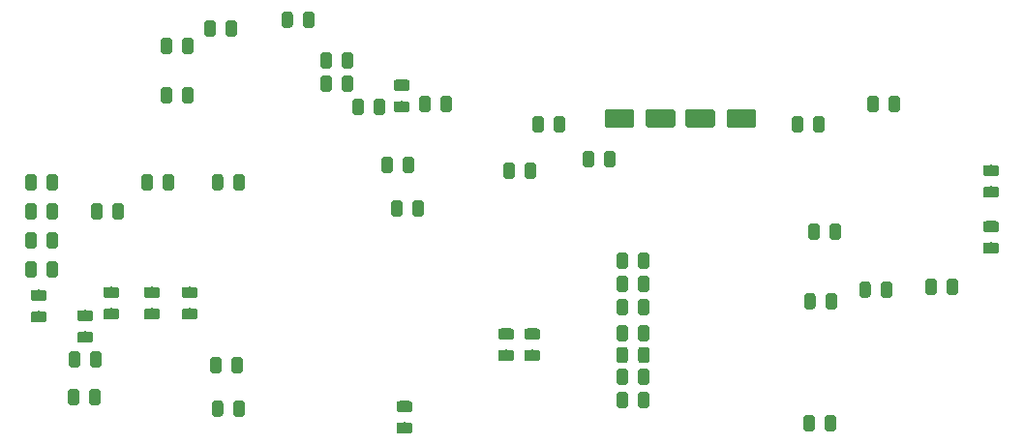
<source format=gbr>
G04 #@! TF.GenerationSoftware,KiCad,Pcbnew,(5.1.2-1)-1*
G04 #@! TF.CreationDate,2019-08-21T10:35:04-07:00*
G04 #@! TF.ProjectId,AS3340_VCO,41533333-3430-45f5-9643-4f2e6b696361,rev?*
G04 #@! TF.SameCoordinates,Original*
G04 #@! TF.FileFunction,Paste,Top*
G04 #@! TF.FilePolarity,Positive*
%FSLAX46Y46*%
G04 Gerber Fmt 4.6, Leading zero omitted, Abs format (unit mm)*
G04 Created by KiCad (PCBNEW (5.1.2-1)-1) date 2019-08-21 10:35:04*
%MOMM*%
%LPD*%
G04 APERTURE LIST*
%ADD10C,0.150000*%
%ADD11C,0.975000*%
%ADD12C,1.600000*%
G04 APERTURE END LIST*
D10*
G36*
X153642142Y-90191674D02*
G01*
X153665803Y-90195184D01*
X153689007Y-90200996D01*
X153711529Y-90209054D01*
X153733153Y-90219282D01*
X153753670Y-90231579D01*
X153772883Y-90245829D01*
X153790607Y-90261893D01*
X153806671Y-90279617D01*
X153820921Y-90298830D01*
X153833218Y-90319347D01*
X153843446Y-90340971D01*
X153851504Y-90363493D01*
X153857316Y-90386697D01*
X153860826Y-90410358D01*
X153862000Y-90434250D01*
X153862000Y-90921750D01*
X153860826Y-90945642D01*
X153857316Y-90969303D01*
X153851504Y-90992507D01*
X153843446Y-91015029D01*
X153833218Y-91036653D01*
X153820921Y-91057170D01*
X153806671Y-91076383D01*
X153790607Y-91094107D01*
X153772883Y-91110171D01*
X153753670Y-91124421D01*
X153733153Y-91136718D01*
X153711529Y-91146946D01*
X153689007Y-91155004D01*
X153665803Y-91160816D01*
X153642142Y-91164326D01*
X153618250Y-91165500D01*
X152705750Y-91165500D01*
X152681858Y-91164326D01*
X152658197Y-91160816D01*
X152634993Y-91155004D01*
X152612471Y-91146946D01*
X152590847Y-91136718D01*
X152570330Y-91124421D01*
X152551117Y-91110171D01*
X152533393Y-91094107D01*
X152517329Y-91076383D01*
X152503079Y-91057170D01*
X152490782Y-91036653D01*
X152480554Y-91015029D01*
X152472496Y-90992507D01*
X152466684Y-90969303D01*
X152463174Y-90945642D01*
X152462000Y-90921750D01*
X152462000Y-90434250D01*
X152463174Y-90410358D01*
X152466684Y-90386697D01*
X152472496Y-90363493D01*
X152480554Y-90340971D01*
X152490782Y-90319347D01*
X152503079Y-90298830D01*
X152517329Y-90279617D01*
X152533393Y-90261893D01*
X152551117Y-90245829D01*
X152570330Y-90231579D01*
X152590847Y-90219282D01*
X152612471Y-90209054D01*
X152634993Y-90200996D01*
X152658197Y-90195184D01*
X152681858Y-90191674D01*
X152705750Y-90190500D01*
X153618250Y-90190500D01*
X153642142Y-90191674D01*
X153642142Y-90191674D01*
G37*
D11*
X153162000Y-90678000D03*
D10*
G36*
X153642142Y-92066674D02*
G01*
X153665803Y-92070184D01*
X153689007Y-92075996D01*
X153711529Y-92084054D01*
X153733153Y-92094282D01*
X153753670Y-92106579D01*
X153772883Y-92120829D01*
X153790607Y-92136893D01*
X153806671Y-92154617D01*
X153820921Y-92173830D01*
X153833218Y-92194347D01*
X153843446Y-92215971D01*
X153851504Y-92238493D01*
X153857316Y-92261697D01*
X153860826Y-92285358D01*
X153862000Y-92309250D01*
X153862000Y-92796750D01*
X153860826Y-92820642D01*
X153857316Y-92844303D01*
X153851504Y-92867507D01*
X153843446Y-92890029D01*
X153833218Y-92911653D01*
X153820921Y-92932170D01*
X153806671Y-92951383D01*
X153790607Y-92969107D01*
X153772883Y-92985171D01*
X153753670Y-92999421D01*
X153733153Y-93011718D01*
X153711529Y-93021946D01*
X153689007Y-93030004D01*
X153665803Y-93035816D01*
X153642142Y-93039326D01*
X153618250Y-93040500D01*
X152705750Y-93040500D01*
X152681858Y-93039326D01*
X152658197Y-93035816D01*
X152634993Y-93030004D01*
X152612471Y-93021946D01*
X152590847Y-93011718D01*
X152570330Y-92999421D01*
X152551117Y-92985171D01*
X152533393Y-92969107D01*
X152517329Y-92951383D01*
X152503079Y-92932170D01*
X152490782Y-92911653D01*
X152480554Y-92890029D01*
X152472496Y-92867507D01*
X152466684Y-92844303D01*
X152463174Y-92820642D01*
X152462000Y-92796750D01*
X152462000Y-92309250D01*
X152463174Y-92285358D01*
X152466684Y-92261697D01*
X152472496Y-92238493D01*
X152480554Y-92215971D01*
X152490782Y-92194347D01*
X152503079Y-92173830D01*
X152517329Y-92154617D01*
X152533393Y-92136893D01*
X152551117Y-92120829D01*
X152570330Y-92106579D01*
X152590847Y-92094282D01*
X152612471Y-92084054D01*
X152634993Y-92075996D01*
X152658197Y-92070184D01*
X152681858Y-92066674D01*
X152705750Y-92065500D01*
X153618250Y-92065500D01*
X153642142Y-92066674D01*
X153642142Y-92066674D01*
G37*
D11*
X153162000Y-92553000D03*
D10*
G36*
X158842142Y-78295174D02*
G01*
X158865803Y-78298684D01*
X158889007Y-78304496D01*
X158911529Y-78312554D01*
X158933153Y-78322782D01*
X158953670Y-78335079D01*
X158972883Y-78349329D01*
X158990607Y-78365393D01*
X159006671Y-78383117D01*
X159020921Y-78402330D01*
X159033218Y-78422847D01*
X159043446Y-78444471D01*
X159051504Y-78466993D01*
X159057316Y-78490197D01*
X159060826Y-78513858D01*
X159062000Y-78537750D01*
X159062000Y-79450250D01*
X159060826Y-79474142D01*
X159057316Y-79497803D01*
X159051504Y-79521007D01*
X159043446Y-79543529D01*
X159033218Y-79565153D01*
X159020921Y-79585670D01*
X159006671Y-79604883D01*
X158990607Y-79622607D01*
X158972883Y-79638671D01*
X158953670Y-79652921D01*
X158933153Y-79665218D01*
X158911529Y-79675446D01*
X158889007Y-79683504D01*
X158865803Y-79689316D01*
X158842142Y-79692826D01*
X158818250Y-79694000D01*
X158330750Y-79694000D01*
X158306858Y-79692826D01*
X158283197Y-79689316D01*
X158259993Y-79683504D01*
X158237471Y-79675446D01*
X158215847Y-79665218D01*
X158195330Y-79652921D01*
X158176117Y-79638671D01*
X158158393Y-79622607D01*
X158142329Y-79604883D01*
X158128079Y-79585670D01*
X158115782Y-79565153D01*
X158105554Y-79543529D01*
X158097496Y-79521007D01*
X158091684Y-79497803D01*
X158088174Y-79474142D01*
X158087000Y-79450250D01*
X158087000Y-78537750D01*
X158088174Y-78513858D01*
X158091684Y-78490197D01*
X158097496Y-78466993D01*
X158105554Y-78444471D01*
X158115782Y-78422847D01*
X158128079Y-78402330D01*
X158142329Y-78383117D01*
X158158393Y-78365393D01*
X158176117Y-78349329D01*
X158195330Y-78335079D01*
X158215847Y-78322782D01*
X158237471Y-78312554D01*
X158259993Y-78304496D01*
X158283197Y-78298684D01*
X158306858Y-78295174D01*
X158330750Y-78294000D01*
X158818250Y-78294000D01*
X158842142Y-78295174D01*
X158842142Y-78295174D01*
G37*
D11*
X158574500Y-78994000D03*
D10*
G36*
X160717142Y-78295174D02*
G01*
X160740803Y-78298684D01*
X160764007Y-78304496D01*
X160786529Y-78312554D01*
X160808153Y-78322782D01*
X160828670Y-78335079D01*
X160847883Y-78349329D01*
X160865607Y-78365393D01*
X160881671Y-78383117D01*
X160895921Y-78402330D01*
X160908218Y-78422847D01*
X160918446Y-78444471D01*
X160926504Y-78466993D01*
X160932316Y-78490197D01*
X160935826Y-78513858D01*
X160937000Y-78537750D01*
X160937000Y-79450250D01*
X160935826Y-79474142D01*
X160932316Y-79497803D01*
X160926504Y-79521007D01*
X160918446Y-79543529D01*
X160908218Y-79565153D01*
X160895921Y-79585670D01*
X160881671Y-79604883D01*
X160865607Y-79622607D01*
X160847883Y-79638671D01*
X160828670Y-79652921D01*
X160808153Y-79665218D01*
X160786529Y-79675446D01*
X160764007Y-79683504D01*
X160740803Y-79689316D01*
X160717142Y-79692826D01*
X160693250Y-79694000D01*
X160205750Y-79694000D01*
X160181858Y-79692826D01*
X160158197Y-79689316D01*
X160134993Y-79683504D01*
X160112471Y-79675446D01*
X160090847Y-79665218D01*
X160070330Y-79652921D01*
X160051117Y-79638671D01*
X160033393Y-79622607D01*
X160017329Y-79604883D01*
X160003079Y-79585670D01*
X159990782Y-79565153D01*
X159980554Y-79543529D01*
X159972496Y-79521007D01*
X159966684Y-79497803D01*
X159963174Y-79474142D01*
X159962000Y-79450250D01*
X159962000Y-78537750D01*
X159963174Y-78513858D01*
X159966684Y-78490197D01*
X159972496Y-78466993D01*
X159980554Y-78444471D01*
X159990782Y-78422847D01*
X160003079Y-78402330D01*
X160017329Y-78383117D01*
X160033393Y-78365393D01*
X160051117Y-78349329D01*
X160070330Y-78335079D01*
X160090847Y-78322782D01*
X160112471Y-78312554D01*
X160134993Y-78304496D01*
X160158197Y-78298684D01*
X160181858Y-78295174D01*
X160205750Y-78294000D01*
X160693250Y-78294000D01*
X160717142Y-78295174D01*
X160717142Y-78295174D01*
G37*
D11*
X160449500Y-78994000D03*
D10*
G36*
X165016642Y-78295174D02*
G01*
X165040303Y-78298684D01*
X165063507Y-78304496D01*
X165086029Y-78312554D01*
X165107653Y-78322782D01*
X165128170Y-78335079D01*
X165147383Y-78349329D01*
X165165107Y-78365393D01*
X165181171Y-78383117D01*
X165195421Y-78402330D01*
X165207718Y-78422847D01*
X165217946Y-78444471D01*
X165226004Y-78466993D01*
X165231816Y-78490197D01*
X165235326Y-78513858D01*
X165236500Y-78537750D01*
X165236500Y-79450250D01*
X165235326Y-79474142D01*
X165231816Y-79497803D01*
X165226004Y-79521007D01*
X165217946Y-79543529D01*
X165207718Y-79565153D01*
X165195421Y-79585670D01*
X165181171Y-79604883D01*
X165165107Y-79622607D01*
X165147383Y-79638671D01*
X165128170Y-79652921D01*
X165107653Y-79665218D01*
X165086029Y-79675446D01*
X165063507Y-79683504D01*
X165040303Y-79689316D01*
X165016642Y-79692826D01*
X164992750Y-79694000D01*
X164505250Y-79694000D01*
X164481358Y-79692826D01*
X164457697Y-79689316D01*
X164434493Y-79683504D01*
X164411971Y-79675446D01*
X164390347Y-79665218D01*
X164369830Y-79652921D01*
X164350617Y-79638671D01*
X164332893Y-79622607D01*
X164316829Y-79604883D01*
X164302579Y-79585670D01*
X164290282Y-79565153D01*
X164280054Y-79543529D01*
X164271996Y-79521007D01*
X164266184Y-79497803D01*
X164262674Y-79474142D01*
X164261500Y-79450250D01*
X164261500Y-78537750D01*
X164262674Y-78513858D01*
X164266184Y-78490197D01*
X164271996Y-78466993D01*
X164280054Y-78444471D01*
X164290282Y-78422847D01*
X164302579Y-78402330D01*
X164316829Y-78383117D01*
X164332893Y-78365393D01*
X164350617Y-78349329D01*
X164369830Y-78335079D01*
X164390347Y-78322782D01*
X164411971Y-78312554D01*
X164434493Y-78304496D01*
X164457697Y-78298684D01*
X164481358Y-78295174D01*
X164505250Y-78294000D01*
X164992750Y-78294000D01*
X165016642Y-78295174D01*
X165016642Y-78295174D01*
G37*
D11*
X164749000Y-78994000D03*
D10*
G36*
X166891642Y-78295174D02*
G01*
X166915303Y-78298684D01*
X166938507Y-78304496D01*
X166961029Y-78312554D01*
X166982653Y-78322782D01*
X167003170Y-78335079D01*
X167022383Y-78349329D01*
X167040107Y-78365393D01*
X167056171Y-78383117D01*
X167070421Y-78402330D01*
X167082718Y-78422847D01*
X167092946Y-78444471D01*
X167101004Y-78466993D01*
X167106816Y-78490197D01*
X167110326Y-78513858D01*
X167111500Y-78537750D01*
X167111500Y-79450250D01*
X167110326Y-79474142D01*
X167106816Y-79497803D01*
X167101004Y-79521007D01*
X167092946Y-79543529D01*
X167082718Y-79565153D01*
X167070421Y-79585670D01*
X167056171Y-79604883D01*
X167040107Y-79622607D01*
X167022383Y-79638671D01*
X167003170Y-79652921D01*
X166982653Y-79665218D01*
X166961029Y-79675446D01*
X166938507Y-79683504D01*
X166915303Y-79689316D01*
X166891642Y-79692826D01*
X166867750Y-79694000D01*
X166380250Y-79694000D01*
X166356358Y-79692826D01*
X166332697Y-79689316D01*
X166309493Y-79683504D01*
X166286971Y-79675446D01*
X166265347Y-79665218D01*
X166244830Y-79652921D01*
X166225617Y-79638671D01*
X166207893Y-79622607D01*
X166191829Y-79604883D01*
X166177579Y-79585670D01*
X166165282Y-79565153D01*
X166155054Y-79543529D01*
X166146996Y-79521007D01*
X166141184Y-79497803D01*
X166137674Y-79474142D01*
X166136500Y-79450250D01*
X166136500Y-78537750D01*
X166137674Y-78513858D01*
X166141184Y-78490197D01*
X166146996Y-78466993D01*
X166155054Y-78444471D01*
X166165282Y-78422847D01*
X166177579Y-78402330D01*
X166191829Y-78383117D01*
X166207893Y-78365393D01*
X166225617Y-78349329D01*
X166244830Y-78335079D01*
X166265347Y-78322782D01*
X166286971Y-78312554D01*
X166309493Y-78304496D01*
X166332697Y-78298684D01*
X166356358Y-78295174D01*
X166380250Y-78294000D01*
X166867750Y-78294000D01*
X166891642Y-78295174D01*
X166891642Y-78295174D01*
G37*
D11*
X166624000Y-78994000D03*
D10*
G36*
X148682142Y-78295174D02*
G01*
X148705803Y-78298684D01*
X148729007Y-78304496D01*
X148751529Y-78312554D01*
X148773153Y-78322782D01*
X148793670Y-78335079D01*
X148812883Y-78349329D01*
X148830607Y-78365393D01*
X148846671Y-78383117D01*
X148860921Y-78402330D01*
X148873218Y-78422847D01*
X148883446Y-78444471D01*
X148891504Y-78466993D01*
X148897316Y-78490197D01*
X148900826Y-78513858D01*
X148902000Y-78537750D01*
X148902000Y-79450250D01*
X148900826Y-79474142D01*
X148897316Y-79497803D01*
X148891504Y-79521007D01*
X148883446Y-79543529D01*
X148873218Y-79565153D01*
X148860921Y-79585670D01*
X148846671Y-79604883D01*
X148830607Y-79622607D01*
X148812883Y-79638671D01*
X148793670Y-79652921D01*
X148773153Y-79665218D01*
X148751529Y-79675446D01*
X148729007Y-79683504D01*
X148705803Y-79689316D01*
X148682142Y-79692826D01*
X148658250Y-79694000D01*
X148170750Y-79694000D01*
X148146858Y-79692826D01*
X148123197Y-79689316D01*
X148099993Y-79683504D01*
X148077471Y-79675446D01*
X148055847Y-79665218D01*
X148035330Y-79652921D01*
X148016117Y-79638671D01*
X147998393Y-79622607D01*
X147982329Y-79604883D01*
X147968079Y-79585670D01*
X147955782Y-79565153D01*
X147945554Y-79543529D01*
X147937496Y-79521007D01*
X147931684Y-79497803D01*
X147928174Y-79474142D01*
X147927000Y-79450250D01*
X147927000Y-78537750D01*
X147928174Y-78513858D01*
X147931684Y-78490197D01*
X147937496Y-78466993D01*
X147945554Y-78444471D01*
X147955782Y-78422847D01*
X147968079Y-78402330D01*
X147982329Y-78383117D01*
X147998393Y-78365393D01*
X148016117Y-78349329D01*
X148035330Y-78335079D01*
X148055847Y-78322782D01*
X148077471Y-78312554D01*
X148099993Y-78304496D01*
X148123197Y-78298684D01*
X148146858Y-78295174D01*
X148170750Y-78294000D01*
X148658250Y-78294000D01*
X148682142Y-78295174D01*
X148682142Y-78295174D01*
G37*
D11*
X148414500Y-78994000D03*
D10*
G36*
X150557142Y-78295174D02*
G01*
X150580803Y-78298684D01*
X150604007Y-78304496D01*
X150626529Y-78312554D01*
X150648153Y-78322782D01*
X150668670Y-78335079D01*
X150687883Y-78349329D01*
X150705607Y-78365393D01*
X150721671Y-78383117D01*
X150735921Y-78402330D01*
X150748218Y-78422847D01*
X150758446Y-78444471D01*
X150766504Y-78466993D01*
X150772316Y-78490197D01*
X150775826Y-78513858D01*
X150777000Y-78537750D01*
X150777000Y-79450250D01*
X150775826Y-79474142D01*
X150772316Y-79497803D01*
X150766504Y-79521007D01*
X150758446Y-79543529D01*
X150748218Y-79565153D01*
X150735921Y-79585670D01*
X150721671Y-79604883D01*
X150705607Y-79622607D01*
X150687883Y-79638671D01*
X150668670Y-79652921D01*
X150648153Y-79665218D01*
X150626529Y-79675446D01*
X150604007Y-79683504D01*
X150580803Y-79689316D01*
X150557142Y-79692826D01*
X150533250Y-79694000D01*
X150045750Y-79694000D01*
X150021858Y-79692826D01*
X149998197Y-79689316D01*
X149974993Y-79683504D01*
X149952471Y-79675446D01*
X149930847Y-79665218D01*
X149910330Y-79652921D01*
X149891117Y-79638671D01*
X149873393Y-79622607D01*
X149857329Y-79604883D01*
X149843079Y-79585670D01*
X149830782Y-79565153D01*
X149820554Y-79543529D01*
X149812496Y-79521007D01*
X149806684Y-79497803D01*
X149803174Y-79474142D01*
X149802000Y-79450250D01*
X149802000Y-78537750D01*
X149803174Y-78513858D01*
X149806684Y-78490197D01*
X149812496Y-78466993D01*
X149820554Y-78444471D01*
X149830782Y-78422847D01*
X149843079Y-78402330D01*
X149857329Y-78383117D01*
X149873393Y-78365393D01*
X149891117Y-78349329D01*
X149910330Y-78335079D01*
X149930847Y-78322782D01*
X149952471Y-78312554D01*
X149974993Y-78304496D01*
X149998197Y-78298684D01*
X150021858Y-78295174D01*
X150045750Y-78294000D01*
X150533250Y-78294000D01*
X150557142Y-78295174D01*
X150557142Y-78295174D01*
G37*
D11*
X150289500Y-78994000D03*
D10*
G36*
X176386642Y-69659174D02*
G01*
X176410303Y-69662684D01*
X176433507Y-69668496D01*
X176456029Y-69676554D01*
X176477653Y-69686782D01*
X176498170Y-69699079D01*
X176517383Y-69713329D01*
X176535107Y-69729393D01*
X176551171Y-69747117D01*
X176565421Y-69766330D01*
X176577718Y-69786847D01*
X176587946Y-69808471D01*
X176596004Y-69830993D01*
X176601816Y-69854197D01*
X176605326Y-69877858D01*
X176606500Y-69901750D01*
X176606500Y-70814250D01*
X176605326Y-70838142D01*
X176601816Y-70861803D01*
X176596004Y-70885007D01*
X176587946Y-70907529D01*
X176577718Y-70929153D01*
X176565421Y-70949670D01*
X176551171Y-70968883D01*
X176535107Y-70986607D01*
X176517383Y-71002671D01*
X176498170Y-71016921D01*
X176477653Y-71029218D01*
X176456029Y-71039446D01*
X176433507Y-71047504D01*
X176410303Y-71053316D01*
X176386642Y-71056826D01*
X176362750Y-71058000D01*
X175875250Y-71058000D01*
X175851358Y-71056826D01*
X175827697Y-71053316D01*
X175804493Y-71047504D01*
X175781971Y-71039446D01*
X175760347Y-71029218D01*
X175739830Y-71016921D01*
X175720617Y-71002671D01*
X175702893Y-70986607D01*
X175686829Y-70968883D01*
X175672579Y-70949670D01*
X175660282Y-70929153D01*
X175650054Y-70907529D01*
X175641996Y-70885007D01*
X175636184Y-70861803D01*
X175632674Y-70838142D01*
X175631500Y-70814250D01*
X175631500Y-69901750D01*
X175632674Y-69877858D01*
X175636184Y-69854197D01*
X175641996Y-69830993D01*
X175650054Y-69808471D01*
X175660282Y-69786847D01*
X175672579Y-69766330D01*
X175686829Y-69747117D01*
X175702893Y-69729393D01*
X175720617Y-69713329D01*
X175739830Y-69699079D01*
X175760347Y-69686782D01*
X175781971Y-69676554D01*
X175804493Y-69668496D01*
X175827697Y-69662684D01*
X175851358Y-69659174D01*
X175875250Y-69658000D01*
X176362750Y-69658000D01*
X176386642Y-69659174D01*
X176386642Y-69659174D01*
G37*
D11*
X176119000Y-70358000D03*
D10*
G36*
X174511642Y-69659174D02*
G01*
X174535303Y-69662684D01*
X174558507Y-69668496D01*
X174581029Y-69676554D01*
X174602653Y-69686782D01*
X174623170Y-69699079D01*
X174642383Y-69713329D01*
X174660107Y-69729393D01*
X174676171Y-69747117D01*
X174690421Y-69766330D01*
X174702718Y-69786847D01*
X174712946Y-69808471D01*
X174721004Y-69830993D01*
X174726816Y-69854197D01*
X174730326Y-69877858D01*
X174731500Y-69901750D01*
X174731500Y-70814250D01*
X174730326Y-70838142D01*
X174726816Y-70861803D01*
X174721004Y-70885007D01*
X174712946Y-70907529D01*
X174702718Y-70929153D01*
X174690421Y-70949670D01*
X174676171Y-70968883D01*
X174660107Y-70986607D01*
X174642383Y-71002671D01*
X174623170Y-71016921D01*
X174602653Y-71029218D01*
X174581029Y-71039446D01*
X174558507Y-71047504D01*
X174535303Y-71053316D01*
X174511642Y-71056826D01*
X174487750Y-71058000D01*
X174000250Y-71058000D01*
X173976358Y-71056826D01*
X173952697Y-71053316D01*
X173929493Y-71047504D01*
X173906971Y-71039446D01*
X173885347Y-71029218D01*
X173864830Y-71016921D01*
X173845617Y-71002671D01*
X173827893Y-70986607D01*
X173811829Y-70968883D01*
X173797579Y-70949670D01*
X173785282Y-70929153D01*
X173775054Y-70907529D01*
X173766996Y-70885007D01*
X173761184Y-70861803D01*
X173757674Y-70838142D01*
X173756500Y-70814250D01*
X173756500Y-69901750D01*
X173757674Y-69877858D01*
X173761184Y-69854197D01*
X173766996Y-69830993D01*
X173775054Y-69808471D01*
X173785282Y-69786847D01*
X173797579Y-69766330D01*
X173811829Y-69747117D01*
X173827893Y-69729393D01*
X173845617Y-69713329D01*
X173864830Y-69699079D01*
X173885347Y-69686782D01*
X173906971Y-69676554D01*
X173929493Y-69668496D01*
X173952697Y-69662684D01*
X173976358Y-69659174D01*
X174000250Y-69658000D01*
X174487750Y-69658000D01*
X174511642Y-69659174D01*
X174511642Y-69659174D01*
G37*
D11*
X174244000Y-70358000D03*
D10*
G36*
X148682142Y-80835174D02*
G01*
X148705803Y-80838684D01*
X148729007Y-80844496D01*
X148751529Y-80852554D01*
X148773153Y-80862782D01*
X148793670Y-80875079D01*
X148812883Y-80889329D01*
X148830607Y-80905393D01*
X148846671Y-80923117D01*
X148860921Y-80942330D01*
X148873218Y-80962847D01*
X148883446Y-80984471D01*
X148891504Y-81006993D01*
X148897316Y-81030197D01*
X148900826Y-81053858D01*
X148902000Y-81077750D01*
X148902000Y-81990250D01*
X148900826Y-82014142D01*
X148897316Y-82037803D01*
X148891504Y-82061007D01*
X148883446Y-82083529D01*
X148873218Y-82105153D01*
X148860921Y-82125670D01*
X148846671Y-82144883D01*
X148830607Y-82162607D01*
X148812883Y-82178671D01*
X148793670Y-82192921D01*
X148773153Y-82205218D01*
X148751529Y-82215446D01*
X148729007Y-82223504D01*
X148705803Y-82229316D01*
X148682142Y-82232826D01*
X148658250Y-82234000D01*
X148170750Y-82234000D01*
X148146858Y-82232826D01*
X148123197Y-82229316D01*
X148099993Y-82223504D01*
X148077471Y-82215446D01*
X148055847Y-82205218D01*
X148035330Y-82192921D01*
X148016117Y-82178671D01*
X147998393Y-82162607D01*
X147982329Y-82144883D01*
X147968079Y-82125670D01*
X147955782Y-82105153D01*
X147945554Y-82083529D01*
X147937496Y-82061007D01*
X147931684Y-82037803D01*
X147928174Y-82014142D01*
X147927000Y-81990250D01*
X147927000Y-81077750D01*
X147928174Y-81053858D01*
X147931684Y-81030197D01*
X147937496Y-81006993D01*
X147945554Y-80984471D01*
X147955782Y-80962847D01*
X147968079Y-80942330D01*
X147982329Y-80923117D01*
X147998393Y-80905393D01*
X148016117Y-80889329D01*
X148035330Y-80875079D01*
X148055847Y-80862782D01*
X148077471Y-80852554D01*
X148099993Y-80844496D01*
X148123197Y-80838684D01*
X148146858Y-80835174D01*
X148170750Y-80834000D01*
X148658250Y-80834000D01*
X148682142Y-80835174D01*
X148682142Y-80835174D01*
G37*
D11*
X148414500Y-81534000D03*
D10*
G36*
X150557142Y-80835174D02*
G01*
X150580803Y-80838684D01*
X150604007Y-80844496D01*
X150626529Y-80852554D01*
X150648153Y-80862782D01*
X150668670Y-80875079D01*
X150687883Y-80889329D01*
X150705607Y-80905393D01*
X150721671Y-80923117D01*
X150735921Y-80942330D01*
X150748218Y-80962847D01*
X150758446Y-80984471D01*
X150766504Y-81006993D01*
X150772316Y-81030197D01*
X150775826Y-81053858D01*
X150777000Y-81077750D01*
X150777000Y-81990250D01*
X150775826Y-82014142D01*
X150772316Y-82037803D01*
X150766504Y-82061007D01*
X150758446Y-82083529D01*
X150748218Y-82105153D01*
X150735921Y-82125670D01*
X150721671Y-82144883D01*
X150705607Y-82162607D01*
X150687883Y-82178671D01*
X150668670Y-82192921D01*
X150648153Y-82205218D01*
X150626529Y-82215446D01*
X150604007Y-82223504D01*
X150580803Y-82229316D01*
X150557142Y-82232826D01*
X150533250Y-82234000D01*
X150045750Y-82234000D01*
X150021858Y-82232826D01*
X149998197Y-82229316D01*
X149974993Y-82223504D01*
X149952471Y-82215446D01*
X149930847Y-82205218D01*
X149910330Y-82192921D01*
X149891117Y-82178671D01*
X149873393Y-82162607D01*
X149857329Y-82144883D01*
X149843079Y-82125670D01*
X149830782Y-82105153D01*
X149820554Y-82083529D01*
X149812496Y-82061007D01*
X149806684Y-82037803D01*
X149803174Y-82014142D01*
X149802000Y-81990250D01*
X149802000Y-81077750D01*
X149803174Y-81053858D01*
X149806684Y-81030197D01*
X149812496Y-81006993D01*
X149820554Y-80984471D01*
X149830782Y-80962847D01*
X149843079Y-80942330D01*
X149857329Y-80923117D01*
X149873393Y-80905393D01*
X149891117Y-80889329D01*
X149910330Y-80875079D01*
X149930847Y-80862782D01*
X149952471Y-80852554D01*
X149974993Y-80844496D01*
X149998197Y-80838684D01*
X150021858Y-80835174D01*
X150045750Y-80834000D01*
X150533250Y-80834000D01*
X150557142Y-80835174D01*
X150557142Y-80835174D01*
G37*
D11*
X150289500Y-81534000D03*
D10*
G36*
X148682142Y-83375174D02*
G01*
X148705803Y-83378684D01*
X148729007Y-83384496D01*
X148751529Y-83392554D01*
X148773153Y-83402782D01*
X148793670Y-83415079D01*
X148812883Y-83429329D01*
X148830607Y-83445393D01*
X148846671Y-83463117D01*
X148860921Y-83482330D01*
X148873218Y-83502847D01*
X148883446Y-83524471D01*
X148891504Y-83546993D01*
X148897316Y-83570197D01*
X148900826Y-83593858D01*
X148902000Y-83617750D01*
X148902000Y-84530250D01*
X148900826Y-84554142D01*
X148897316Y-84577803D01*
X148891504Y-84601007D01*
X148883446Y-84623529D01*
X148873218Y-84645153D01*
X148860921Y-84665670D01*
X148846671Y-84684883D01*
X148830607Y-84702607D01*
X148812883Y-84718671D01*
X148793670Y-84732921D01*
X148773153Y-84745218D01*
X148751529Y-84755446D01*
X148729007Y-84763504D01*
X148705803Y-84769316D01*
X148682142Y-84772826D01*
X148658250Y-84774000D01*
X148170750Y-84774000D01*
X148146858Y-84772826D01*
X148123197Y-84769316D01*
X148099993Y-84763504D01*
X148077471Y-84755446D01*
X148055847Y-84745218D01*
X148035330Y-84732921D01*
X148016117Y-84718671D01*
X147998393Y-84702607D01*
X147982329Y-84684883D01*
X147968079Y-84665670D01*
X147955782Y-84645153D01*
X147945554Y-84623529D01*
X147937496Y-84601007D01*
X147931684Y-84577803D01*
X147928174Y-84554142D01*
X147927000Y-84530250D01*
X147927000Y-83617750D01*
X147928174Y-83593858D01*
X147931684Y-83570197D01*
X147937496Y-83546993D01*
X147945554Y-83524471D01*
X147955782Y-83502847D01*
X147968079Y-83482330D01*
X147982329Y-83463117D01*
X147998393Y-83445393D01*
X148016117Y-83429329D01*
X148035330Y-83415079D01*
X148055847Y-83402782D01*
X148077471Y-83392554D01*
X148099993Y-83384496D01*
X148123197Y-83378684D01*
X148146858Y-83375174D01*
X148170750Y-83374000D01*
X148658250Y-83374000D01*
X148682142Y-83375174D01*
X148682142Y-83375174D01*
G37*
D11*
X148414500Y-84074000D03*
D10*
G36*
X150557142Y-83375174D02*
G01*
X150580803Y-83378684D01*
X150604007Y-83384496D01*
X150626529Y-83392554D01*
X150648153Y-83402782D01*
X150668670Y-83415079D01*
X150687883Y-83429329D01*
X150705607Y-83445393D01*
X150721671Y-83463117D01*
X150735921Y-83482330D01*
X150748218Y-83502847D01*
X150758446Y-83524471D01*
X150766504Y-83546993D01*
X150772316Y-83570197D01*
X150775826Y-83593858D01*
X150777000Y-83617750D01*
X150777000Y-84530250D01*
X150775826Y-84554142D01*
X150772316Y-84577803D01*
X150766504Y-84601007D01*
X150758446Y-84623529D01*
X150748218Y-84645153D01*
X150735921Y-84665670D01*
X150721671Y-84684883D01*
X150705607Y-84702607D01*
X150687883Y-84718671D01*
X150668670Y-84732921D01*
X150648153Y-84745218D01*
X150626529Y-84755446D01*
X150604007Y-84763504D01*
X150580803Y-84769316D01*
X150557142Y-84772826D01*
X150533250Y-84774000D01*
X150045750Y-84774000D01*
X150021858Y-84772826D01*
X149998197Y-84769316D01*
X149974993Y-84763504D01*
X149952471Y-84755446D01*
X149930847Y-84745218D01*
X149910330Y-84732921D01*
X149891117Y-84718671D01*
X149873393Y-84702607D01*
X149857329Y-84684883D01*
X149843079Y-84665670D01*
X149830782Y-84645153D01*
X149820554Y-84623529D01*
X149812496Y-84601007D01*
X149806684Y-84577803D01*
X149803174Y-84554142D01*
X149802000Y-84530250D01*
X149802000Y-83617750D01*
X149803174Y-83593858D01*
X149806684Y-83570197D01*
X149812496Y-83546993D01*
X149820554Y-83524471D01*
X149830782Y-83502847D01*
X149843079Y-83482330D01*
X149857329Y-83463117D01*
X149873393Y-83445393D01*
X149891117Y-83429329D01*
X149910330Y-83415079D01*
X149930847Y-83402782D01*
X149952471Y-83392554D01*
X149974993Y-83384496D01*
X149998197Y-83378684D01*
X150021858Y-83375174D01*
X150045750Y-83374000D01*
X150533250Y-83374000D01*
X150557142Y-83375174D01*
X150557142Y-83375174D01*
G37*
D11*
X150289500Y-84074000D03*
D10*
G36*
X148682142Y-85915174D02*
G01*
X148705803Y-85918684D01*
X148729007Y-85924496D01*
X148751529Y-85932554D01*
X148773153Y-85942782D01*
X148793670Y-85955079D01*
X148812883Y-85969329D01*
X148830607Y-85985393D01*
X148846671Y-86003117D01*
X148860921Y-86022330D01*
X148873218Y-86042847D01*
X148883446Y-86064471D01*
X148891504Y-86086993D01*
X148897316Y-86110197D01*
X148900826Y-86133858D01*
X148902000Y-86157750D01*
X148902000Y-87070250D01*
X148900826Y-87094142D01*
X148897316Y-87117803D01*
X148891504Y-87141007D01*
X148883446Y-87163529D01*
X148873218Y-87185153D01*
X148860921Y-87205670D01*
X148846671Y-87224883D01*
X148830607Y-87242607D01*
X148812883Y-87258671D01*
X148793670Y-87272921D01*
X148773153Y-87285218D01*
X148751529Y-87295446D01*
X148729007Y-87303504D01*
X148705803Y-87309316D01*
X148682142Y-87312826D01*
X148658250Y-87314000D01*
X148170750Y-87314000D01*
X148146858Y-87312826D01*
X148123197Y-87309316D01*
X148099993Y-87303504D01*
X148077471Y-87295446D01*
X148055847Y-87285218D01*
X148035330Y-87272921D01*
X148016117Y-87258671D01*
X147998393Y-87242607D01*
X147982329Y-87224883D01*
X147968079Y-87205670D01*
X147955782Y-87185153D01*
X147945554Y-87163529D01*
X147937496Y-87141007D01*
X147931684Y-87117803D01*
X147928174Y-87094142D01*
X147927000Y-87070250D01*
X147927000Y-86157750D01*
X147928174Y-86133858D01*
X147931684Y-86110197D01*
X147937496Y-86086993D01*
X147945554Y-86064471D01*
X147955782Y-86042847D01*
X147968079Y-86022330D01*
X147982329Y-86003117D01*
X147998393Y-85985393D01*
X148016117Y-85969329D01*
X148035330Y-85955079D01*
X148055847Y-85942782D01*
X148077471Y-85932554D01*
X148099993Y-85924496D01*
X148123197Y-85918684D01*
X148146858Y-85915174D01*
X148170750Y-85914000D01*
X148658250Y-85914000D01*
X148682142Y-85915174D01*
X148682142Y-85915174D01*
G37*
D11*
X148414500Y-86614000D03*
D10*
G36*
X150557142Y-85915174D02*
G01*
X150580803Y-85918684D01*
X150604007Y-85924496D01*
X150626529Y-85932554D01*
X150648153Y-85942782D01*
X150668670Y-85955079D01*
X150687883Y-85969329D01*
X150705607Y-85985393D01*
X150721671Y-86003117D01*
X150735921Y-86022330D01*
X150748218Y-86042847D01*
X150758446Y-86064471D01*
X150766504Y-86086993D01*
X150772316Y-86110197D01*
X150775826Y-86133858D01*
X150777000Y-86157750D01*
X150777000Y-87070250D01*
X150775826Y-87094142D01*
X150772316Y-87117803D01*
X150766504Y-87141007D01*
X150758446Y-87163529D01*
X150748218Y-87185153D01*
X150735921Y-87205670D01*
X150721671Y-87224883D01*
X150705607Y-87242607D01*
X150687883Y-87258671D01*
X150668670Y-87272921D01*
X150648153Y-87285218D01*
X150626529Y-87295446D01*
X150604007Y-87303504D01*
X150580803Y-87309316D01*
X150557142Y-87312826D01*
X150533250Y-87314000D01*
X150045750Y-87314000D01*
X150021858Y-87312826D01*
X149998197Y-87309316D01*
X149974993Y-87303504D01*
X149952471Y-87295446D01*
X149930847Y-87285218D01*
X149910330Y-87272921D01*
X149891117Y-87258671D01*
X149873393Y-87242607D01*
X149857329Y-87224883D01*
X149843079Y-87205670D01*
X149830782Y-87185153D01*
X149820554Y-87163529D01*
X149812496Y-87141007D01*
X149806684Y-87117803D01*
X149803174Y-87094142D01*
X149802000Y-87070250D01*
X149802000Y-86157750D01*
X149803174Y-86133858D01*
X149806684Y-86110197D01*
X149812496Y-86086993D01*
X149820554Y-86064471D01*
X149830782Y-86042847D01*
X149843079Y-86022330D01*
X149857329Y-86003117D01*
X149873393Y-85985393D01*
X149891117Y-85969329D01*
X149910330Y-85955079D01*
X149930847Y-85942782D01*
X149952471Y-85932554D01*
X149974993Y-85924496D01*
X149998197Y-85918684D01*
X150021858Y-85915174D01*
X150045750Y-85914000D01*
X150533250Y-85914000D01*
X150557142Y-85915174D01*
X150557142Y-85915174D01*
G37*
D11*
X150289500Y-86614000D03*
D10*
G36*
X192388642Y-77279174D02*
G01*
X192412303Y-77282684D01*
X192435507Y-77288496D01*
X192458029Y-77296554D01*
X192479653Y-77306782D01*
X192500170Y-77319079D01*
X192519383Y-77333329D01*
X192537107Y-77349393D01*
X192553171Y-77367117D01*
X192567421Y-77386330D01*
X192579718Y-77406847D01*
X192589946Y-77428471D01*
X192598004Y-77450993D01*
X192603816Y-77474197D01*
X192607326Y-77497858D01*
X192608500Y-77521750D01*
X192608500Y-78434250D01*
X192607326Y-78458142D01*
X192603816Y-78481803D01*
X192598004Y-78505007D01*
X192589946Y-78527529D01*
X192579718Y-78549153D01*
X192567421Y-78569670D01*
X192553171Y-78588883D01*
X192537107Y-78606607D01*
X192519383Y-78622671D01*
X192500170Y-78636921D01*
X192479653Y-78649218D01*
X192458029Y-78659446D01*
X192435507Y-78667504D01*
X192412303Y-78673316D01*
X192388642Y-78676826D01*
X192364750Y-78678000D01*
X191877250Y-78678000D01*
X191853358Y-78676826D01*
X191829697Y-78673316D01*
X191806493Y-78667504D01*
X191783971Y-78659446D01*
X191762347Y-78649218D01*
X191741830Y-78636921D01*
X191722617Y-78622671D01*
X191704893Y-78606607D01*
X191688829Y-78588883D01*
X191674579Y-78569670D01*
X191662282Y-78549153D01*
X191652054Y-78527529D01*
X191643996Y-78505007D01*
X191638184Y-78481803D01*
X191634674Y-78458142D01*
X191633500Y-78434250D01*
X191633500Y-77521750D01*
X191634674Y-77497858D01*
X191638184Y-77474197D01*
X191643996Y-77450993D01*
X191652054Y-77428471D01*
X191662282Y-77406847D01*
X191674579Y-77386330D01*
X191688829Y-77367117D01*
X191704893Y-77349393D01*
X191722617Y-77333329D01*
X191741830Y-77319079D01*
X191762347Y-77306782D01*
X191783971Y-77296554D01*
X191806493Y-77288496D01*
X191829697Y-77282684D01*
X191853358Y-77279174D01*
X191877250Y-77278000D01*
X192364750Y-77278000D01*
X192388642Y-77279174D01*
X192388642Y-77279174D01*
G37*
D11*
X192121000Y-77978000D03*
D10*
G36*
X190513642Y-77279174D02*
G01*
X190537303Y-77282684D01*
X190560507Y-77288496D01*
X190583029Y-77296554D01*
X190604653Y-77306782D01*
X190625170Y-77319079D01*
X190644383Y-77333329D01*
X190662107Y-77349393D01*
X190678171Y-77367117D01*
X190692421Y-77386330D01*
X190704718Y-77406847D01*
X190714946Y-77428471D01*
X190723004Y-77450993D01*
X190728816Y-77474197D01*
X190732326Y-77497858D01*
X190733500Y-77521750D01*
X190733500Y-78434250D01*
X190732326Y-78458142D01*
X190728816Y-78481803D01*
X190723004Y-78505007D01*
X190714946Y-78527529D01*
X190704718Y-78549153D01*
X190692421Y-78569670D01*
X190678171Y-78588883D01*
X190662107Y-78606607D01*
X190644383Y-78622671D01*
X190625170Y-78636921D01*
X190604653Y-78649218D01*
X190583029Y-78659446D01*
X190560507Y-78667504D01*
X190537303Y-78673316D01*
X190513642Y-78676826D01*
X190489750Y-78678000D01*
X190002250Y-78678000D01*
X189978358Y-78676826D01*
X189954697Y-78673316D01*
X189931493Y-78667504D01*
X189908971Y-78659446D01*
X189887347Y-78649218D01*
X189866830Y-78636921D01*
X189847617Y-78622671D01*
X189829893Y-78606607D01*
X189813829Y-78588883D01*
X189799579Y-78569670D01*
X189787282Y-78549153D01*
X189777054Y-78527529D01*
X189768996Y-78505007D01*
X189763184Y-78481803D01*
X189759674Y-78458142D01*
X189758500Y-78434250D01*
X189758500Y-77521750D01*
X189759674Y-77497858D01*
X189763184Y-77474197D01*
X189768996Y-77450993D01*
X189777054Y-77428471D01*
X189787282Y-77406847D01*
X189799579Y-77386330D01*
X189813829Y-77367117D01*
X189829893Y-77349393D01*
X189847617Y-77333329D01*
X189866830Y-77319079D01*
X189887347Y-77306782D01*
X189908971Y-77296554D01*
X189931493Y-77288496D01*
X189954697Y-77282684D01*
X189978358Y-77279174D01*
X190002250Y-77278000D01*
X190489750Y-77278000D01*
X190513642Y-77279174D01*
X190513642Y-77279174D01*
G37*
D11*
X190246000Y-77978000D03*
D10*
G36*
X182561142Y-80581174D02*
G01*
X182584803Y-80584684D01*
X182608007Y-80590496D01*
X182630529Y-80598554D01*
X182652153Y-80608782D01*
X182672670Y-80621079D01*
X182691883Y-80635329D01*
X182709607Y-80651393D01*
X182725671Y-80669117D01*
X182739921Y-80688330D01*
X182752218Y-80708847D01*
X182762446Y-80730471D01*
X182770504Y-80752993D01*
X182776316Y-80776197D01*
X182779826Y-80799858D01*
X182781000Y-80823750D01*
X182781000Y-81736250D01*
X182779826Y-81760142D01*
X182776316Y-81783803D01*
X182770504Y-81807007D01*
X182762446Y-81829529D01*
X182752218Y-81851153D01*
X182739921Y-81871670D01*
X182725671Y-81890883D01*
X182709607Y-81908607D01*
X182691883Y-81924671D01*
X182672670Y-81938921D01*
X182652153Y-81951218D01*
X182630529Y-81961446D01*
X182608007Y-81969504D01*
X182584803Y-81975316D01*
X182561142Y-81978826D01*
X182537250Y-81980000D01*
X182049750Y-81980000D01*
X182025858Y-81978826D01*
X182002197Y-81975316D01*
X181978993Y-81969504D01*
X181956471Y-81961446D01*
X181934847Y-81951218D01*
X181914330Y-81938921D01*
X181895117Y-81924671D01*
X181877393Y-81908607D01*
X181861329Y-81890883D01*
X181847079Y-81871670D01*
X181834782Y-81851153D01*
X181824554Y-81829529D01*
X181816496Y-81807007D01*
X181810684Y-81783803D01*
X181807174Y-81760142D01*
X181806000Y-81736250D01*
X181806000Y-80823750D01*
X181807174Y-80799858D01*
X181810684Y-80776197D01*
X181816496Y-80752993D01*
X181824554Y-80730471D01*
X181834782Y-80708847D01*
X181847079Y-80688330D01*
X181861329Y-80669117D01*
X181877393Y-80651393D01*
X181895117Y-80635329D01*
X181914330Y-80621079D01*
X181934847Y-80608782D01*
X181956471Y-80598554D01*
X181978993Y-80590496D01*
X182002197Y-80584684D01*
X182025858Y-80581174D01*
X182049750Y-80580000D01*
X182537250Y-80580000D01*
X182561142Y-80581174D01*
X182561142Y-80581174D01*
G37*
D11*
X182293500Y-81280000D03*
D10*
G36*
X180686142Y-80581174D02*
G01*
X180709803Y-80584684D01*
X180733007Y-80590496D01*
X180755529Y-80598554D01*
X180777153Y-80608782D01*
X180797670Y-80621079D01*
X180816883Y-80635329D01*
X180834607Y-80651393D01*
X180850671Y-80669117D01*
X180864921Y-80688330D01*
X180877218Y-80708847D01*
X180887446Y-80730471D01*
X180895504Y-80752993D01*
X180901316Y-80776197D01*
X180904826Y-80799858D01*
X180906000Y-80823750D01*
X180906000Y-81736250D01*
X180904826Y-81760142D01*
X180901316Y-81783803D01*
X180895504Y-81807007D01*
X180887446Y-81829529D01*
X180877218Y-81851153D01*
X180864921Y-81871670D01*
X180850671Y-81890883D01*
X180834607Y-81908607D01*
X180816883Y-81924671D01*
X180797670Y-81938921D01*
X180777153Y-81951218D01*
X180755529Y-81961446D01*
X180733007Y-81969504D01*
X180709803Y-81975316D01*
X180686142Y-81978826D01*
X180662250Y-81980000D01*
X180174750Y-81980000D01*
X180150858Y-81978826D01*
X180127197Y-81975316D01*
X180103993Y-81969504D01*
X180081471Y-81961446D01*
X180059847Y-81951218D01*
X180039330Y-81938921D01*
X180020117Y-81924671D01*
X180002393Y-81908607D01*
X179986329Y-81890883D01*
X179972079Y-81871670D01*
X179959782Y-81851153D01*
X179949554Y-81829529D01*
X179941496Y-81807007D01*
X179935684Y-81783803D01*
X179932174Y-81760142D01*
X179931000Y-81736250D01*
X179931000Y-80823750D01*
X179932174Y-80799858D01*
X179935684Y-80776197D01*
X179941496Y-80752993D01*
X179949554Y-80730471D01*
X179959782Y-80708847D01*
X179972079Y-80688330D01*
X179986329Y-80669117D01*
X180002393Y-80651393D01*
X180020117Y-80635329D01*
X180039330Y-80621079D01*
X180059847Y-80608782D01*
X180081471Y-80598554D01*
X180103993Y-80590496D01*
X180127197Y-80584684D01*
X180150858Y-80581174D01*
X180174750Y-80580000D01*
X180662250Y-80580000D01*
X180686142Y-80581174D01*
X180686142Y-80581174D01*
G37*
D11*
X180418500Y-81280000D03*
D10*
G36*
X192758142Y-91794174D02*
G01*
X192781803Y-91797684D01*
X192805007Y-91803496D01*
X192827529Y-91811554D01*
X192849153Y-91821782D01*
X192869670Y-91834079D01*
X192888883Y-91848329D01*
X192906607Y-91864393D01*
X192922671Y-91882117D01*
X192936921Y-91901330D01*
X192949218Y-91921847D01*
X192959446Y-91943471D01*
X192967504Y-91965993D01*
X192973316Y-91989197D01*
X192976826Y-92012858D01*
X192978000Y-92036750D01*
X192978000Y-92524250D01*
X192976826Y-92548142D01*
X192973316Y-92571803D01*
X192967504Y-92595007D01*
X192959446Y-92617529D01*
X192949218Y-92639153D01*
X192936921Y-92659670D01*
X192922671Y-92678883D01*
X192906607Y-92696607D01*
X192888883Y-92712671D01*
X192869670Y-92726921D01*
X192849153Y-92739218D01*
X192827529Y-92749446D01*
X192805007Y-92757504D01*
X192781803Y-92763316D01*
X192758142Y-92766826D01*
X192734250Y-92768000D01*
X191821750Y-92768000D01*
X191797858Y-92766826D01*
X191774197Y-92763316D01*
X191750993Y-92757504D01*
X191728471Y-92749446D01*
X191706847Y-92739218D01*
X191686330Y-92726921D01*
X191667117Y-92712671D01*
X191649393Y-92696607D01*
X191633329Y-92678883D01*
X191619079Y-92659670D01*
X191606782Y-92639153D01*
X191596554Y-92617529D01*
X191588496Y-92595007D01*
X191582684Y-92571803D01*
X191579174Y-92548142D01*
X191578000Y-92524250D01*
X191578000Y-92036750D01*
X191579174Y-92012858D01*
X191582684Y-91989197D01*
X191588496Y-91965993D01*
X191596554Y-91943471D01*
X191606782Y-91921847D01*
X191619079Y-91901330D01*
X191633329Y-91882117D01*
X191649393Y-91864393D01*
X191667117Y-91848329D01*
X191686330Y-91834079D01*
X191706847Y-91821782D01*
X191728471Y-91811554D01*
X191750993Y-91803496D01*
X191774197Y-91797684D01*
X191797858Y-91794174D01*
X191821750Y-91793000D01*
X192734250Y-91793000D01*
X192758142Y-91794174D01*
X192758142Y-91794174D01*
G37*
D11*
X192278000Y-92280500D03*
D10*
G36*
X192758142Y-93669174D02*
G01*
X192781803Y-93672684D01*
X192805007Y-93678496D01*
X192827529Y-93686554D01*
X192849153Y-93696782D01*
X192869670Y-93709079D01*
X192888883Y-93723329D01*
X192906607Y-93739393D01*
X192922671Y-93757117D01*
X192936921Y-93776330D01*
X192949218Y-93796847D01*
X192959446Y-93818471D01*
X192967504Y-93840993D01*
X192973316Y-93864197D01*
X192976826Y-93887858D01*
X192978000Y-93911750D01*
X192978000Y-94399250D01*
X192976826Y-94423142D01*
X192973316Y-94446803D01*
X192967504Y-94470007D01*
X192959446Y-94492529D01*
X192949218Y-94514153D01*
X192936921Y-94534670D01*
X192922671Y-94553883D01*
X192906607Y-94571607D01*
X192888883Y-94587671D01*
X192869670Y-94601921D01*
X192849153Y-94614218D01*
X192827529Y-94624446D01*
X192805007Y-94632504D01*
X192781803Y-94638316D01*
X192758142Y-94641826D01*
X192734250Y-94643000D01*
X191821750Y-94643000D01*
X191797858Y-94641826D01*
X191774197Y-94638316D01*
X191750993Y-94632504D01*
X191728471Y-94624446D01*
X191706847Y-94614218D01*
X191686330Y-94601921D01*
X191667117Y-94587671D01*
X191649393Y-94571607D01*
X191633329Y-94553883D01*
X191619079Y-94534670D01*
X191606782Y-94514153D01*
X191596554Y-94492529D01*
X191588496Y-94470007D01*
X191582684Y-94446803D01*
X191579174Y-94423142D01*
X191578000Y-94399250D01*
X191578000Y-93911750D01*
X191579174Y-93887858D01*
X191582684Y-93864197D01*
X191588496Y-93840993D01*
X191596554Y-93818471D01*
X191606782Y-93796847D01*
X191619079Y-93776330D01*
X191633329Y-93757117D01*
X191649393Y-93739393D01*
X191667117Y-93723329D01*
X191686330Y-93709079D01*
X191706847Y-93696782D01*
X191728471Y-93686554D01*
X191750993Y-93678496D01*
X191774197Y-93672684D01*
X191797858Y-93669174D01*
X191821750Y-93668000D01*
X192734250Y-93668000D01*
X192758142Y-93669174D01*
X192758142Y-93669174D01*
G37*
D11*
X192278000Y-94155500D03*
D10*
G36*
X194928642Y-73215174D02*
G01*
X194952303Y-73218684D01*
X194975507Y-73224496D01*
X194998029Y-73232554D01*
X195019653Y-73242782D01*
X195040170Y-73255079D01*
X195059383Y-73269329D01*
X195077107Y-73285393D01*
X195093171Y-73303117D01*
X195107421Y-73322330D01*
X195119718Y-73342847D01*
X195129946Y-73364471D01*
X195138004Y-73386993D01*
X195143816Y-73410197D01*
X195147326Y-73433858D01*
X195148500Y-73457750D01*
X195148500Y-74370250D01*
X195147326Y-74394142D01*
X195143816Y-74417803D01*
X195138004Y-74441007D01*
X195129946Y-74463529D01*
X195119718Y-74485153D01*
X195107421Y-74505670D01*
X195093171Y-74524883D01*
X195077107Y-74542607D01*
X195059383Y-74558671D01*
X195040170Y-74572921D01*
X195019653Y-74585218D01*
X194998029Y-74595446D01*
X194975507Y-74603504D01*
X194952303Y-74609316D01*
X194928642Y-74612826D01*
X194904750Y-74614000D01*
X194417250Y-74614000D01*
X194393358Y-74612826D01*
X194369697Y-74609316D01*
X194346493Y-74603504D01*
X194323971Y-74595446D01*
X194302347Y-74585218D01*
X194281830Y-74572921D01*
X194262617Y-74558671D01*
X194244893Y-74542607D01*
X194228829Y-74524883D01*
X194214579Y-74505670D01*
X194202282Y-74485153D01*
X194192054Y-74463529D01*
X194183996Y-74441007D01*
X194178184Y-74417803D01*
X194174674Y-74394142D01*
X194173500Y-74370250D01*
X194173500Y-73457750D01*
X194174674Y-73433858D01*
X194178184Y-73410197D01*
X194183996Y-73386993D01*
X194192054Y-73364471D01*
X194202282Y-73342847D01*
X194214579Y-73322330D01*
X194228829Y-73303117D01*
X194244893Y-73285393D01*
X194262617Y-73269329D01*
X194281830Y-73255079D01*
X194302347Y-73242782D01*
X194323971Y-73232554D01*
X194346493Y-73224496D01*
X194369697Y-73218684D01*
X194393358Y-73215174D01*
X194417250Y-73214000D01*
X194904750Y-73214000D01*
X194928642Y-73215174D01*
X194928642Y-73215174D01*
G37*
D11*
X194661000Y-73914000D03*
D10*
G36*
X193053642Y-73215174D02*
G01*
X193077303Y-73218684D01*
X193100507Y-73224496D01*
X193123029Y-73232554D01*
X193144653Y-73242782D01*
X193165170Y-73255079D01*
X193184383Y-73269329D01*
X193202107Y-73285393D01*
X193218171Y-73303117D01*
X193232421Y-73322330D01*
X193244718Y-73342847D01*
X193254946Y-73364471D01*
X193263004Y-73386993D01*
X193268816Y-73410197D01*
X193272326Y-73433858D01*
X193273500Y-73457750D01*
X193273500Y-74370250D01*
X193272326Y-74394142D01*
X193268816Y-74417803D01*
X193263004Y-74441007D01*
X193254946Y-74463529D01*
X193244718Y-74485153D01*
X193232421Y-74505670D01*
X193218171Y-74524883D01*
X193202107Y-74542607D01*
X193184383Y-74558671D01*
X193165170Y-74572921D01*
X193144653Y-74585218D01*
X193123029Y-74595446D01*
X193100507Y-74603504D01*
X193077303Y-74609316D01*
X193053642Y-74612826D01*
X193029750Y-74614000D01*
X192542250Y-74614000D01*
X192518358Y-74612826D01*
X192494697Y-74609316D01*
X192471493Y-74603504D01*
X192448971Y-74595446D01*
X192427347Y-74585218D01*
X192406830Y-74572921D01*
X192387617Y-74558671D01*
X192369893Y-74542607D01*
X192353829Y-74524883D01*
X192339579Y-74505670D01*
X192327282Y-74485153D01*
X192317054Y-74463529D01*
X192308996Y-74441007D01*
X192303184Y-74417803D01*
X192299674Y-74394142D01*
X192298500Y-74370250D01*
X192298500Y-73457750D01*
X192299674Y-73433858D01*
X192303184Y-73410197D01*
X192308996Y-73386993D01*
X192317054Y-73364471D01*
X192327282Y-73342847D01*
X192339579Y-73322330D01*
X192353829Y-73303117D01*
X192369893Y-73285393D01*
X192387617Y-73269329D01*
X192406830Y-73255079D01*
X192427347Y-73242782D01*
X192448971Y-73232554D01*
X192471493Y-73224496D01*
X192494697Y-73218684D01*
X192518358Y-73215174D01*
X192542250Y-73214000D01*
X193029750Y-73214000D01*
X193053642Y-73215174D01*
X193053642Y-73215174D01*
G37*
D11*
X192786000Y-73914000D03*
D10*
G36*
X181582142Y-98144174D02*
G01*
X181605803Y-98147684D01*
X181629007Y-98153496D01*
X181651529Y-98161554D01*
X181673153Y-98171782D01*
X181693670Y-98184079D01*
X181712883Y-98198329D01*
X181730607Y-98214393D01*
X181746671Y-98232117D01*
X181760921Y-98251330D01*
X181773218Y-98271847D01*
X181783446Y-98293471D01*
X181791504Y-98315993D01*
X181797316Y-98339197D01*
X181800826Y-98362858D01*
X181802000Y-98386750D01*
X181802000Y-98874250D01*
X181800826Y-98898142D01*
X181797316Y-98921803D01*
X181791504Y-98945007D01*
X181783446Y-98967529D01*
X181773218Y-98989153D01*
X181760921Y-99009670D01*
X181746671Y-99028883D01*
X181730607Y-99046607D01*
X181712883Y-99062671D01*
X181693670Y-99076921D01*
X181673153Y-99089218D01*
X181651529Y-99099446D01*
X181629007Y-99107504D01*
X181605803Y-99113316D01*
X181582142Y-99116826D01*
X181558250Y-99118000D01*
X180645750Y-99118000D01*
X180621858Y-99116826D01*
X180598197Y-99113316D01*
X180574993Y-99107504D01*
X180552471Y-99099446D01*
X180530847Y-99089218D01*
X180510330Y-99076921D01*
X180491117Y-99062671D01*
X180473393Y-99046607D01*
X180457329Y-99028883D01*
X180443079Y-99009670D01*
X180430782Y-98989153D01*
X180420554Y-98967529D01*
X180412496Y-98945007D01*
X180406684Y-98921803D01*
X180403174Y-98898142D01*
X180402000Y-98874250D01*
X180402000Y-98386750D01*
X180403174Y-98362858D01*
X180406684Y-98339197D01*
X180412496Y-98315993D01*
X180420554Y-98293471D01*
X180430782Y-98271847D01*
X180443079Y-98251330D01*
X180457329Y-98232117D01*
X180473393Y-98214393D01*
X180491117Y-98198329D01*
X180510330Y-98184079D01*
X180530847Y-98171782D01*
X180552471Y-98161554D01*
X180574993Y-98153496D01*
X180598197Y-98147684D01*
X180621858Y-98144174D01*
X180645750Y-98143000D01*
X181558250Y-98143000D01*
X181582142Y-98144174D01*
X181582142Y-98144174D01*
G37*
D11*
X181102000Y-98630500D03*
D10*
G36*
X181582142Y-100019174D02*
G01*
X181605803Y-100022684D01*
X181629007Y-100028496D01*
X181651529Y-100036554D01*
X181673153Y-100046782D01*
X181693670Y-100059079D01*
X181712883Y-100073329D01*
X181730607Y-100089393D01*
X181746671Y-100107117D01*
X181760921Y-100126330D01*
X181773218Y-100146847D01*
X181783446Y-100168471D01*
X181791504Y-100190993D01*
X181797316Y-100214197D01*
X181800826Y-100237858D01*
X181802000Y-100261750D01*
X181802000Y-100749250D01*
X181800826Y-100773142D01*
X181797316Y-100796803D01*
X181791504Y-100820007D01*
X181783446Y-100842529D01*
X181773218Y-100864153D01*
X181760921Y-100884670D01*
X181746671Y-100903883D01*
X181730607Y-100921607D01*
X181712883Y-100937671D01*
X181693670Y-100951921D01*
X181673153Y-100964218D01*
X181651529Y-100974446D01*
X181629007Y-100982504D01*
X181605803Y-100988316D01*
X181582142Y-100991826D01*
X181558250Y-100993000D01*
X180645750Y-100993000D01*
X180621858Y-100991826D01*
X180598197Y-100988316D01*
X180574993Y-100982504D01*
X180552471Y-100974446D01*
X180530847Y-100964218D01*
X180510330Y-100951921D01*
X180491117Y-100937671D01*
X180473393Y-100921607D01*
X180457329Y-100903883D01*
X180443079Y-100884670D01*
X180430782Y-100864153D01*
X180420554Y-100842529D01*
X180412496Y-100820007D01*
X180406684Y-100796803D01*
X180403174Y-100773142D01*
X180402000Y-100749250D01*
X180402000Y-100261750D01*
X180403174Y-100237858D01*
X180406684Y-100214197D01*
X180412496Y-100190993D01*
X180420554Y-100168471D01*
X180430782Y-100146847D01*
X180443079Y-100126330D01*
X180457329Y-100107117D01*
X180473393Y-100089393D01*
X180491117Y-100073329D01*
X180510330Y-100059079D01*
X180530847Y-100046782D01*
X180552471Y-100036554D01*
X180574993Y-100028496D01*
X180598197Y-100022684D01*
X180621858Y-100019174D01*
X180645750Y-100018000D01*
X181558250Y-100018000D01*
X181582142Y-100019174D01*
X181582142Y-100019174D01*
G37*
D11*
X181102000Y-100505500D03*
D10*
G36*
X172987642Y-64071174D02*
G01*
X173011303Y-64074684D01*
X173034507Y-64080496D01*
X173057029Y-64088554D01*
X173078653Y-64098782D01*
X173099170Y-64111079D01*
X173118383Y-64125329D01*
X173136107Y-64141393D01*
X173152171Y-64159117D01*
X173166421Y-64178330D01*
X173178718Y-64198847D01*
X173188946Y-64220471D01*
X173197004Y-64242993D01*
X173202816Y-64266197D01*
X173206326Y-64289858D01*
X173207500Y-64313750D01*
X173207500Y-65226250D01*
X173206326Y-65250142D01*
X173202816Y-65273803D01*
X173197004Y-65297007D01*
X173188946Y-65319529D01*
X173178718Y-65341153D01*
X173166421Y-65361670D01*
X173152171Y-65380883D01*
X173136107Y-65398607D01*
X173118383Y-65414671D01*
X173099170Y-65428921D01*
X173078653Y-65441218D01*
X173057029Y-65451446D01*
X173034507Y-65459504D01*
X173011303Y-65465316D01*
X172987642Y-65468826D01*
X172963750Y-65470000D01*
X172476250Y-65470000D01*
X172452358Y-65468826D01*
X172428697Y-65465316D01*
X172405493Y-65459504D01*
X172382971Y-65451446D01*
X172361347Y-65441218D01*
X172340830Y-65428921D01*
X172321617Y-65414671D01*
X172303893Y-65398607D01*
X172287829Y-65380883D01*
X172273579Y-65361670D01*
X172261282Y-65341153D01*
X172251054Y-65319529D01*
X172242996Y-65297007D01*
X172237184Y-65273803D01*
X172233674Y-65250142D01*
X172232500Y-65226250D01*
X172232500Y-64313750D01*
X172233674Y-64289858D01*
X172237184Y-64266197D01*
X172242996Y-64242993D01*
X172251054Y-64220471D01*
X172261282Y-64198847D01*
X172273579Y-64178330D01*
X172287829Y-64159117D01*
X172303893Y-64141393D01*
X172321617Y-64125329D01*
X172340830Y-64111079D01*
X172361347Y-64098782D01*
X172382971Y-64088554D01*
X172405493Y-64080496D01*
X172428697Y-64074684D01*
X172452358Y-64071174D01*
X172476250Y-64070000D01*
X172963750Y-64070000D01*
X172987642Y-64071174D01*
X172987642Y-64071174D01*
G37*
D11*
X172720000Y-64770000D03*
D10*
G36*
X171112642Y-64071174D02*
G01*
X171136303Y-64074684D01*
X171159507Y-64080496D01*
X171182029Y-64088554D01*
X171203653Y-64098782D01*
X171224170Y-64111079D01*
X171243383Y-64125329D01*
X171261107Y-64141393D01*
X171277171Y-64159117D01*
X171291421Y-64178330D01*
X171303718Y-64198847D01*
X171313946Y-64220471D01*
X171322004Y-64242993D01*
X171327816Y-64266197D01*
X171331326Y-64289858D01*
X171332500Y-64313750D01*
X171332500Y-65226250D01*
X171331326Y-65250142D01*
X171327816Y-65273803D01*
X171322004Y-65297007D01*
X171313946Y-65319529D01*
X171303718Y-65341153D01*
X171291421Y-65361670D01*
X171277171Y-65380883D01*
X171261107Y-65398607D01*
X171243383Y-65414671D01*
X171224170Y-65428921D01*
X171203653Y-65441218D01*
X171182029Y-65451446D01*
X171159507Y-65459504D01*
X171136303Y-65465316D01*
X171112642Y-65468826D01*
X171088750Y-65470000D01*
X170601250Y-65470000D01*
X170577358Y-65468826D01*
X170553697Y-65465316D01*
X170530493Y-65459504D01*
X170507971Y-65451446D01*
X170486347Y-65441218D01*
X170465830Y-65428921D01*
X170446617Y-65414671D01*
X170428893Y-65398607D01*
X170412829Y-65380883D01*
X170398579Y-65361670D01*
X170386282Y-65341153D01*
X170376054Y-65319529D01*
X170367996Y-65297007D01*
X170362184Y-65273803D01*
X170358674Y-65250142D01*
X170357500Y-65226250D01*
X170357500Y-64313750D01*
X170358674Y-64289858D01*
X170362184Y-64266197D01*
X170367996Y-64242993D01*
X170376054Y-64220471D01*
X170386282Y-64198847D01*
X170398579Y-64178330D01*
X170412829Y-64159117D01*
X170428893Y-64141393D01*
X170446617Y-64125329D01*
X170465830Y-64111079D01*
X170486347Y-64098782D01*
X170507971Y-64088554D01*
X170530493Y-64080496D01*
X170553697Y-64074684D01*
X170577358Y-64071174D01*
X170601250Y-64070000D01*
X171088750Y-64070000D01*
X171112642Y-64071174D01*
X171112642Y-64071174D01*
G37*
D11*
X170845000Y-64770000D03*
D10*
G36*
X160541642Y-66357174D02*
G01*
X160565303Y-66360684D01*
X160588507Y-66366496D01*
X160611029Y-66374554D01*
X160632653Y-66384782D01*
X160653170Y-66397079D01*
X160672383Y-66411329D01*
X160690107Y-66427393D01*
X160706171Y-66445117D01*
X160720421Y-66464330D01*
X160732718Y-66484847D01*
X160742946Y-66506471D01*
X160751004Y-66528993D01*
X160756816Y-66552197D01*
X160760326Y-66575858D01*
X160761500Y-66599750D01*
X160761500Y-67512250D01*
X160760326Y-67536142D01*
X160756816Y-67559803D01*
X160751004Y-67583007D01*
X160742946Y-67605529D01*
X160732718Y-67627153D01*
X160720421Y-67647670D01*
X160706171Y-67666883D01*
X160690107Y-67684607D01*
X160672383Y-67700671D01*
X160653170Y-67714921D01*
X160632653Y-67727218D01*
X160611029Y-67737446D01*
X160588507Y-67745504D01*
X160565303Y-67751316D01*
X160541642Y-67754826D01*
X160517750Y-67756000D01*
X160030250Y-67756000D01*
X160006358Y-67754826D01*
X159982697Y-67751316D01*
X159959493Y-67745504D01*
X159936971Y-67737446D01*
X159915347Y-67727218D01*
X159894830Y-67714921D01*
X159875617Y-67700671D01*
X159857893Y-67684607D01*
X159841829Y-67666883D01*
X159827579Y-67647670D01*
X159815282Y-67627153D01*
X159805054Y-67605529D01*
X159796996Y-67583007D01*
X159791184Y-67559803D01*
X159787674Y-67536142D01*
X159786500Y-67512250D01*
X159786500Y-66599750D01*
X159787674Y-66575858D01*
X159791184Y-66552197D01*
X159796996Y-66528993D01*
X159805054Y-66506471D01*
X159815282Y-66484847D01*
X159827579Y-66464330D01*
X159841829Y-66445117D01*
X159857893Y-66427393D01*
X159875617Y-66411329D01*
X159894830Y-66397079D01*
X159915347Y-66384782D01*
X159936971Y-66374554D01*
X159959493Y-66366496D01*
X159982697Y-66360684D01*
X160006358Y-66357174D01*
X160030250Y-66356000D01*
X160517750Y-66356000D01*
X160541642Y-66357174D01*
X160541642Y-66357174D01*
G37*
D11*
X160274000Y-67056000D03*
D10*
G36*
X162416642Y-66357174D02*
G01*
X162440303Y-66360684D01*
X162463507Y-66366496D01*
X162486029Y-66374554D01*
X162507653Y-66384782D01*
X162528170Y-66397079D01*
X162547383Y-66411329D01*
X162565107Y-66427393D01*
X162581171Y-66445117D01*
X162595421Y-66464330D01*
X162607718Y-66484847D01*
X162617946Y-66506471D01*
X162626004Y-66528993D01*
X162631816Y-66552197D01*
X162635326Y-66575858D01*
X162636500Y-66599750D01*
X162636500Y-67512250D01*
X162635326Y-67536142D01*
X162631816Y-67559803D01*
X162626004Y-67583007D01*
X162617946Y-67605529D01*
X162607718Y-67627153D01*
X162595421Y-67647670D01*
X162581171Y-67666883D01*
X162565107Y-67684607D01*
X162547383Y-67700671D01*
X162528170Y-67714921D01*
X162507653Y-67727218D01*
X162486029Y-67737446D01*
X162463507Y-67745504D01*
X162440303Y-67751316D01*
X162416642Y-67754826D01*
X162392750Y-67756000D01*
X161905250Y-67756000D01*
X161881358Y-67754826D01*
X161857697Y-67751316D01*
X161834493Y-67745504D01*
X161811971Y-67737446D01*
X161790347Y-67727218D01*
X161769830Y-67714921D01*
X161750617Y-67700671D01*
X161732893Y-67684607D01*
X161716829Y-67666883D01*
X161702579Y-67647670D01*
X161690282Y-67627153D01*
X161680054Y-67605529D01*
X161671996Y-67583007D01*
X161666184Y-67559803D01*
X161662674Y-67536142D01*
X161661500Y-67512250D01*
X161661500Y-66599750D01*
X161662674Y-66575858D01*
X161666184Y-66552197D01*
X161671996Y-66528993D01*
X161680054Y-66506471D01*
X161690282Y-66484847D01*
X161702579Y-66464330D01*
X161716829Y-66445117D01*
X161732893Y-66427393D01*
X161750617Y-66411329D01*
X161769830Y-66397079D01*
X161790347Y-66384782D01*
X161811971Y-66374554D01*
X161834493Y-66366496D01*
X161857697Y-66360684D01*
X161881358Y-66357174D01*
X161905250Y-66356000D01*
X162392750Y-66356000D01*
X162416642Y-66357174D01*
X162416642Y-66357174D01*
G37*
D11*
X162149000Y-67056000D03*
D10*
G36*
X160541642Y-70675174D02*
G01*
X160565303Y-70678684D01*
X160588507Y-70684496D01*
X160611029Y-70692554D01*
X160632653Y-70702782D01*
X160653170Y-70715079D01*
X160672383Y-70729329D01*
X160690107Y-70745393D01*
X160706171Y-70763117D01*
X160720421Y-70782330D01*
X160732718Y-70802847D01*
X160742946Y-70824471D01*
X160751004Y-70846993D01*
X160756816Y-70870197D01*
X160760326Y-70893858D01*
X160761500Y-70917750D01*
X160761500Y-71830250D01*
X160760326Y-71854142D01*
X160756816Y-71877803D01*
X160751004Y-71901007D01*
X160742946Y-71923529D01*
X160732718Y-71945153D01*
X160720421Y-71965670D01*
X160706171Y-71984883D01*
X160690107Y-72002607D01*
X160672383Y-72018671D01*
X160653170Y-72032921D01*
X160632653Y-72045218D01*
X160611029Y-72055446D01*
X160588507Y-72063504D01*
X160565303Y-72069316D01*
X160541642Y-72072826D01*
X160517750Y-72074000D01*
X160030250Y-72074000D01*
X160006358Y-72072826D01*
X159982697Y-72069316D01*
X159959493Y-72063504D01*
X159936971Y-72055446D01*
X159915347Y-72045218D01*
X159894830Y-72032921D01*
X159875617Y-72018671D01*
X159857893Y-72002607D01*
X159841829Y-71984883D01*
X159827579Y-71965670D01*
X159815282Y-71945153D01*
X159805054Y-71923529D01*
X159796996Y-71901007D01*
X159791184Y-71877803D01*
X159787674Y-71854142D01*
X159786500Y-71830250D01*
X159786500Y-70917750D01*
X159787674Y-70893858D01*
X159791184Y-70870197D01*
X159796996Y-70846993D01*
X159805054Y-70824471D01*
X159815282Y-70802847D01*
X159827579Y-70782330D01*
X159841829Y-70763117D01*
X159857893Y-70745393D01*
X159875617Y-70729329D01*
X159894830Y-70715079D01*
X159915347Y-70702782D01*
X159936971Y-70692554D01*
X159959493Y-70684496D01*
X159982697Y-70678684D01*
X160006358Y-70675174D01*
X160030250Y-70674000D01*
X160517750Y-70674000D01*
X160541642Y-70675174D01*
X160541642Y-70675174D01*
G37*
D11*
X160274000Y-71374000D03*
D10*
G36*
X162416642Y-70675174D02*
G01*
X162440303Y-70678684D01*
X162463507Y-70684496D01*
X162486029Y-70692554D01*
X162507653Y-70702782D01*
X162528170Y-70715079D01*
X162547383Y-70729329D01*
X162565107Y-70745393D01*
X162581171Y-70763117D01*
X162595421Y-70782330D01*
X162607718Y-70802847D01*
X162617946Y-70824471D01*
X162626004Y-70846993D01*
X162631816Y-70870197D01*
X162635326Y-70893858D01*
X162636500Y-70917750D01*
X162636500Y-71830250D01*
X162635326Y-71854142D01*
X162631816Y-71877803D01*
X162626004Y-71901007D01*
X162617946Y-71923529D01*
X162607718Y-71945153D01*
X162595421Y-71965670D01*
X162581171Y-71984883D01*
X162565107Y-72002607D01*
X162547383Y-72018671D01*
X162528170Y-72032921D01*
X162507653Y-72045218D01*
X162486029Y-72055446D01*
X162463507Y-72063504D01*
X162440303Y-72069316D01*
X162416642Y-72072826D01*
X162392750Y-72074000D01*
X161905250Y-72074000D01*
X161881358Y-72072826D01*
X161857697Y-72069316D01*
X161834493Y-72063504D01*
X161811971Y-72055446D01*
X161790347Y-72045218D01*
X161769830Y-72032921D01*
X161750617Y-72018671D01*
X161732893Y-72002607D01*
X161716829Y-71984883D01*
X161702579Y-71965670D01*
X161690282Y-71945153D01*
X161680054Y-71923529D01*
X161671996Y-71901007D01*
X161666184Y-71877803D01*
X161662674Y-71854142D01*
X161661500Y-71830250D01*
X161661500Y-70917750D01*
X161662674Y-70893858D01*
X161666184Y-70870197D01*
X161671996Y-70846993D01*
X161680054Y-70824471D01*
X161690282Y-70802847D01*
X161702579Y-70782330D01*
X161716829Y-70763117D01*
X161732893Y-70745393D01*
X161750617Y-70729329D01*
X161769830Y-70715079D01*
X161790347Y-70702782D01*
X161811971Y-70692554D01*
X161834493Y-70684496D01*
X161857697Y-70678684D01*
X161881358Y-70675174D01*
X161905250Y-70674000D01*
X162392750Y-70674000D01*
X162416642Y-70675174D01*
X162416642Y-70675174D01*
G37*
D11*
X162149000Y-71374000D03*
D10*
G36*
X164351642Y-64833174D02*
G01*
X164375303Y-64836684D01*
X164398507Y-64842496D01*
X164421029Y-64850554D01*
X164442653Y-64860782D01*
X164463170Y-64873079D01*
X164482383Y-64887329D01*
X164500107Y-64903393D01*
X164516171Y-64921117D01*
X164530421Y-64940330D01*
X164542718Y-64960847D01*
X164552946Y-64982471D01*
X164561004Y-65004993D01*
X164566816Y-65028197D01*
X164570326Y-65051858D01*
X164571500Y-65075750D01*
X164571500Y-65988250D01*
X164570326Y-66012142D01*
X164566816Y-66035803D01*
X164561004Y-66059007D01*
X164552946Y-66081529D01*
X164542718Y-66103153D01*
X164530421Y-66123670D01*
X164516171Y-66142883D01*
X164500107Y-66160607D01*
X164482383Y-66176671D01*
X164463170Y-66190921D01*
X164442653Y-66203218D01*
X164421029Y-66213446D01*
X164398507Y-66221504D01*
X164375303Y-66227316D01*
X164351642Y-66230826D01*
X164327750Y-66232000D01*
X163840250Y-66232000D01*
X163816358Y-66230826D01*
X163792697Y-66227316D01*
X163769493Y-66221504D01*
X163746971Y-66213446D01*
X163725347Y-66203218D01*
X163704830Y-66190921D01*
X163685617Y-66176671D01*
X163667893Y-66160607D01*
X163651829Y-66142883D01*
X163637579Y-66123670D01*
X163625282Y-66103153D01*
X163615054Y-66081529D01*
X163606996Y-66059007D01*
X163601184Y-66035803D01*
X163597674Y-66012142D01*
X163596500Y-65988250D01*
X163596500Y-65075750D01*
X163597674Y-65051858D01*
X163601184Y-65028197D01*
X163606996Y-65004993D01*
X163615054Y-64982471D01*
X163625282Y-64960847D01*
X163637579Y-64940330D01*
X163651829Y-64921117D01*
X163667893Y-64903393D01*
X163685617Y-64887329D01*
X163704830Y-64873079D01*
X163725347Y-64860782D01*
X163746971Y-64850554D01*
X163769493Y-64842496D01*
X163792697Y-64836684D01*
X163816358Y-64833174D01*
X163840250Y-64832000D01*
X164327750Y-64832000D01*
X164351642Y-64833174D01*
X164351642Y-64833174D01*
G37*
D11*
X164084000Y-65532000D03*
D10*
G36*
X166226642Y-64833174D02*
G01*
X166250303Y-64836684D01*
X166273507Y-64842496D01*
X166296029Y-64850554D01*
X166317653Y-64860782D01*
X166338170Y-64873079D01*
X166357383Y-64887329D01*
X166375107Y-64903393D01*
X166391171Y-64921117D01*
X166405421Y-64940330D01*
X166417718Y-64960847D01*
X166427946Y-64982471D01*
X166436004Y-65004993D01*
X166441816Y-65028197D01*
X166445326Y-65051858D01*
X166446500Y-65075750D01*
X166446500Y-65988250D01*
X166445326Y-66012142D01*
X166441816Y-66035803D01*
X166436004Y-66059007D01*
X166427946Y-66081529D01*
X166417718Y-66103153D01*
X166405421Y-66123670D01*
X166391171Y-66142883D01*
X166375107Y-66160607D01*
X166357383Y-66176671D01*
X166338170Y-66190921D01*
X166317653Y-66203218D01*
X166296029Y-66213446D01*
X166273507Y-66221504D01*
X166250303Y-66227316D01*
X166226642Y-66230826D01*
X166202750Y-66232000D01*
X165715250Y-66232000D01*
X165691358Y-66230826D01*
X165667697Y-66227316D01*
X165644493Y-66221504D01*
X165621971Y-66213446D01*
X165600347Y-66203218D01*
X165579830Y-66190921D01*
X165560617Y-66176671D01*
X165542893Y-66160607D01*
X165526829Y-66142883D01*
X165512579Y-66123670D01*
X165500282Y-66103153D01*
X165490054Y-66081529D01*
X165481996Y-66059007D01*
X165476184Y-66035803D01*
X165472674Y-66012142D01*
X165471500Y-65988250D01*
X165471500Y-65075750D01*
X165472674Y-65051858D01*
X165476184Y-65028197D01*
X165481996Y-65004993D01*
X165490054Y-64982471D01*
X165500282Y-64960847D01*
X165512579Y-64940330D01*
X165526829Y-64921117D01*
X165542893Y-64903393D01*
X165560617Y-64887329D01*
X165579830Y-64873079D01*
X165600347Y-64860782D01*
X165621971Y-64850554D01*
X165644493Y-64842496D01*
X165667697Y-64836684D01*
X165691358Y-64833174D01*
X165715250Y-64832000D01*
X166202750Y-64832000D01*
X166226642Y-64833174D01*
X166226642Y-64833174D01*
G37*
D11*
X165959000Y-65532000D03*
D10*
G36*
X154445642Y-80835174D02*
G01*
X154469303Y-80838684D01*
X154492507Y-80844496D01*
X154515029Y-80852554D01*
X154536653Y-80862782D01*
X154557170Y-80875079D01*
X154576383Y-80889329D01*
X154594107Y-80905393D01*
X154610171Y-80923117D01*
X154624421Y-80942330D01*
X154636718Y-80962847D01*
X154646946Y-80984471D01*
X154655004Y-81006993D01*
X154660816Y-81030197D01*
X154664326Y-81053858D01*
X154665500Y-81077750D01*
X154665500Y-81990250D01*
X154664326Y-82014142D01*
X154660816Y-82037803D01*
X154655004Y-82061007D01*
X154646946Y-82083529D01*
X154636718Y-82105153D01*
X154624421Y-82125670D01*
X154610171Y-82144883D01*
X154594107Y-82162607D01*
X154576383Y-82178671D01*
X154557170Y-82192921D01*
X154536653Y-82205218D01*
X154515029Y-82215446D01*
X154492507Y-82223504D01*
X154469303Y-82229316D01*
X154445642Y-82232826D01*
X154421750Y-82234000D01*
X153934250Y-82234000D01*
X153910358Y-82232826D01*
X153886697Y-82229316D01*
X153863493Y-82223504D01*
X153840971Y-82215446D01*
X153819347Y-82205218D01*
X153798830Y-82192921D01*
X153779617Y-82178671D01*
X153761893Y-82162607D01*
X153745829Y-82144883D01*
X153731579Y-82125670D01*
X153719282Y-82105153D01*
X153709054Y-82083529D01*
X153700996Y-82061007D01*
X153695184Y-82037803D01*
X153691674Y-82014142D01*
X153690500Y-81990250D01*
X153690500Y-81077750D01*
X153691674Y-81053858D01*
X153695184Y-81030197D01*
X153700996Y-81006993D01*
X153709054Y-80984471D01*
X153719282Y-80962847D01*
X153731579Y-80942330D01*
X153745829Y-80923117D01*
X153761893Y-80905393D01*
X153779617Y-80889329D01*
X153798830Y-80875079D01*
X153819347Y-80862782D01*
X153840971Y-80852554D01*
X153863493Y-80844496D01*
X153886697Y-80838684D01*
X153910358Y-80835174D01*
X153934250Y-80834000D01*
X154421750Y-80834000D01*
X154445642Y-80835174D01*
X154445642Y-80835174D01*
G37*
D11*
X154178000Y-81534000D03*
D10*
G36*
X156320642Y-80835174D02*
G01*
X156344303Y-80838684D01*
X156367507Y-80844496D01*
X156390029Y-80852554D01*
X156411653Y-80862782D01*
X156432170Y-80875079D01*
X156451383Y-80889329D01*
X156469107Y-80905393D01*
X156485171Y-80923117D01*
X156499421Y-80942330D01*
X156511718Y-80962847D01*
X156521946Y-80984471D01*
X156530004Y-81006993D01*
X156535816Y-81030197D01*
X156539326Y-81053858D01*
X156540500Y-81077750D01*
X156540500Y-81990250D01*
X156539326Y-82014142D01*
X156535816Y-82037803D01*
X156530004Y-82061007D01*
X156521946Y-82083529D01*
X156511718Y-82105153D01*
X156499421Y-82125670D01*
X156485171Y-82144883D01*
X156469107Y-82162607D01*
X156451383Y-82178671D01*
X156432170Y-82192921D01*
X156411653Y-82205218D01*
X156390029Y-82215446D01*
X156367507Y-82223504D01*
X156344303Y-82229316D01*
X156320642Y-82232826D01*
X156296750Y-82234000D01*
X155809250Y-82234000D01*
X155785358Y-82232826D01*
X155761697Y-82229316D01*
X155738493Y-82223504D01*
X155715971Y-82215446D01*
X155694347Y-82205218D01*
X155673830Y-82192921D01*
X155654617Y-82178671D01*
X155636893Y-82162607D01*
X155620829Y-82144883D01*
X155606579Y-82125670D01*
X155594282Y-82105153D01*
X155584054Y-82083529D01*
X155575996Y-82061007D01*
X155570184Y-82037803D01*
X155566674Y-82014142D01*
X155565500Y-81990250D01*
X155565500Y-81077750D01*
X155566674Y-81053858D01*
X155570184Y-81030197D01*
X155575996Y-81006993D01*
X155584054Y-80984471D01*
X155594282Y-80962847D01*
X155606579Y-80942330D01*
X155620829Y-80923117D01*
X155636893Y-80905393D01*
X155654617Y-80889329D01*
X155673830Y-80875079D01*
X155694347Y-80862782D01*
X155715971Y-80852554D01*
X155738493Y-80844496D01*
X155761697Y-80838684D01*
X155785358Y-80835174D01*
X155809250Y-80834000D01*
X156296750Y-80834000D01*
X156320642Y-80835174D01*
X156320642Y-80835174D01*
G37*
D11*
X156053000Y-81534000D03*
D10*
G36*
X155928142Y-88159674D02*
G01*
X155951803Y-88163184D01*
X155975007Y-88168996D01*
X155997529Y-88177054D01*
X156019153Y-88187282D01*
X156039670Y-88199579D01*
X156058883Y-88213829D01*
X156076607Y-88229893D01*
X156092671Y-88247617D01*
X156106921Y-88266830D01*
X156119218Y-88287347D01*
X156129446Y-88308971D01*
X156137504Y-88331493D01*
X156143316Y-88354697D01*
X156146826Y-88378358D01*
X156148000Y-88402250D01*
X156148000Y-88889750D01*
X156146826Y-88913642D01*
X156143316Y-88937303D01*
X156137504Y-88960507D01*
X156129446Y-88983029D01*
X156119218Y-89004653D01*
X156106921Y-89025170D01*
X156092671Y-89044383D01*
X156076607Y-89062107D01*
X156058883Y-89078171D01*
X156039670Y-89092421D01*
X156019153Y-89104718D01*
X155997529Y-89114946D01*
X155975007Y-89123004D01*
X155951803Y-89128816D01*
X155928142Y-89132326D01*
X155904250Y-89133500D01*
X154991750Y-89133500D01*
X154967858Y-89132326D01*
X154944197Y-89128816D01*
X154920993Y-89123004D01*
X154898471Y-89114946D01*
X154876847Y-89104718D01*
X154856330Y-89092421D01*
X154837117Y-89078171D01*
X154819393Y-89062107D01*
X154803329Y-89044383D01*
X154789079Y-89025170D01*
X154776782Y-89004653D01*
X154766554Y-88983029D01*
X154758496Y-88960507D01*
X154752684Y-88937303D01*
X154749174Y-88913642D01*
X154748000Y-88889750D01*
X154748000Y-88402250D01*
X154749174Y-88378358D01*
X154752684Y-88354697D01*
X154758496Y-88331493D01*
X154766554Y-88308971D01*
X154776782Y-88287347D01*
X154789079Y-88266830D01*
X154803329Y-88247617D01*
X154819393Y-88229893D01*
X154837117Y-88213829D01*
X154856330Y-88199579D01*
X154876847Y-88187282D01*
X154898471Y-88177054D01*
X154920993Y-88168996D01*
X154944197Y-88163184D01*
X154967858Y-88159674D01*
X154991750Y-88158500D01*
X155904250Y-88158500D01*
X155928142Y-88159674D01*
X155928142Y-88159674D01*
G37*
D11*
X155448000Y-88646000D03*
D10*
G36*
X155928142Y-90034674D02*
G01*
X155951803Y-90038184D01*
X155975007Y-90043996D01*
X155997529Y-90052054D01*
X156019153Y-90062282D01*
X156039670Y-90074579D01*
X156058883Y-90088829D01*
X156076607Y-90104893D01*
X156092671Y-90122617D01*
X156106921Y-90141830D01*
X156119218Y-90162347D01*
X156129446Y-90183971D01*
X156137504Y-90206493D01*
X156143316Y-90229697D01*
X156146826Y-90253358D01*
X156148000Y-90277250D01*
X156148000Y-90764750D01*
X156146826Y-90788642D01*
X156143316Y-90812303D01*
X156137504Y-90835507D01*
X156129446Y-90858029D01*
X156119218Y-90879653D01*
X156106921Y-90900170D01*
X156092671Y-90919383D01*
X156076607Y-90937107D01*
X156058883Y-90953171D01*
X156039670Y-90967421D01*
X156019153Y-90979718D01*
X155997529Y-90989946D01*
X155975007Y-90998004D01*
X155951803Y-91003816D01*
X155928142Y-91007326D01*
X155904250Y-91008500D01*
X154991750Y-91008500D01*
X154967858Y-91007326D01*
X154944197Y-91003816D01*
X154920993Y-90998004D01*
X154898471Y-90989946D01*
X154876847Y-90979718D01*
X154856330Y-90967421D01*
X154837117Y-90953171D01*
X154819393Y-90937107D01*
X154803329Y-90919383D01*
X154789079Y-90900170D01*
X154776782Y-90879653D01*
X154766554Y-90858029D01*
X154758496Y-90835507D01*
X154752684Y-90812303D01*
X154749174Y-90788642D01*
X154748000Y-90764750D01*
X154748000Y-90277250D01*
X154749174Y-90253358D01*
X154752684Y-90229697D01*
X154758496Y-90206493D01*
X154766554Y-90183971D01*
X154776782Y-90162347D01*
X154789079Y-90141830D01*
X154803329Y-90122617D01*
X154819393Y-90104893D01*
X154837117Y-90088829D01*
X154856330Y-90074579D01*
X154876847Y-90062282D01*
X154898471Y-90052054D01*
X154920993Y-90043996D01*
X154944197Y-90038184D01*
X154967858Y-90034674D01*
X154991750Y-90033500D01*
X155904250Y-90033500D01*
X155928142Y-90034674D01*
X155928142Y-90034674D01*
G37*
D11*
X155448000Y-90521000D03*
D10*
G36*
X152492142Y-93789174D02*
G01*
X152515803Y-93792684D01*
X152539007Y-93798496D01*
X152561529Y-93806554D01*
X152583153Y-93816782D01*
X152603670Y-93829079D01*
X152622883Y-93843329D01*
X152640607Y-93859393D01*
X152656671Y-93877117D01*
X152670921Y-93896330D01*
X152683218Y-93916847D01*
X152693446Y-93938471D01*
X152701504Y-93960993D01*
X152707316Y-93984197D01*
X152710826Y-94007858D01*
X152712000Y-94031750D01*
X152712000Y-94944250D01*
X152710826Y-94968142D01*
X152707316Y-94991803D01*
X152701504Y-95015007D01*
X152693446Y-95037529D01*
X152683218Y-95059153D01*
X152670921Y-95079670D01*
X152656671Y-95098883D01*
X152640607Y-95116607D01*
X152622883Y-95132671D01*
X152603670Y-95146921D01*
X152583153Y-95159218D01*
X152561529Y-95169446D01*
X152539007Y-95177504D01*
X152515803Y-95183316D01*
X152492142Y-95186826D01*
X152468250Y-95188000D01*
X151980750Y-95188000D01*
X151956858Y-95186826D01*
X151933197Y-95183316D01*
X151909993Y-95177504D01*
X151887471Y-95169446D01*
X151865847Y-95159218D01*
X151845330Y-95146921D01*
X151826117Y-95132671D01*
X151808393Y-95116607D01*
X151792329Y-95098883D01*
X151778079Y-95079670D01*
X151765782Y-95059153D01*
X151755554Y-95037529D01*
X151747496Y-95015007D01*
X151741684Y-94991803D01*
X151738174Y-94968142D01*
X151737000Y-94944250D01*
X151737000Y-94031750D01*
X151738174Y-94007858D01*
X151741684Y-93984197D01*
X151747496Y-93960993D01*
X151755554Y-93938471D01*
X151765782Y-93916847D01*
X151778079Y-93896330D01*
X151792329Y-93877117D01*
X151808393Y-93859393D01*
X151826117Y-93843329D01*
X151845330Y-93829079D01*
X151865847Y-93816782D01*
X151887471Y-93806554D01*
X151909993Y-93798496D01*
X151933197Y-93792684D01*
X151956858Y-93789174D01*
X151980750Y-93788000D01*
X152468250Y-93788000D01*
X152492142Y-93789174D01*
X152492142Y-93789174D01*
G37*
D11*
X152224500Y-94488000D03*
D10*
G36*
X154367142Y-93789174D02*
G01*
X154390803Y-93792684D01*
X154414007Y-93798496D01*
X154436529Y-93806554D01*
X154458153Y-93816782D01*
X154478670Y-93829079D01*
X154497883Y-93843329D01*
X154515607Y-93859393D01*
X154531671Y-93877117D01*
X154545921Y-93896330D01*
X154558218Y-93916847D01*
X154568446Y-93938471D01*
X154576504Y-93960993D01*
X154582316Y-93984197D01*
X154585826Y-94007858D01*
X154587000Y-94031750D01*
X154587000Y-94944250D01*
X154585826Y-94968142D01*
X154582316Y-94991803D01*
X154576504Y-95015007D01*
X154568446Y-95037529D01*
X154558218Y-95059153D01*
X154545921Y-95079670D01*
X154531671Y-95098883D01*
X154515607Y-95116607D01*
X154497883Y-95132671D01*
X154478670Y-95146921D01*
X154458153Y-95159218D01*
X154436529Y-95169446D01*
X154414007Y-95177504D01*
X154390803Y-95183316D01*
X154367142Y-95186826D01*
X154343250Y-95188000D01*
X153855750Y-95188000D01*
X153831858Y-95186826D01*
X153808197Y-95183316D01*
X153784993Y-95177504D01*
X153762471Y-95169446D01*
X153740847Y-95159218D01*
X153720330Y-95146921D01*
X153701117Y-95132671D01*
X153683393Y-95116607D01*
X153667329Y-95098883D01*
X153653079Y-95079670D01*
X153640782Y-95059153D01*
X153630554Y-95037529D01*
X153622496Y-95015007D01*
X153616684Y-94991803D01*
X153613174Y-94968142D01*
X153612000Y-94944250D01*
X153612000Y-94031750D01*
X153613174Y-94007858D01*
X153616684Y-93984197D01*
X153622496Y-93960993D01*
X153630554Y-93938471D01*
X153640782Y-93916847D01*
X153653079Y-93896330D01*
X153667329Y-93877117D01*
X153683393Y-93859393D01*
X153701117Y-93843329D01*
X153720330Y-93829079D01*
X153740847Y-93816782D01*
X153762471Y-93806554D01*
X153784993Y-93798496D01*
X153808197Y-93792684D01*
X153831858Y-93789174D01*
X153855750Y-93788000D01*
X154343250Y-93788000D01*
X154367142Y-93789174D01*
X154367142Y-93789174D01*
G37*
D11*
X154099500Y-94488000D03*
D10*
G36*
X164859642Y-94297174D02*
G01*
X164883303Y-94300684D01*
X164906507Y-94306496D01*
X164929029Y-94314554D01*
X164950653Y-94324782D01*
X164971170Y-94337079D01*
X164990383Y-94351329D01*
X165008107Y-94367393D01*
X165024171Y-94385117D01*
X165038421Y-94404330D01*
X165050718Y-94424847D01*
X165060946Y-94446471D01*
X165069004Y-94468993D01*
X165074816Y-94492197D01*
X165078326Y-94515858D01*
X165079500Y-94539750D01*
X165079500Y-95452250D01*
X165078326Y-95476142D01*
X165074816Y-95499803D01*
X165069004Y-95523007D01*
X165060946Y-95545529D01*
X165050718Y-95567153D01*
X165038421Y-95587670D01*
X165024171Y-95606883D01*
X165008107Y-95624607D01*
X164990383Y-95640671D01*
X164971170Y-95654921D01*
X164950653Y-95667218D01*
X164929029Y-95677446D01*
X164906507Y-95685504D01*
X164883303Y-95691316D01*
X164859642Y-95694826D01*
X164835750Y-95696000D01*
X164348250Y-95696000D01*
X164324358Y-95694826D01*
X164300697Y-95691316D01*
X164277493Y-95685504D01*
X164254971Y-95677446D01*
X164233347Y-95667218D01*
X164212830Y-95654921D01*
X164193617Y-95640671D01*
X164175893Y-95624607D01*
X164159829Y-95606883D01*
X164145579Y-95587670D01*
X164133282Y-95567153D01*
X164123054Y-95545529D01*
X164114996Y-95523007D01*
X164109184Y-95499803D01*
X164105674Y-95476142D01*
X164104500Y-95452250D01*
X164104500Y-94539750D01*
X164105674Y-94515858D01*
X164109184Y-94492197D01*
X164114996Y-94468993D01*
X164123054Y-94446471D01*
X164133282Y-94424847D01*
X164145579Y-94404330D01*
X164159829Y-94385117D01*
X164175893Y-94367393D01*
X164193617Y-94351329D01*
X164212830Y-94337079D01*
X164233347Y-94324782D01*
X164254971Y-94314554D01*
X164277493Y-94306496D01*
X164300697Y-94300684D01*
X164324358Y-94297174D01*
X164348250Y-94296000D01*
X164835750Y-94296000D01*
X164859642Y-94297174D01*
X164859642Y-94297174D01*
G37*
D11*
X164592000Y-94996000D03*
D10*
G36*
X166734642Y-94297174D02*
G01*
X166758303Y-94300684D01*
X166781507Y-94306496D01*
X166804029Y-94314554D01*
X166825653Y-94324782D01*
X166846170Y-94337079D01*
X166865383Y-94351329D01*
X166883107Y-94367393D01*
X166899171Y-94385117D01*
X166913421Y-94404330D01*
X166925718Y-94424847D01*
X166935946Y-94446471D01*
X166944004Y-94468993D01*
X166949816Y-94492197D01*
X166953326Y-94515858D01*
X166954500Y-94539750D01*
X166954500Y-95452250D01*
X166953326Y-95476142D01*
X166949816Y-95499803D01*
X166944004Y-95523007D01*
X166935946Y-95545529D01*
X166925718Y-95567153D01*
X166913421Y-95587670D01*
X166899171Y-95606883D01*
X166883107Y-95624607D01*
X166865383Y-95640671D01*
X166846170Y-95654921D01*
X166825653Y-95667218D01*
X166804029Y-95677446D01*
X166781507Y-95685504D01*
X166758303Y-95691316D01*
X166734642Y-95694826D01*
X166710750Y-95696000D01*
X166223250Y-95696000D01*
X166199358Y-95694826D01*
X166175697Y-95691316D01*
X166152493Y-95685504D01*
X166129971Y-95677446D01*
X166108347Y-95667218D01*
X166087830Y-95654921D01*
X166068617Y-95640671D01*
X166050893Y-95624607D01*
X166034829Y-95606883D01*
X166020579Y-95587670D01*
X166008282Y-95567153D01*
X165998054Y-95545529D01*
X165989996Y-95523007D01*
X165984184Y-95499803D01*
X165980674Y-95476142D01*
X165979500Y-95452250D01*
X165979500Y-94539750D01*
X165980674Y-94515858D01*
X165984184Y-94492197D01*
X165989996Y-94468993D01*
X165998054Y-94446471D01*
X166008282Y-94424847D01*
X166020579Y-94404330D01*
X166034829Y-94385117D01*
X166050893Y-94367393D01*
X166068617Y-94351329D01*
X166087830Y-94337079D01*
X166108347Y-94324782D01*
X166129971Y-94314554D01*
X166152493Y-94306496D01*
X166175697Y-94300684D01*
X166199358Y-94297174D01*
X166223250Y-94296000D01*
X166710750Y-94296000D01*
X166734642Y-94297174D01*
X166734642Y-94297174D01*
G37*
D11*
X166467000Y-94996000D03*
D10*
G36*
X152413642Y-97091174D02*
G01*
X152437303Y-97094684D01*
X152460507Y-97100496D01*
X152483029Y-97108554D01*
X152504653Y-97118782D01*
X152525170Y-97131079D01*
X152544383Y-97145329D01*
X152562107Y-97161393D01*
X152578171Y-97179117D01*
X152592421Y-97198330D01*
X152604718Y-97218847D01*
X152614946Y-97240471D01*
X152623004Y-97262993D01*
X152628816Y-97286197D01*
X152632326Y-97309858D01*
X152633500Y-97333750D01*
X152633500Y-98246250D01*
X152632326Y-98270142D01*
X152628816Y-98293803D01*
X152623004Y-98317007D01*
X152614946Y-98339529D01*
X152604718Y-98361153D01*
X152592421Y-98381670D01*
X152578171Y-98400883D01*
X152562107Y-98418607D01*
X152544383Y-98434671D01*
X152525170Y-98448921D01*
X152504653Y-98461218D01*
X152483029Y-98471446D01*
X152460507Y-98479504D01*
X152437303Y-98485316D01*
X152413642Y-98488826D01*
X152389750Y-98490000D01*
X151902250Y-98490000D01*
X151878358Y-98488826D01*
X151854697Y-98485316D01*
X151831493Y-98479504D01*
X151808971Y-98471446D01*
X151787347Y-98461218D01*
X151766830Y-98448921D01*
X151747617Y-98434671D01*
X151729893Y-98418607D01*
X151713829Y-98400883D01*
X151699579Y-98381670D01*
X151687282Y-98361153D01*
X151677054Y-98339529D01*
X151668996Y-98317007D01*
X151663184Y-98293803D01*
X151659674Y-98270142D01*
X151658500Y-98246250D01*
X151658500Y-97333750D01*
X151659674Y-97309858D01*
X151663184Y-97286197D01*
X151668996Y-97262993D01*
X151677054Y-97240471D01*
X151687282Y-97218847D01*
X151699579Y-97198330D01*
X151713829Y-97179117D01*
X151729893Y-97161393D01*
X151747617Y-97145329D01*
X151766830Y-97131079D01*
X151787347Y-97118782D01*
X151808971Y-97108554D01*
X151831493Y-97100496D01*
X151854697Y-97094684D01*
X151878358Y-97091174D01*
X151902250Y-97090000D01*
X152389750Y-97090000D01*
X152413642Y-97091174D01*
X152413642Y-97091174D01*
G37*
D11*
X152146000Y-97790000D03*
D10*
G36*
X154288642Y-97091174D02*
G01*
X154312303Y-97094684D01*
X154335507Y-97100496D01*
X154358029Y-97108554D01*
X154379653Y-97118782D01*
X154400170Y-97131079D01*
X154419383Y-97145329D01*
X154437107Y-97161393D01*
X154453171Y-97179117D01*
X154467421Y-97198330D01*
X154479718Y-97218847D01*
X154489946Y-97240471D01*
X154498004Y-97262993D01*
X154503816Y-97286197D01*
X154507326Y-97309858D01*
X154508500Y-97333750D01*
X154508500Y-98246250D01*
X154507326Y-98270142D01*
X154503816Y-98293803D01*
X154498004Y-98317007D01*
X154489946Y-98339529D01*
X154479718Y-98361153D01*
X154467421Y-98381670D01*
X154453171Y-98400883D01*
X154437107Y-98418607D01*
X154419383Y-98434671D01*
X154400170Y-98448921D01*
X154379653Y-98461218D01*
X154358029Y-98471446D01*
X154335507Y-98479504D01*
X154312303Y-98485316D01*
X154288642Y-98488826D01*
X154264750Y-98490000D01*
X153777250Y-98490000D01*
X153753358Y-98488826D01*
X153729697Y-98485316D01*
X153706493Y-98479504D01*
X153683971Y-98471446D01*
X153662347Y-98461218D01*
X153641830Y-98448921D01*
X153622617Y-98434671D01*
X153604893Y-98418607D01*
X153588829Y-98400883D01*
X153574579Y-98381670D01*
X153562282Y-98361153D01*
X153552054Y-98339529D01*
X153543996Y-98317007D01*
X153538184Y-98293803D01*
X153534674Y-98270142D01*
X153533500Y-98246250D01*
X153533500Y-97333750D01*
X153534674Y-97309858D01*
X153538184Y-97286197D01*
X153543996Y-97262993D01*
X153552054Y-97240471D01*
X153562282Y-97218847D01*
X153574579Y-97198330D01*
X153588829Y-97179117D01*
X153604893Y-97161393D01*
X153622617Y-97145329D01*
X153641830Y-97131079D01*
X153662347Y-97118782D01*
X153683971Y-97108554D01*
X153706493Y-97100496D01*
X153729697Y-97094684D01*
X153753358Y-97091174D01*
X153777250Y-97090000D01*
X154264750Y-97090000D01*
X154288642Y-97091174D01*
X154288642Y-97091174D01*
G37*
D11*
X154021000Y-97790000D03*
D10*
G36*
X165016642Y-98107174D02*
G01*
X165040303Y-98110684D01*
X165063507Y-98116496D01*
X165086029Y-98124554D01*
X165107653Y-98134782D01*
X165128170Y-98147079D01*
X165147383Y-98161329D01*
X165165107Y-98177393D01*
X165181171Y-98195117D01*
X165195421Y-98214330D01*
X165207718Y-98234847D01*
X165217946Y-98256471D01*
X165226004Y-98278993D01*
X165231816Y-98302197D01*
X165235326Y-98325858D01*
X165236500Y-98349750D01*
X165236500Y-99262250D01*
X165235326Y-99286142D01*
X165231816Y-99309803D01*
X165226004Y-99333007D01*
X165217946Y-99355529D01*
X165207718Y-99377153D01*
X165195421Y-99397670D01*
X165181171Y-99416883D01*
X165165107Y-99434607D01*
X165147383Y-99450671D01*
X165128170Y-99464921D01*
X165107653Y-99477218D01*
X165086029Y-99487446D01*
X165063507Y-99495504D01*
X165040303Y-99501316D01*
X165016642Y-99504826D01*
X164992750Y-99506000D01*
X164505250Y-99506000D01*
X164481358Y-99504826D01*
X164457697Y-99501316D01*
X164434493Y-99495504D01*
X164411971Y-99487446D01*
X164390347Y-99477218D01*
X164369830Y-99464921D01*
X164350617Y-99450671D01*
X164332893Y-99434607D01*
X164316829Y-99416883D01*
X164302579Y-99397670D01*
X164290282Y-99377153D01*
X164280054Y-99355529D01*
X164271996Y-99333007D01*
X164266184Y-99309803D01*
X164262674Y-99286142D01*
X164261500Y-99262250D01*
X164261500Y-98349750D01*
X164262674Y-98325858D01*
X164266184Y-98302197D01*
X164271996Y-98278993D01*
X164280054Y-98256471D01*
X164290282Y-98234847D01*
X164302579Y-98214330D01*
X164316829Y-98195117D01*
X164332893Y-98177393D01*
X164350617Y-98161329D01*
X164369830Y-98147079D01*
X164390347Y-98134782D01*
X164411971Y-98124554D01*
X164434493Y-98116496D01*
X164457697Y-98110684D01*
X164481358Y-98107174D01*
X164505250Y-98106000D01*
X164992750Y-98106000D01*
X165016642Y-98107174D01*
X165016642Y-98107174D01*
G37*
D11*
X164749000Y-98806000D03*
D10*
G36*
X166891642Y-98107174D02*
G01*
X166915303Y-98110684D01*
X166938507Y-98116496D01*
X166961029Y-98124554D01*
X166982653Y-98134782D01*
X167003170Y-98147079D01*
X167022383Y-98161329D01*
X167040107Y-98177393D01*
X167056171Y-98195117D01*
X167070421Y-98214330D01*
X167082718Y-98234847D01*
X167092946Y-98256471D01*
X167101004Y-98278993D01*
X167106816Y-98302197D01*
X167110326Y-98325858D01*
X167111500Y-98349750D01*
X167111500Y-99262250D01*
X167110326Y-99286142D01*
X167106816Y-99309803D01*
X167101004Y-99333007D01*
X167092946Y-99355529D01*
X167082718Y-99377153D01*
X167070421Y-99397670D01*
X167056171Y-99416883D01*
X167040107Y-99434607D01*
X167022383Y-99450671D01*
X167003170Y-99464921D01*
X166982653Y-99477218D01*
X166961029Y-99487446D01*
X166938507Y-99495504D01*
X166915303Y-99501316D01*
X166891642Y-99504826D01*
X166867750Y-99506000D01*
X166380250Y-99506000D01*
X166356358Y-99504826D01*
X166332697Y-99501316D01*
X166309493Y-99495504D01*
X166286971Y-99487446D01*
X166265347Y-99477218D01*
X166244830Y-99464921D01*
X166225617Y-99450671D01*
X166207893Y-99434607D01*
X166191829Y-99416883D01*
X166177579Y-99397670D01*
X166165282Y-99377153D01*
X166155054Y-99355529D01*
X166146996Y-99333007D01*
X166141184Y-99309803D01*
X166137674Y-99286142D01*
X166136500Y-99262250D01*
X166136500Y-98349750D01*
X166137674Y-98325858D01*
X166141184Y-98302197D01*
X166146996Y-98278993D01*
X166155054Y-98256471D01*
X166165282Y-98234847D01*
X166177579Y-98214330D01*
X166191829Y-98195117D01*
X166207893Y-98177393D01*
X166225617Y-98161329D01*
X166244830Y-98147079D01*
X166265347Y-98134782D01*
X166286971Y-98124554D01*
X166309493Y-98116496D01*
X166332697Y-98110684D01*
X166356358Y-98107174D01*
X166380250Y-98106000D01*
X166867750Y-98106000D01*
X166891642Y-98107174D01*
X166891642Y-98107174D01*
G37*
D11*
X166624000Y-98806000D03*
D10*
G36*
X185022642Y-71437174D02*
G01*
X185046303Y-71440684D01*
X185069507Y-71446496D01*
X185092029Y-71454554D01*
X185113653Y-71464782D01*
X185134170Y-71477079D01*
X185153383Y-71491329D01*
X185171107Y-71507393D01*
X185187171Y-71525117D01*
X185201421Y-71544330D01*
X185213718Y-71564847D01*
X185223946Y-71586471D01*
X185232004Y-71608993D01*
X185237816Y-71632197D01*
X185241326Y-71655858D01*
X185242500Y-71679750D01*
X185242500Y-72592250D01*
X185241326Y-72616142D01*
X185237816Y-72639803D01*
X185232004Y-72663007D01*
X185223946Y-72685529D01*
X185213718Y-72707153D01*
X185201421Y-72727670D01*
X185187171Y-72746883D01*
X185171107Y-72764607D01*
X185153383Y-72780671D01*
X185134170Y-72794921D01*
X185113653Y-72807218D01*
X185092029Y-72817446D01*
X185069507Y-72825504D01*
X185046303Y-72831316D01*
X185022642Y-72834826D01*
X184998750Y-72836000D01*
X184511250Y-72836000D01*
X184487358Y-72834826D01*
X184463697Y-72831316D01*
X184440493Y-72825504D01*
X184417971Y-72817446D01*
X184396347Y-72807218D01*
X184375830Y-72794921D01*
X184356617Y-72780671D01*
X184338893Y-72764607D01*
X184322829Y-72746883D01*
X184308579Y-72727670D01*
X184296282Y-72707153D01*
X184286054Y-72685529D01*
X184277996Y-72663007D01*
X184272184Y-72639803D01*
X184268674Y-72616142D01*
X184267500Y-72592250D01*
X184267500Y-71679750D01*
X184268674Y-71655858D01*
X184272184Y-71632197D01*
X184277996Y-71608993D01*
X184286054Y-71586471D01*
X184296282Y-71564847D01*
X184308579Y-71544330D01*
X184322829Y-71525117D01*
X184338893Y-71507393D01*
X184356617Y-71491329D01*
X184375830Y-71477079D01*
X184396347Y-71464782D01*
X184417971Y-71454554D01*
X184440493Y-71446496D01*
X184463697Y-71440684D01*
X184487358Y-71437174D01*
X184511250Y-71436000D01*
X184998750Y-71436000D01*
X185022642Y-71437174D01*
X185022642Y-71437174D01*
G37*
D11*
X184755000Y-72136000D03*
D10*
G36*
X183147642Y-71437174D02*
G01*
X183171303Y-71440684D01*
X183194507Y-71446496D01*
X183217029Y-71454554D01*
X183238653Y-71464782D01*
X183259170Y-71477079D01*
X183278383Y-71491329D01*
X183296107Y-71507393D01*
X183312171Y-71525117D01*
X183326421Y-71544330D01*
X183338718Y-71564847D01*
X183348946Y-71586471D01*
X183357004Y-71608993D01*
X183362816Y-71632197D01*
X183366326Y-71655858D01*
X183367500Y-71679750D01*
X183367500Y-72592250D01*
X183366326Y-72616142D01*
X183362816Y-72639803D01*
X183357004Y-72663007D01*
X183348946Y-72685529D01*
X183338718Y-72707153D01*
X183326421Y-72727670D01*
X183312171Y-72746883D01*
X183296107Y-72764607D01*
X183278383Y-72780671D01*
X183259170Y-72794921D01*
X183238653Y-72807218D01*
X183217029Y-72817446D01*
X183194507Y-72825504D01*
X183171303Y-72831316D01*
X183147642Y-72834826D01*
X183123750Y-72836000D01*
X182636250Y-72836000D01*
X182612358Y-72834826D01*
X182588697Y-72831316D01*
X182565493Y-72825504D01*
X182542971Y-72817446D01*
X182521347Y-72807218D01*
X182500830Y-72794921D01*
X182481617Y-72780671D01*
X182463893Y-72764607D01*
X182447829Y-72746883D01*
X182433579Y-72727670D01*
X182421282Y-72707153D01*
X182411054Y-72685529D01*
X182402996Y-72663007D01*
X182397184Y-72639803D01*
X182393674Y-72616142D01*
X182392500Y-72592250D01*
X182392500Y-71679750D01*
X182393674Y-71655858D01*
X182397184Y-71632197D01*
X182402996Y-71608993D01*
X182411054Y-71586471D01*
X182421282Y-71564847D01*
X182433579Y-71544330D01*
X182447829Y-71525117D01*
X182463893Y-71507393D01*
X182481617Y-71491329D01*
X182500830Y-71477079D01*
X182521347Y-71464782D01*
X182542971Y-71454554D01*
X182565493Y-71446496D01*
X182588697Y-71440684D01*
X182612358Y-71437174D01*
X182636250Y-71436000D01*
X183123750Y-71436000D01*
X183147642Y-71437174D01*
X183147642Y-71437174D01*
G37*
D11*
X182880000Y-72136000D03*
D10*
G36*
X181328142Y-70028674D02*
G01*
X181351803Y-70032184D01*
X181375007Y-70037996D01*
X181397529Y-70046054D01*
X181419153Y-70056282D01*
X181439670Y-70068579D01*
X181458883Y-70082829D01*
X181476607Y-70098893D01*
X181492671Y-70116617D01*
X181506921Y-70135830D01*
X181519218Y-70156347D01*
X181529446Y-70177971D01*
X181537504Y-70200493D01*
X181543316Y-70223697D01*
X181546826Y-70247358D01*
X181548000Y-70271250D01*
X181548000Y-70758750D01*
X181546826Y-70782642D01*
X181543316Y-70806303D01*
X181537504Y-70829507D01*
X181529446Y-70852029D01*
X181519218Y-70873653D01*
X181506921Y-70894170D01*
X181492671Y-70913383D01*
X181476607Y-70931107D01*
X181458883Y-70947171D01*
X181439670Y-70961421D01*
X181419153Y-70973718D01*
X181397529Y-70983946D01*
X181375007Y-70992004D01*
X181351803Y-70997816D01*
X181328142Y-71001326D01*
X181304250Y-71002500D01*
X180391750Y-71002500D01*
X180367858Y-71001326D01*
X180344197Y-70997816D01*
X180320993Y-70992004D01*
X180298471Y-70983946D01*
X180276847Y-70973718D01*
X180256330Y-70961421D01*
X180237117Y-70947171D01*
X180219393Y-70931107D01*
X180203329Y-70913383D01*
X180189079Y-70894170D01*
X180176782Y-70873653D01*
X180166554Y-70852029D01*
X180158496Y-70829507D01*
X180152684Y-70806303D01*
X180149174Y-70782642D01*
X180148000Y-70758750D01*
X180148000Y-70271250D01*
X180149174Y-70247358D01*
X180152684Y-70223697D01*
X180158496Y-70200493D01*
X180166554Y-70177971D01*
X180176782Y-70156347D01*
X180189079Y-70135830D01*
X180203329Y-70116617D01*
X180219393Y-70098893D01*
X180237117Y-70082829D01*
X180256330Y-70068579D01*
X180276847Y-70056282D01*
X180298471Y-70046054D01*
X180320993Y-70037996D01*
X180344197Y-70032184D01*
X180367858Y-70028674D01*
X180391750Y-70027500D01*
X181304250Y-70027500D01*
X181328142Y-70028674D01*
X181328142Y-70028674D01*
G37*
D11*
X180848000Y-70515000D03*
D10*
G36*
X181328142Y-71903674D02*
G01*
X181351803Y-71907184D01*
X181375007Y-71912996D01*
X181397529Y-71921054D01*
X181419153Y-71931282D01*
X181439670Y-71943579D01*
X181458883Y-71957829D01*
X181476607Y-71973893D01*
X181492671Y-71991617D01*
X181506921Y-72010830D01*
X181519218Y-72031347D01*
X181529446Y-72052971D01*
X181537504Y-72075493D01*
X181543316Y-72098697D01*
X181546826Y-72122358D01*
X181548000Y-72146250D01*
X181548000Y-72633750D01*
X181546826Y-72657642D01*
X181543316Y-72681303D01*
X181537504Y-72704507D01*
X181529446Y-72727029D01*
X181519218Y-72748653D01*
X181506921Y-72769170D01*
X181492671Y-72788383D01*
X181476607Y-72806107D01*
X181458883Y-72822171D01*
X181439670Y-72836421D01*
X181419153Y-72848718D01*
X181397529Y-72858946D01*
X181375007Y-72867004D01*
X181351803Y-72872816D01*
X181328142Y-72876326D01*
X181304250Y-72877500D01*
X180391750Y-72877500D01*
X180367858Y-72876326D01*
X180344197Y-72872816D01*
X180320993Y-72867004D01*
X180298471Y-72858946D01*
X180276847Y-72848718D01*
X180256330Y-72836421D01*
X180237117Y-72822171D01*
X180219393Y-72806107D01*
X180203329Y-72788383D01*
X180189079Y-72769170D01*
X180176782Y-72748653D01*
X180166554Y-72727029D01*
X180158496Y-72704507D01*
X180152684Y-72681303D01*
X180149174Y-72657642D01*
X180148000Y-72633750D01*
X180148000Y-72146250D01*
X180149174Y-72122358D01*
X180152684Y-72098697D01*
X180158496Y-72075493D01*
X180166554Y-72052971D01*
X180176782Y-72031347D01*
X180189079Y-72010830D01*
X180203329Y-71991617D01*
X180219393Y-71973893D01*
X180237117Y-71957829D01*
X180256330Y-71943579D01*
X180276847Y-71931282D01*
X180298471Y-71921054D01*
X180320993Y-71912996D01*
X180344197Y-71907184D01*
X180367858Y-71903674D01*
X180391750Y-71902500D01*
X181304250Y-71902500D01*
X181328142Y-71903674D01*
X181328142Y-71903674D01*
G37*
D11*
X180848000Y-72390000D03*
D10*
G36*
X179180642Y-71691174D02*
G01*
X179204303Y-71694684D01*
X179227507Y-71700496D01*
X179250029Y-71708554D01*
X179271653Y-71718782D01*
X179292170Y-71731079D01*
X179311383Y-71745329D01*
X179329107Y-71761393D01*
X179345171Y-71779117D01*
X179359421Y-71798330D01*
X179371718Y-71818847D01*
X179381946Y-71840471D01*
X179390004Y-71862993D01*
X179395816Y-71886197D01*
X179399326Y-71909858D01*
X179400500Y-71933750D01*
X179400500Y-72846250D01*
X179399326Y-72870142D01*
X179395816Y-72893803D01*
X179390004Y-72917007D01*
X179381946Y-72939529D01*
X179371718Y-72961153D01*
X179359421Y-72981670D01*
X179345171Y-73000883D01*
X179329107Y-73018607D01*
X179311383Y-73034671D01*
X179292170Y-73048921D01*
X179271653Y-73061218D01*
X179250029Y-73071446D01*
X179227507Y-73079504D01*
X179204303Y-73085316D01*
X179180642Y-73088826D01*
X179156750Y-73090000D01*
X178669250Y-73090000D01*
X178645358Y-73088826D01*
X178621697Y-73085316D01*
X178598493Y-73079504D01*
X178575971Y-73071446D01*
X178554347Y-73061218D01*
X178533830Y-73048921D01*
X178514617Y-73034671D01*
X178496893Y-73018607D01*
X178480829Y-73000883D01*
X178466579Y-72981670D01*
X178454282Y-72961153D01*
X178444054Y-72939529D01*
X178435996Y-72917007D01*
X178430184Y-72893803D01*
X178426674Y-72870142D01*
X178425500Y-72846250D01*
X178425500Y-71933750D01*
X178426674Y-71909858D01*
X178430184Y-71886197D01*
X178435996Y-71862993D01*
X178444054Y-71840471D01*
X178454282Y-71818847D01*
X178466579Y-71798330D01*
X178480829Y-71779117D01*
X178496893Y-71761393D01*
X178514617Y-71745329D01*
X178533830Y-71731079D01*
X178554347Y-71718782D01*
X178575971Y-71708554D01*
X178598493Y-71700496D01*
X178621697Y-71694684D01*
X178645358Y-71691174D01*
X178669250Y-71690000D01*
X179156750Y-71690000D01*
X179180642Y-71691174D01*
X179180642Y-71691174D01*
G37*
D11*
X178913000Y-72390000D03*
D10*
G36*
X177305642Y-71691174D02*
G01*
X177329303Y-71694684D01*
X177352507Y-71700496D01*
X177375029Y-71708554D01*
X177396653Y-71718782D01*
X177417170Y-71731079D01*
X177436383Y-71745329D01*
X177454107Y-71761393D01*
X177470171Y-71779117D01*
X177484421Y-71798330D01*
X177496718Y-71818847D01*
X177506946Y-71840471D01*
X177515004Y-71862993D01*
X177520816Y-71886197D01*
X177524326Y-71909858D01*
X177525500Y-71933750D01*
X177525500Y-72846250D01*
X177524326Y-72870142D01*
X177520816Y-72893803D01*
X177515004Y-72917007D01*
X177506946Y-72939529D01*
X177496718Y-72961153D01*
X177484421Y-72981670D01*
X177470171Y-73000883D01*
X177454107Y-73018607D01*
X177436383Y-73034671D01*
X177417170Y-73048921D01*
X177396653Y-73061218D01*
X177375029Y-73071446D01*
X177352507Y-73079504D01*
X177329303Y-73085316D01*
X177305642Y-73088826D01*
X177281750Y-73090000D01*
X176794250Y-73090000D01*
X176770358Y-73088826D01*
X176746697Y-73085316D01*
X176723493Y-73079504D01*
X176700971Y-73071446D01*
X176679347Y-73061218D01*
X176658830Y-73048921D01*
X176639617Y-73034671D01*
X176621893Y-73018607D01*
X176605829Y-73000883D01*
X176591579Y-72981670D01*
X176579282Y-72961153D01*
X176569054Y-72939529D01*
X176560996Y-72917007D01*
X176555184Y-72893803D01*
X176551674Y-72870142D01*
X176550500Y-72846250D01*
X176550500Y-71933750D01*
X176551674Y-71909858D01*
X176555184Y-71886197D01*
X176560996Y-71862993D01*
X176569054Y-71840471D01*
X176579282Y-71818847D01*
X176591579Y-71798330D01*
X176605829Y-71779117D01*
X176621893Y-71761393D01*
X176639617Y-71745329D01*
X176658830Y-71731079D01*
X176679347Y-71718782D01*
X176700971Y-71708554D01*
X176723493Y-71700496D01*
X176746697Y-71694684D01*
X176770358Y-71691174D01*
X176794250Y-71690000D01*
X177281750Y-71690000D01*
X177305642Y-71691174D01*
X177305642Y-71691174D01*
G37*
D11*
X177038000Y-72390000D03*
D10*
G36*
X218707642Y-88709174D02*
G01*
X218731303Y-88712684D01*
X218754507Y-88718496D01*
X218777029Y-88726554D01*
X218798653Y-88736782D01*
X218819170Y-88749079D01*
X218838383Y-88763329D01*
X218856107Y-88779393D01*
X218872171Y-88797117D01*
X218886421Y-88816330D01*
X218898718Y-88836847D01*
X218908946Y-88858471D01*
X218917004Y-88880993D01*
X218922816Y-88904197D01*
X218926326Y-88927858D01*
X218927500Y-88951750D01*
X218927500Y-89864250D01*
X218926326Y-89888142D01*
X218922816Y-89911803D01*
X218917004Y-89935007D01*
X218908946Y-89957529D01*
X218898718Y-89979153D01*
X218886421Y-89999670D01*
X218872171Y-90018883D01*
X218856107Y-90036607D01*
X218838383Y-90052671D01*
X218819170Y-90066921D01*
X218798653Y-90079218D01*
X218777029Y-90089446D01*
X218754507Y-90097504D01*
X218731303Y-90103316D01*
X218707642Y-90106826D01*
X218683750Y-90108000D01*
X218196250Y-90108000D01*
X218172358Y-90106826D01*
X218148697Y-90103316D01*
X218125493Y-90097504D01*
X218102971Y-90089446D01*
X218081347Y-90079218D01*
X218060830Y-90066921D01*
X218041617Y-90052671D01*
X218023893Y-90036607D01*
X218007829Y-90018883D01*
X217993579Y-89999670D01*
X217981282Y-89979153D01*
X217971054Y-89957529D01*
X217962996Y-89935007D01*
X217957184Y-89911803D01*
X217953674Y-89888142D01*
X217952500Y-89864250D01*
X217952500Y-88951750D01*
X217953674Y-88927858D01*
X217957184Y-88904197D01*
X217962996Y-88880993D01*
X217971054Y-88858471D01*
X217981282Y-88836847D01*
X217993579Y-88816330D01*
X218007829Y-88797117D01*
X218023893Y-88779393D01*
X218041617Y-88763329D01*
X218060830Y-88749079D01*
X218081347Y-88736782D01*
X218102971Y-88726554D01*
X218125493Y-88718496D01*
X218148697Y-88712684D01*
X218172358Y-88709174D01*
X218196250Y-88708000D01*
X218683750Y-88708000D01*
X218707642Y-88709174D01*
X218707642Y-88709174D01*
G37*
D11*
X218440000Y-89408000D03*
D10*
G36*
X216832642Y-88709174D02*
G01*
X216856303Y-88712684D01*
X216879507Y-88718496D01*
X216902029Y-88726554D01*
X216923653Y-88736782D01*
X216944170Y-88749079D01*
X216963383Y-88763329D01*
X216981107Y-88779393D01*
X216997171Y-88797117D01*
X217011421Y-88816330D01*
X217023718Y-88836847D01*
X217033946Y-88858471D01*
X217042004Y-88880993D01*
X217047816Y-88904197D01*
X217051326Y-88927858D01*
X217052500Y-88951750D01*
X217052500Y-89864250D01*
X217051326Y-89888142D01*
X217047816Y-89911803D01*
X217042004Y-89935007D01*
X217033946Y-89957529D01*
X217023718Y-89979153D01*
X217011421Y-89999670D01*
X216997171Y-90018883D01*
X216981107Y-90036607D01*
X216963383Y-90052671D01*
X216944170Y-90066921D01*
X216923653Y-90079218D01*
X216902029Y-90089446D01*
X216879507Y-90097504D01*
X216856303Y-90103316D01*
X216832642Y-90106826D01*
X216808750Y-90108000D01*
X216321250Y-90108000D01*
X216297358Y-90106826D01*
X216273697Y-90103316D01*
X216250493Y-90097504D01*
X216227971Y-90089446D01*
X216206347Y-90079218D01*
X216185830Y-90066921D01*
X216166617Y-90052671D01*
X216148893Y-90036607D01*
X216132829Y-90018883D01*
X216118579Y-89999670D01*
X216106282Y-89979153D01*
X216096054Y-89957529D01*
X216087996Y-89935007D01*
X216082184Y-89911803D01*
X216078674Y-89888142D01*
X216077500Y-89864250D01*
X216077500Y-88951750D01*
X216078674Y-88927858D01*
X216082184Y-88904197D01*
X216087996Y-88880993D01*
X216096054Y-88858471D01*
X216106282Y-88836847D01*
X216118579Y-88816330D01*
X216132829Y-88797117D01*
X216148893Y-88779393D01*
X216166617Y-88763329D01*
X216185830Y-88749079D01*
X216206347Y-88736782D01*
X216227971Y-88726554D01*
X216250493Y-88718496D01*
X216273697Y-88712684D01*
X216297358Y-88709174D01*
X216321250Y-88708000D01*
X216808750Y-88708000D01*
X216832642Y-88709174D01*
X216832642Y-88709174D01*
G37*
D11*
X216565000Y-89408000D03*
D10*
G36*
X218629142Y-99377174D02*
G01*
X218652803Y-99380684D01*
X218676007Y-99386496D01*
X218698529Y-99394554D01*
X218720153Y-99404782D01*
X218740670Y-99417079D01*
X218759883Y-99431329D01*
X218777607Y-99447393D01*
X218793671Y-99465117D01*
X218807921Y-99484330D01*
X218820218Y-99504847D01*
X218830446Y-99526471D01*
X218838504Y-99548993D01*
X218844316Y-99572197D01*
X218847826Y-99595858D01*
X218849000Y-99619750D01*
X218849000Y-100532250D01*
X218847826Y-100556142D01*
X218844316Y-100579803D01*
X218838504Y-100603007D01*
X218830446Y-100625529D01*
X218820218Y-100647153D01*
X218807921Y-100667670D01*
X218793671Y-100686883D01*
X218777607Y-100704607D01*
X218759883Y-100720671D01*
X218740670Y-100734921D01*
X218720153Y-100747218D01*
X218698529Y-100757446D01*
X218676007Y-100765504D01*
X218652803Y-100771316D01*
X218629142Y-100774826D01*
X218605250Y-100776000D01*
X218117750Y-100776000D01*
X218093858Y-100774826D01*
X218070197Y-100771316D01*
X218046993Y-100765504D01*
X218024471Y-100757446D01*
X218002847Y-100747218D01*
X217982330Y-100734921D01*
X217963117Y-100720671D01*
X217945393Y-100704607D01*
X217929329Y-100686883D01*
X217915079Y-100667670D01*
X217902782Y-100647153D01*
X217892554Y-100625529D01*
X217884496Y-100603007D01*
X217878684Y-100579803D01*
X217875174Y-100556142D01*
X217874000Y-100532250D01*
X217874000Y-99619750D01*
X217875174Y-99595858D01*
X217878684Y-99572197D01*
X217884496Y-99548993D01*
X217892554Y-99526471D01*
X217902782Y-99504847D01*
X217915079Y-99484330D01*
X217929329Y-99465117D01*
X217945393Y-99447393D01*
X217963117Y-99431329D01*
X217982330Y-99417079D01*
X218002847Y-99404782D01*
X218024471Y-99394554D01*
X218046993Y-99386496D01*
X218070197Y-99380684D01*
X218093858Y-99377174D01*
X218117750Y-99376000D01*
X218605250Y-99376000D01*
X218629142Y-99377174D01*
X218629142Y-99377174D01*
G37*
D11*
X218361500Y-100076000D03*
D10*
G36*
X216754142Y-99377174D02*
G01*
X216777803Y-99380684D01*
X216801007Y-99386496D01*
X216823529Y-99394554D01*
X216845153Y-99404782D01*
X216865670Y-99417079D01*
X216884883Y-99431329D01*
X216902607Y-99447393D01*
X216918671Y-99465117D01*
X216932921Y-99484330D01*
X216945218Y-99504847D01*
X216955446Y-99526471D01*
X216963504Y-99548993D01*
X216969316Y-99572197D01*
X216972826Y-99595858D01*
X216974000Y-99619750D01*
X216974000Y-100532250D01*
X216972826Y-100556142D01*
X216969316Y-100579803D01*
X216963504Y-100603007D01*
X216955446Y-100625529D01*
X216945218Y-100647153D01*
X216932921Y-100667670D01*
X216918671Y-100686883D01*
X216902607Y-100704607D01*
X216884883Y-100720671D01*
X216865670Y-100734921D01*
X216845153Y-100747218D01*
X216823529Y-100757446D01*
X216801007Y-100765504D01*
X216777803Y-100771316D01*
X216754142Y-100774826D01*
X216730250Y-100776000D01*
X216242750Y-100776000D01*
X216218858Y-100774826D01*
X216195197Y-100771316D01*
X216171993Y-100765504D01*
X216149471Y-100757446D01*
X216127847Y-100747218D01*
X216107330Y-100734921D01*
X216088117Y-100720671D01*
X216070393Y-100704607D01*
X216054329Y-100686883D01*
X216040079Y-100667670D01*
X216027782Y-100647153D01*
X216017554Y-100625529D01*
X216009496Y-100603007D01*
X216003684Y-100579803D01*
X216000174Y-100556142D01*
X215999000Y-100532250D01*
X215999000Y-99619750D01*
X216000174Y-99595858D01*
X216003684Y-99572197D01*
X216009496Y-99548993D01*
X216017554Y-99526471D01*
X216027782Y-99504847D01*
X216040079Y-99484330D01*
X216054329Y-99465117D01*
X216070393Y-99447393D01*
X216088117Y-99431329D01*
X216107330Y-99417079D01*
X216127847Y-99404782D01*
X216149471Y-99394554D01*
X216171993Y-99386496D01*
X216195197Y-99380684D01*
X216218858Y-99377174D01*
X216242750Y-99376000D01*
X216730250Y-99376000D01*
X216754142Y-99377174D01*
X216754142Y-99377174D01*
G37*
D11*
X216486500Y-100076000D03*
D10*
G36*
X223533642Y-87693174D02*
G01*
X223557303Y-87696684D01*
X223580507Y-87702496D01*
X223603029Y-87710554D01*
X223624653Y-87720782D01*
X223645170Y-87733079D01*
X223664383Y-87747329D01*
X223682107Y-87763393D01*
X223698171Y-87781117D01*
X223712421Y-87800330D01*
X223724718Y-87820847D01*
X223734946Y-87842471D01*
X223743004Y-87864993D01*
X223748816Y-87888197D01*
X223752326Y-87911858D01*
X223753500Y-87935750D01*
X223753500Y-88848250D01*
X223752326Y-88872142D01*
X223748816Y-88895803D01*
X223743004Y-88919007D01*
X223734946Y-88941529D01*
X223724718Y-88963153D01*
X223712421Y-88983670D01*
X223698171Y-89002883D01*
X223682107Y-89020607D01*
X223664383Y-89036671D01*
X223645170Y-89050921D01*
X223624653Y-89063218D01*
X223603029Y-89073446D01*
X223580507Y-89081504D01*
X223557303Y-89087316D01*
X223533642Y-89090826D01*
X223509750Y-89092000D01*
X223022250Y-89092000D01*
X222998358Y-89090826D01*
X222974697Y-89087316D01*
X222951493Y-89081504D01*
X222928971Y-89073446D01*
X222907347Y-89063218D01*
X222886830Y-89050921D01*
X222867617Y-89036671D01*
X222849893Y-89020607D01*
X222833829Y-89002883D01*
X222819579Y-88983670D01*
X222807282Y-88963153D01*
X222797054Y-88941529D01*
X222788996Y-88919007D01*
X222783184Y-88895803D01*
X222779674Y-88872142D01*
X222778500Y-88848250D01*
X222778500Y-87935750D01*
X222779674Y-87911858D01*
X222783184Y-87888197D01*
X222788996Y-87864993D01*
X222797054Y-87842471D01*
X222807282Y-87820847D01*
X222819579Y-87800330D01*
X222833829Y-87781117D01*
X222849893Y-87763393D01*
X222867617Y-87747329D01*
X222886830Y-87733079D01*
X222907347Y-87720782D01*
X222928971Y-87710554D01*
X222951493Y-87702496D01*
X222974697Y-87696684D01*
X222998358Y-87693174D01*
X223022250Y-87692000D01*
X223509750Y-87692000D01*
X223533642Y-87693174D01*
X223533642Y-87693174D01*
G37*
D11*
X223266000Y-88392000D03*
D10*
G36*
X221658642Y-87693174D02*
G01*
X221682303Y-87696684D01*
X221705507Y-87702496D01*
X221728029Y-87710554D01*
X221749653Y-87720782D01*
X221770170Y-87733079D01*
X221789383Y-87747329D01*
X221807107Y-87763393D01*
X221823171Y-87781117D01*
X221837421Y-87800330D01*
X221849718Y-87820847D01*
X221859946Y-87842471D01*
X221868004Y-87864993D01*
X221873816Y-87888197D01*
X221877326Y-87911858D01*
X221878500Y-87935750D01*
X221878500Y-88848250D01*
X221877326Y-88872142D01*
X221873816Y-88895803D01*
X221868004Y-88919007D01*
X221859946Y-88941529D01*
X221849718Y-88963153D01*
X221837421Y-88983670D01*
X221823171Y-89002883D01*
X221807107Y-89020607D01*
X221789383Y-89036671D01*
X221770170Y-89050921D01*
X221749653Y-89063218D01*
X221728029Y-89073446D01*
X221705507Y-89081504D01*
X221682303Y-89087316D01*
X221658642Y-89090826D01*
X221634750Y-89092000D01*
X221147250Y-89092000D01*
X221123358Y-89090826D01*
X221099697Y-89087316D01*
X221076493Y-89081504D01*
X221053971Y-89073446D01*
X221032347Y-89063218D01*
X221011830Y-89050921D01*
X220992617Y-89036671D01*
X220974893Y-89020607D01*
X220958829Y-89002883D01*
X220944579Y-88983670D01*
X220932282Y-88963153D01*
X220922054Y-88941529D01*
X220913996Y-88919007D01*
X220908184Y-88895803D01*
X220904674Y-88872142D01*
X220903500Y-88848250D01*
X220903500Y-87935750D01*
X220904674Y-87911858D01*
X220908184Y-87888197D01*
X220913996Y-87864993D01*
X220922054Y-87842471D01*
X220932282Y-87820847D01*
X220944579Y-87800330D01*
X220958829Y-87781117D01*
X220974893Y-87763393D01*
X220992617Y-87747329D01*
X221011830Y-87733079D01*
X221032347Y-87720782D01*
X221053971Y-87710554D01*
X221076493Y-87702496D01*
X221099697Y-87696684D01*
X221123358Y-87693174D01*
X221147250Y-87692000D01*
X221634750Y-87692000D01*
X221658642Y-87693174D01*
X221658642Y-87693174D01*
G37*
D11*
X221391000Y-88392000D03*
D10*
G36*
X202294642Y-87185174D02*
G01*
X202318303Y-87188684D01*
X202341507Y-87194496D01*
X202364029Y-87202554D01*
X202385653Y-87212782D01*
X202406170Y-87225079D01*
X202425383Y-87239329D01*
X202443107Y-87255393D01*
X202459171Y-87273117D01*
X202473421Y-87292330D01*
X202485718Y-87312847D01*
X202495946Y-87334471D01*
X202504004Y-87356993D01*
X202509816Y-87380197D01*
X202513326Y-87403858D01*
X202514500Y-87427750D01*
X202514500Y-88340250D01*
X202513326Y-88364142D01*
X202509816Y-88387803D01*
X202504004Y-88411007D01*
X202495946Y-88433529D01*
X202485718Y-88455153D01*
X202473421Y-88475670D01*
X202459171Y-88494883D01*
X202443107Y-88512607D01*
X202425383Y-88528671D01*
X202406170Y-88542921D01*
X202385653Y-88555218D01*
X202364029Y-88565446D01*
X202341507Y-88573504D01*
X202318303Y-88579316D01*
X202294642Y-88582826D01*
X202270750Y-88584000D01*
X201783250Y-88584000D01*
X201759358Y-88582826D01*
X201735697Y-88579316D01*
X201712493Y-88573504D01*
X201689971Y-88565446D01*
X201668347Y-88555218D01*
X201647830Y-88542921D01*
X201628617Y-88528671D01*
X201610893Y-88512607D01*
X201594829Y-88494883D01*
X201580579Y-88475670D01*
X201568282Y-88455153D01*
X201558054Y-88433529D01*
X201549996Y-88411007D01*
X201544184Y-88387803D01*
X201540674Y-88364142D01*
X201539500Y-88340250D01*
X201539500Y-87427750D01*
X201540674Y-87403858D01*
X201544184Y-87380197D01*
X201549996Y-87356993D01*
X201558054Y-87334471D01*
X201568282Y-87312847D01*
X201580579Y-87292330D01*
X201594829Y-87273117D01*
X201610893Y-87255393D01*
X201628617Y-87239329D01*
X201647830Y-87225079D01*
X201668347Y-87212782D01*
X201689971Y-87202554D01*
X201712493Y-87194496D01*
X201735697Y-87188684D01*
X201759358Y-87185174D01*
X201783250Y-87184000D01*
X202270750Y-87184000D01*
X202294642Y-87185174D01*
X202294642Y-87185174D01*
G37*
D11*
X202027000Y-87884000D03*
D10*
G36*
X200419642Y-87185174D02*
G01*
X200443303Y-87188684D01*
X200466507Y-87194496D01*
X200489029Y-87202554D01*
X200510653Y-87212782D01*
X200531170Y-87225079D01*
X200550383Y-87239329D01*
X200568107Y-87255393D01*
X200584171Y-87273117D01*
X200598421Y-87292330D01*
X200610718Y-87312847D01*
X200620946Y-87334471D01*
X200629004Y-87356993D01*
X200634816Y-87380197D01*
X200638326Y-87403858D01*
X200639500Y-87427750D01*
X200639500Y-88340250D01*
X200638326Y-88364142D01*
X200634816Y-88387803D01*
X200629004Y-88411007D01*
X200620946Y-88433529D01*
X200610718Y-88455153D01*
X200598421Y-88475670D01*
X200584171Y-88494883D01*
X200568107Y-88512607D01*
X200550383Y-88528671D01*
X200531170Y-88542921D01*
X200510653Y-88555218D01*
X200489029Y-88565446D01*
X200466507Y-88573504D01*
X200443303Y-88579316D01*
X200419642Y-88582826D01*
X200395750Y-88584000D01*
X199908250Y-88584000D01*
X199884358Y-88582826D01*
X199860697Y-88579316D01*
X199837493Y-88573504D01*
X199814971Y-88565446D01*
X199793347Y-88555218D01*
X199772830Y-88542921D01*
X199753617Y-88528671D01*
X199735893Y-88512607D01*
X199719829Y-88494883D01*
X199705579Y-88475670D01*
X199693282Y-88455153D01*
X199683054Y-88433529D01*
X199674996Y-88411007D01*
X199669184Y-88387803D01*
X199665674Y-88364142D01*
X199664500Y-88340250D01*
X199664500Y-87427750D01*
X199665674Y-87403858D01*
X199669184Y-87380197D01*
X199674996Y-87356993D01*
X199683054Y-87334471D01*
X199693282Y-87312847D01*
X199705579Y-87292330D01*
X199719829Y-87273117D01*
X199735893Y-87255393D01*
X199753617Y-87239329D01*
X199772830Y-87225079D01*
X199793347Y-87212782D01*
X199814971Y-87202554D01*
X199837493Y-87194496D01*
X199860697Y-87188684D01*
X199884358Y-87185174D01*
X199908250Y-87184000D01*
X200395750Y-87184000D01*
X200419642Y-87185174D01*
X200419642Y-87185174D01*
G37*
D11*
X200152000Y-87884000D03*
D10*
G36*
X200419642Y-85153174D02*
G01*
X200443303Y-85156684D01*
X200466507Y-85162496D01*
X200489029Y-85170554D01*
X200510653Y-85180782D01*
X200531170Y-85193079D01*
X200550383Y-85207329D01*
X200568107Y-85223393D01*
X200584171Y-85241117D01*
X200598421Y-85260330D01*
X200610718Y-85280847D01*
X200620946Y-85302471D01*
X200629004Y-85324993D01*
X200634816Y-85348197D01*
X200638326Y-85371858D01*
X200639500Y-85395750D01*
X200639500Y-86308250D01*
X200638326Y-86332142D01*
X200634816Y-86355803D01*
X200629004Y-86379007D01*
X200620946Y-86401529D01*
X200610718Y-86423153D01*
X200598421Y-86443670D01*
X200584171Y-86462883D01*
X200568107Y-86480607D01*
X200550383Y-86496671D01*
X200531170Y-86510921D01*
X200510653Y-86523218D01*
X200489029Y-86533446D01*
X200466507Y-86541504D01*
X200443303Y-86547316D01*
X200419642Y-86550826D01*
X200395750Y-86552000D01*
X199908250Y-86552000D01*
X199884358Y-86550826D01*
X199860697Y-86547316D01*
X199837493Y-86541504D01*
X199814971Y-86533446D01*
X199793347Y-86523218D01*
X199772830Y-86510921D01*
X199753617Y-86496671D01*
X199735893Y-86480607D01*
X199719829Y-86462883D01*
X199705579Y-86443670D01*
X199693282Y-86423153D01*
X199683054Y-86401529D01*
X199674996Y-86379007D01*
X199669184Y-86355803D01*
X199665674Y-86332142D01*
X199664500Y-86308250D01*
X199664500Y-85395750D01*
X199665674Y-85371858D01*
X199669184Y-85348197D01*
X199674996Y-85324993D01*
X199683054Y-85302471D01*
X199693282Y-85280847D01*
X199705579Y-85260330D01*
X199719829Y-85241117D01*
X199735893Y-85223393D01*
X199753617Y-85207329D01*
X199772830Y-85193079D01*
X199793347Y-85180782D01*
X199814971Y-85170554D01*
X199837493Y-85162496D01*
X199860697Y-85156684D01*
X199884358Y-85153174D01*
X199908250Y-85152000D01*
X200395750Y-85152000D01*
X200419642Y-85153174D01*
X200419642Y-85153174D01*
G37*
D11*
X200152000Y-85852000D03*
D10*
G36*
X202294642Y-85153174D02*
G01*
X202318303Y-85156684D01*
X202341507Y-85162496D01*
X202364029Y-85170554D01*
X202385653Y-85180782D01*
X202406170Y-85193079D01*
X202425383Y-85207329D01*
X202443107Y-85223393D01*
X202459171Y-85241117D01*
X202473421Y-85260330D01*
X202485718Y-85280847D01*
X202495946Y-85302471D01*
X202504004Y-85324993D01*
X202509816Y-85348197D01*
X202513326Y-85371858D01*
X202514500Y-85395750D01*
X202514500Y-86308250D01*
X202513326Y-86332142D01*
X202509816Y-86355803D01*
X202504004Y-86379007D01*
X202495946Y-86401529D01*
X202485718Y-86423153D01*
X202473421Y-86443670D01*
X202459171Y-86462883D01*
X202443107Y-86480607D01*
X202425383Y-86496671D01*
X202406170Y-86510921D01*
X202385653Y-86523218D01*
X202364029Y-86533446D01*
X202341507Y-86541504D01*
X202318303Y-86547316D01*
X202294642Y-86550826D01*
X202270750Y-86552000D01*
X201783250Y-86552000D01*
X201759358Y-86550826D01*
X201735697Y-86547316D01*
X201712493Y-86541504D01*
X201689971Y-86533446D01*
X201668347Y-86523218D01*
X201647830Y-86510921D01*
X201628617Y-86496671D01*
X201610893Y-86480607D01*
X201594829Y-86462883D01*
X201580579Y-86443670D01*
X201568282Y-86423153D01*
X201558054Y-86401529D01*
X201549996Y-86379007D01*
X201544184Y-86355803D01*
X201540674Y-86332142D01*
X201539500Y-86308250D01*
X201539500Y-85395750D01*
X201540674Y-85371858D01*
X201544184Y-85348197D01*
X201549996Y-85324993D01*
X201558054Y-85302471D01*
X201568282Y-85280847D01*
X201580579Y-85260330D01*
X201594829Y-85241117D01*
X201610893Y-85223393D01*
X201628617Y-85207329D01*
X201647830Y-85193079D01*
X201668347Y-85180782D01*
X201689971Y-85170554D01*
X201712493Y-85162496D01*
X201735697Y-85156684D01*
X201759358Y-85153174D01*
X201783250Y-85152000D01*
X202270750Y-85152000D01*
X202294642Y-85153174D01*
X202294642Y-85153174D01*
G37*
D11*
X202027000Y-85852000D03*
D10*
G36*
X200419642Y-89217174D02*
G01*
X200443303Y-89220684D01*
X200466507Y-89226496D01*
X200489029Y-89234554D01*
X200510653Y-89244782D01*
X200531170Y-89257079D01*
X200550383Y-89271329D01*
X200568107Y-89287393D01*
X200584171Y-89305117D01*
X200598421Y-89324330D01*
X200610718Y-89344847D01*
X200620946Y-89366471D01*
X200629004Y-89388993D01*
X200634816Y-89412197D01*
X200638326Y-89435858D01*
X200639500Y-89459750D01*
X200639500Y-90372250D01*
X200638326Y-90396142D01*
X200634816Y-90419803D01*
X200629004Y-90443007D01*
X200620946Y-90465529D01*
X200610718Y-90487153D01*
X200598421Y-90507670D01*
X200584171Y-90526883D01*
X200568107Y-90544607D01*
X200550383Y-90560671D01*
X200531170Y-90574921D01*
X200510653Y-90587218D01*
X200489029Y-90597446D01*
X200466507Y-90605504D01*
X200443303Y-90611316D01*
X200419642Y-90614826D01*
X200395750Y-90616000D01*
X199908250Y-90616000D01*
X199884358Y-90614826D01*
X199860697Y-90611316D01*
X199837493Y-90605504D01*
X199814971Y-90597446D01*
X199793347Y-90587218D01*
X199772830Y-90574921D01*
X199753617Y-90560671D01*
X199735893Y-90544607D01*
X199719829Y-90526883D01*
X199705579Y-90507670D01*
X199693282Y-90487153D01*
X199683054Y-90465529D01*
X199674996Y-90443007D01*
X199669184Y-90419803D01*
X199665674Y-90396142D01*
X199664500Y-90372250D01*
X199664500Y-89459750D01*
X199665674Y-89435858D01*
X199669184Y-89412197D01*
X199674996Y-89388993D01*
X199683054Y-89366471D01*
X199693282Y-89344847D01*
X199705579Y-89324330D01*
X199719829Y-89305117D01*
X199735893Y-89287393D01*
X199753617Y-89271329D01*
X199772830Y-89257079D01*
X199793347Y-89244782D01*
X199814971Y-89234554D01*
X199837493Y-89226496D01*
X199860697Y-89220684D01*
X199884358Y-89217174D01*
X199908250Y-89216000D01*
X200395750Y-89216000D01*
X200419642Y-89217174D01*
X200419642Y-89217174D01*
G37*
D11*
X200152000Y-89916000D03*
D10*
G36*
X202294642Y-89217174D02*
G01*
X202318303Y-89220684D01*
X202341507Y-89226496D01*
X202364029Y-89234554D01*
X202385653Y-89244782D01*
X202406170Y-89257079D01*
X202425383Y-89271329D01*
X202443107Y-89287393D01*
X202459171Y-89305117D01*
X202473421Y-89324330D01*
X202485718Y-89344847D01*
X202495946Y-89366471D01*
X202504004Y-89388993D01*
X202509816Y-89412197D01*
X202513326Y-89435858D01*
X202514500Y-89459750D01*
X202514500Y-90372250D01*
X202513326Y-90396142D01*
X202509816Y-90419803D01*
X202504004Y-90443007D01*
X202495946Y-90465529D01*
X202485718Y-90487153D01*
X202473421Y-90507670D01*
X202459171Y-90526883D01*
X202443107Y-90544607D01*
X202425383Y-90560671D01*
X202406170Y-90574921D01*
X202385653Y-90587218D01*
X202364029Y-90597446D01*
X202341507Y-90605504D01*
X202318303Y-90611316D01*
X202294642Y-90614826D01*
X202270750Y-90616000D01*
X201783250Y-90616000D01*
X201759358Y-90614826D01*
X201735697Y-90611316D01*
X201712493Y-90605504D01*
X201689971Y-90597446D01*
X201668347Y-90587218D01*
X201647830Y-90574921D01*
X201628617Y-90560671D01*
X201610893Y-90544607D01*
X201594829Y-90526883D01*
X201580579Y-90507670D01*
X201568282Y-90487153D01*
X201558054Y-90465529D01*
X201549996Y-90443007D01*
X201544184Y-90419803D01*
X201540674Y-90396142D01*
X201539500Y-90372250D01*
X201539500Y-89459750D01*
X201540674Y-89435858D01*
X201544184Y-89412197D01*
X201549996Y-89388993D01*
X201558054Y-89366471D01*
X201568282Y-89344847D01*
X201580579Y-89324330D01*
X201594829Y-89305117D01*
X201610893Y-89287393D01*
X201628617Y-89271329D01*
X201647830Y-89257079D01*
X201668347Y-89244782D01*
X201689971Y-89234554D01*
X201712493Y-89226496D01*
X201735697Y-89220684D01*
X201759358Y-89217174D01*
X201783250Y-89216000D01*
X202270750Y-89216000D01*
X202294642Y-89217174D01*
X202294642Y-89217174D01*
G37*
D11*
X202027000Y-89916000D03*
D10*
G36*
X197450142Y-76263174D02*
G01*
X197473803Y-76266684D01*
X197497007Y-76272496D01*
X197519529Y-76280554D01*
X197541153Y-76290782D01*
X197561670Y-76303079D01*
X197580883Y-76317329D01*
X197598607Y-76333393D01*
X197614671Y-76351117D01*
X197628921Y-76370330D01*
X197641218Y-76390847D01*
X197651446Y-76412471D01*
X197659504Y-76434993D01*
X197665316Y-76458197D01*
X197668826Y-76481858D01*
X197670000Y-76505750D01*
X197670000Y-77418250D01*
X197668826Y-77442142D01*
X197665316Y-77465803D01*
X197659504Y-77489007D01*
X197651446Y-77511529D01*
X197641218Y-77533153D01*
X197628921Y-77553670D01*
X197614671Y-77572883D01*
X197598607Y-77590607D01*
X197580883Y-77606671D01*
X197561670Y-77620921D01*
X197541153Y-77633218D01*
X197519529Y-77643446D01*
X197497007Y-77651504D01*
X197473803Y-77657316D01*
X197450142Y-77660826D01*
X197426250Y-77662000D01*
X196938750Y-77662000D01*
X196914858Y-77660826D01*
X196891197Y-77657316D01*
X196867993Y-77651504D01*
X196845471Y-77643446D01*
X196823847Y-77633218D01*
X196803330Y-77620921D01*
X196784117Y-77606671D01*
X196766393Y-77590607D01*
X196750329Y-77572883D01*
X196736079Y-77553670D01*
X196723782Y-77533153D01*
X196713554Y-77511529D01*
X196705496Y-77489007D01*
X196699684Y-77465803D01*
X196696174Y-77442142D01*
X196695000Y-77418250D01*
X196695000Y-76505750D01*
X196696174Y-76481858D01*
X196699684Y-76458197D01*
X196705496Y-76434993D01*
X196713554Y-76412471D01*
X196723782Y-76390847D01*
X196736079Y-76370330D01*
X196750329Y-76351117D01*
X196766393Y-76333393D01*
X196784117Y-76317329D01*
X196803330Y-76303079D01*
X196823847Y-76290782D01*
X196845471Y-76280554D01*
X196867993Y-76272496D01*
X196891197Y-76266684D01*
X196914858Y-76263174D01*
X196938750Y-76262000D01*
X197426250Y-76262000D01*
X197450142Y-76263174D01*
X197450142Y-76263174D01*
G37*
D11*
X197182500Y-76962000D03*
D10*
G36*
X199325142Y-76263174D02*
G01*
X199348803Y-76266684D01*
X199372007Y-76272496D01*
X199394529Y-76280554D01*
X199416153Y-76290782D01*
X199436670Y-76303079D01*
X199455883Y-76317329D01*
X199473607Y-76333393D01*
X199489671Y-76351117D01*
X199503921Y-76370330D01*
X199516218Y-76390847D01*
X199526446Y-76412471D01*
X199534504Y-76434993D01*
X199540316Y-76458197D01*
X199543826Y-76481858D01*
X199545000Y-76505750D01*
X199545000Y-77418250D01*
X199543826Y-77442142D01*
X199540316Y-77465803D01*
X199534504Y-77489007D01*
X199526446Y-77511529D01*
X199516218Y-77533153D01*
X199503921Y-77553670D01*
X199489671Y-77572883D01*
X199473607Y-77590607D01*
X199455883Y-77606671D01*
X199436670Y-77620921D01*
X199416153Y-77633218D01*
X199394529Y-77643446D01*
X199372007Y-77651504D01*
X199348803Y-77657316D01*
X199325142Y-77660826D01*
X199301250Y-77662000D01*
X198813750Y-77662000D01*
X198789858Y-77660826D01*
X198766197Y-77657316D01*
X198742993Y-77651504D01*
X198720471Y-77643446D01*
X198698847Y-77633218D01*
X198678330Y-77620921D01*
X198659117Y-77606671D01*
X198641393Y-77590607D01*
X198625329Y-77572883D01*
X198611079Y-77553670D01*
X198598782Y-77533153D01*
X198588554Y-77511529D01*
X198580496Y-77489007D01*
X198574684Y-77465803D01*
X198571174Y-77442142D01*
X198570000Y-77418250D01*
X198570000Y-76505750D01*
X198571174Y-76481858D01*
X198574684Y-76458197D01*
X198580496Y-76434993D01*
X198588554Y-76412471D01*
X198598782Y-76390847D01*
X198611079Y-76370330D01*
X198625329Y-76351117D01*
X198641393Y-76333393D01*
X198659117Y-76317329D01*
X198678330Y-76303079D01*
X198698847Y-76290782D01*
X198720471Y-76280554D01*
X198742993Y-76272496D01*
X198766197Y-76266684D01*
X198789858Y-76263174D01*
X198813750Y-76262000D01*
X199301250Y-76262000D01*
X199325142Y-76263174D01*
X199325142Y-76263174D01*
G37*
D11*
X199057500Y-76962000D03*
D10*
G36*
X200419642Y-97345174D02*
G01*
X200443303Y-97348684D01*
X200466507Y-97354496D01*
X200489029Y-97362554D01*
X200510653Y-97372782D01*
X200531170Y-97385079D01*
X200550383Y-97399329D01*
X200568107Y-97415393D01*
X200584171Y-97433117D01*
X200598421Y-97452330D01*
X200610718Y-97472847D01*
X200620946Y-97494471D01*
X200629004Y-97516993D01*
X200634816Y-97540197D01*
X200638326Y-97563858D01*
X200639500Y-97587750D01*
X200639500Y-98500250D01*
X200638326Y-98524142D01*
X200634816Y-98547803D01*
X200629004Y-98571007D01*
X200620946Y-98593529D01*
X200610718Y-98615153D01*
X200598421Y-98635670D01*
X200584171Y-98654883D01*
X200568107Y-98672607D01*
X200550383Y-98688671D01*
X200531170Y-98702921D01*
X200510653Y-98715218D01*
X200489029Y-98725446D01*
X200466507Y-98733504D01*
X200443303Y-98739316D01*
X200419642Y-98742826D01*
X200395750Y-98744000D01*
X199908250Y-98744000D01*
X199884358Y-98742826D01*
X199860697Y-98739316D01*
X199837493Y-98733504D01*
X199814971Y-98725446D01*
X199793347Y-98715218D01*
X199772830Y-98702921D01*
X199753617Y-98688671D01*
X199735893Y-98672607D01*
X199719829Y-98654883D01*
X199705579Y-98635670D01*
X199693282Y-98615153D01*
X199683054Y-98593529D01*
X199674996Y-98571007D01*
X199669184Y-98547803D01*
X199665674Y-98524142D01*
X199664500Y-98500250D01*
X199664500Y-97587750D01*
X199665674Y-97563858D01*
X199669184Y-97540197D01*
X199674996Y-97516993D01*
X199683054Y-97494471D01*
X199693282Y-97472847D01*
X199705579Y-97452330D01*
X199719829Y-97433117D01*
X199735893Y-97415393D01*
X199753617Y-97399329D01*
X199772830Y-97385079D01*
X199793347Y-97372782D01*
X199814971Y-97362554D01*
X199837493Y-97354496D01*
X199860697Y-97348684D01*
X199884358Y-97345174D01*
X199908250Y-97344000D01*
X200395750Y-97344000D01*
X200419642Y-97345174D01*
X200419642Y-97345174D01*
G37*
D11*
X200152000Y-98044000D03*
D10*
G36*
X202294642Y-97345174D02*
G01*
X202318303Y-97348684D01*
X202341507Y-97354496D01*
X202364029Y-97362554D01*
X202385653Y-97372782D01*
X202406170Y-97385079D01*
X202425383Y-97399329D01*
X202443107Y-97415393D01*
X202459171Y-97433117D01*
X202473421Y-97452330D01*
X202485718Y-97472847D01*
X202495946Y-97494471D01*
X202504004Y-97516993D01*
X202509816Y-97540197D01*
X202513326Y-97563858D01*
X202514500Y-97587750D01*
X202514500Y-98500250D01*
X202513326Y-98524142D01*
X202509816Y-98547803D01*
X202504004Y-98571007D01*
X202495946Y-98593529D01*
X202485718Y-98615153D01*
X202473421Y-98635670D01*
X202459171Y-98654883D01*
X202443107Y-98672607D01*
X202425383Y-98688671D01*
X202406170Y-98702921D01*
X202385653Y-98715218D01*
X202364029Y-98725446D01*
X202341507Y-98733504D01*
X202318303Y-98739316D01*
X202294642Y-98742826D01*
X202270750Y-98744000D01*
X201783250Y-98744000D01*
X201759358Y-98742826D01*
X201735697Y-98739316D01*
X201712493Y-98733504D01*
X201689971Y-98725446D01*
X201668347Y-98715218D01*
X201647830Y-98702921D01*
X201628617Y-98688671D01*
X201610893Y-98672607D01*
X201594829Y-98654883D01*
X201580579Y-98635670D01*
X201568282Y-98615153D01*
X201558054Y-98593529D01*
X201549996Y-98571007D01*
X201544184Y-98547803D01*
X201540674Y-98524142D01*
X201539500Y-98500250D01*
X201539500Y-97587750D01*
X201540674Y-97563858D01*
X201544184Y-97540197D01*
X201549996Y-97516993D01*
X201558054Y-97494471D01*
X201568282Y-97472847D01*
X201580579Y-97452330D01*
X201594829Y-97433117D01*
X201610893Y-97415393D01*
X201628617Y-97399329D01*
X201647830Y-97385079D01*
X201668347Y-97372782D01*
X201689971Y-97362554D01*
X201712493Y-97354496D01*
X201735697Y-97348684D01*
X201759358Y-97345174D01*
X201783250Y-97344000D01*
X202270750Y-97344000D01*
X202294642Y-97345174D01*
X202294642Y-97345174D01*
G37*
D11*
X202027000Y-98044000D03*
D10*
G36*
X202294642Y-95313174D02*
G01*
X202318303Y-95316684D01*
X202341507Y-95322496D01*
X202364029Y-95330554D01*
X202385653Y-95340782D01*
X202406170Y-95353079D01*
X202425383Y-95367329D01*
X202443107Y-95383393D01*
X202459171Y-95401117D01*
X202473421Y-95420330D01*
X202485718Y-95440847D01*
X202495946Y-95462471D01*
X202504004Y-95484993D01*
X202509816Y-95508197D01*
X202513326Y-95531858D01*
X202514500Y-95555750D01*
X202514500Y-96468250D01*
X202513326Y-96492142D01*
X202509816Y-96515803D01*
X202504004Y-96539007D01*
X202495946Y-96561529D01*
X202485718Y-96583153D01*
X202473421Y-96603670D01*
X202459171Y-96622883D01*
X202443107Y-96640607D01*
X202425383Y-96656671D01*
X202406170Y-96670921D01*
X202385653Y-96683218D01*
X202364029Y-96693446D01*
X202341507Y-96701504D01*
X202318303Y-96707316D01*
X202294642Y-96710826D01*
X202270750Y-96712000D01*
X201783250Y-96712000D01*
X201759358Y-96710826D01*
X201735697Y-96707316D01*
X201712493Y-96701504D01*
X201689971Y-96693446D01*
X201668347Y-96683218D01*
X201647830Y-96670921D01*
X201628617Y-96656671D01*
X201610893Y-96640607D01*
X201594829Y-96622883D01*
X201580579Y-96603670D01*
X201568282Y-96583153D01*
X201558054Y-96561529D01*
X201549996Y-96539007D01*
X201544184Y-96515803D01*
X201540674Y-96492142D01*
X201539500Y-96468250D01*
X201539500Y-95555750D01*
X201540674Y-95531858D01*
X201544184Y-95508197D01*
X201549996Y-95484993D01*
X201558054Y-95462471D01*
X201568282Y-95440847D01*
X201580579Y-95420330D01*
X201594829Y-95401117D01*
X201610893Y-95383393D01*
X201628617Y-95367329D01*
X201647830Y-95353079D01*
X201668347Y-95340782D01*
X201689971Y-95330554D01*
X201712493Y-95322496D01*
X201735697Y-95316684D01*
X201759358Y-95313174D01*
X201783250Y-95312000D01*
X202270750Y-95312000D01*
X202294642Y-95313174D01*
X202294642Y-95313174D01*
G37*
D11*
X202027000Y-96012000D03*
D10*
G36*
X200419642Y-95313174D02*
G01*
X200443303Y-95316684D01*
X200466507Y-95322496D01*
X200489029Y-95330554D01*
X200510653Y-95340782D01*
X200531170Y-95353079D01*
X200550383Y-95367329D01*
X200568107Y-95383393D01*
X200584171Y-95401117D01*
X200598421Y-95420330D01*
X200610718Y-95440847D01*
X200620946Y-95462471D01*
X200629004Y-95484993D01*
X200634816Y-95508197D01*
X200638326Y-95531858D01*
X200639500Y-95555750D01*
X200639500Y-96468250D01*
X200638326Y-96492142D01*
X200634816Y-96515803D01*
X200629004Y-96539007D01*
X200620946Y-96561529D01*
X200610718Y-96583153D01*
X200598421Y-96603670D01*
X200584171Y-96622883D01*
X200568107Y-96640607D01*
X200550383Y-96656671D01*
X200531170Y-96670921D01*
X200510653Y-96683218D01*
X200489029Y-96693446D01*
X200466507Y-96701504D01*
X200443303Y-96707316D01*
X200419642Y-96710826D01*
X200395750Y-96712000D01*
X199908250Y-96712000D01*
X199884358Y-96710826D01*
X199860697Y-96707316D01*
X199837493Y-96701504D01*
X199814971Y-96693446D01*
X199793347Y-96683218D01*
X199772830Y-96670921D01*
X199753617Y-96656671D01*
X199735893Y-96640607D01*
X199719829Y-96622883D01*
X199705579Y-96603670D01*
X199693282Y-96583153D01*
X199683054Y-96561529D01*
X199674996Y-96539007D01*
X199669184Y-96515803D01*
X199665674Y-96492142D01*
X199664500Y-96468250D01*
X199664500Y-95555750D01*
X199665674Y-95531858D01*
X199669184Y-95508197D01*
X199674996Y-95484993D01*
X199683054Y-95462471D01*
X199693282Y-95440847D01*
X199705579Y-95420330D01*
X199719829Y-95401117D01*
X199735893Y-95383393D01*
X199753617Y-95367329D01*
X199772830Y-95353079D01*
X199793347Y-95340782D01*
X199814971Y-95330554D01*
X199837493Y-95322496D01*
X199860697Y-95316684D01*
X199884358Y-95313174D01*
X199908250Y-95312000D01*
X200395750Y-95312000D01*
X200419642Y-95313174D01*
X200419642Y-95313174D01*
G37*
D11*
X200152000Y-96012000D03*
D10*
G36*
X200419642Y-91503174D02*
G01*
X200443303Y-91506684D01*
X200466507Y-91512496D01*
X200489029Y-91520554D01*
X200510653Y-91530782D01*
X200531170Y-91543079D01*
X200550383Y-91557329D01*
X200568107Y-91573393D01*
X200584171Y-91591117D01*
X200598421Y-91610330D01*
X200610718Y-91630847D01*
X200620946Y-91652471D01*
X200629004Y-91674993D01*
X200634816Y-91698197D01*
X200638326Y-91721858D01*
X200639500Y-91745750D01*
X200639500Y-92658250D01*
X200638326Y-92682142D01*
X200634816Y-92705803D01*
X200629004Y-92729007D01*
X200620946Y-92751529D01*
X200610718Y-92773153D01*
X200598421Y-92793670D01*
X200584171Y-92812883D01*
X200568107Y-92830607D01*
X200550383Y-92846671D01*
X200531170Y-92860921D01*
X200510653Y-92873218D01*
X200489029Y-92883446D01*
X200466507Y-92891504D01*
X200443303Y-92897316D01*
X200419642Y-92900826D01*
X200395750Y-92902000D01*
X199908250Y-92902000D01*
X199884358Y-92900826D01*
X199860697Y-92897316D01*
X199837493Y-92891504D01*
X199814971Y-92883446D01*
X199793347Y-92873218D01*
X199772830Y-92860921D01*
X199753617Y-92846671D01*
X199735893Y-92830607D01*
X199719829Y-92812883D01*
X199705579Y-92793670D01*
X199693282Y-92773153D01*
X199683054Y-92751529D01*
X199674996Y-92729007D01*
X199669184Y-92705803D01*
X199665674Y-92682142D01*
X199664500Y-92658250D01*
X199664500Y-91745750D01*
X199665674Y-91721858D01*
X199669184Y-91698197D01*
X199674996Y-91674993D01*
X199683054Y-91652471D01*
X199693282Y-91630847D01*
X199705579Y-91610330D01*
X199719829Y-91591117D01*
X199735893Y-91573393D01*
X199753617Y-91557329D01*
X199772830Y-91543079D01*
X199793347Y-91530782D01*
X199814971Y-91520554D01*
X199837493Y-91512496D01*
X199860697Y-91506684D01*
X199884358Y-91503174D01*
X199908250Y-91502000D01*
X200395750Y-91502000D01*
X200419642Y-91503174D01*
X200419642Y-91503174D01*
G37*
D11*
X200152000Y-92202000D03*
D10*
G36*
X202294642Y-91503174D02*
G01*
X202318303Y-91506684D01*
X202341507Y-91512496D01*
X202364029Y-91520554D01*
X202385653Y-91530782D01*
X202406170Y-91543079D01*
X202425383Y-91557329D01*
X202443107Y-91573393D01*
X202459171Y-91591117D01*
X202473421Y-91610330D01*
X202485718Y-91630847D01*
X202495946Y-91652471D01*
X202504004Y-91674993D01*
X202509816Y-91698197D01*
X202513326Y-91721858D01*
X202514500Y-91745750D01*
X202514500Y-92658250D01*
X202513326Y-92682142D01*
X202509816Y-92705803D01*
X202504004Y-92729007D01*
X202495946Y-92751529D01*
X202485718Y-92773153D01*
X202473421Y-92793670D01*
X202459171Y-92812883D01*
X202443107Y-92830607D01*
X202425383Y-92846671D01*
X202406170Y-92860921D01*
X202385653Y-92873218D01*
X202364029Y-92883446D01*
X202341507Y-92891504D01*
X202318303Y-92897316D01*
X202294642Y-92900826D01*
X202270750Y-92902000D01*
X201783250Y-92902000D01*
X201759358Y-92900826D01*
X201735697Y-92897316D01*
X201712493Y-92891504D01*
X201689971Y-92883446D01*
X201668347Y-92873218D01*
X201647830Y-92860921D01*
X201628617Y-92846671D01*
X201610893Y-92830607D01*
X201594829Y-92812883D01*
X201580579Y-92793670D01*
X201568282Y-92773153D01*
X201558054Y-92751529D01*
X201549996Y-92729007D01*
X201544184Y-92705803D01*
X201540674Y-92682142D01*
X201539500Y-92658250D01*
X201539500Y-91745750D01*
X201540674Y-91721858D01*
X201544184Y-91698197D01*
X201549996Y-91674993D01*
X201558054Y-91652471D01*
X201568282Y-91630847D01*
X201580579Y-91610330D01*
X201594829Y-91591117D01*
X201610893Y-91573393D01*
X201628617Y-91557329D01*
X201647830Y-91543079D01*
X201668347Y-91530782D01*
X201689971Y-91520554D01*
X201712493Y-91512496D01*
X201735697Y-91506684D01*
X201759358Y-91503174D01*
X201783250Y-91502000D01*
X202270750Y-91502000D01*
X202294642Y-91503174D01*
X202294642Y-91503174D01*
G37*
D11*
X202027000Y-92202000D03*
D10*
G36*
X200419642Y-93408174D02*
G01*
X200443303Y-93411684D01*
X200466507Y-93417496D01*
X200489029Y-93425554D01*
X200510653Y-93435782D01*
X200531170Y-93448079D01*
X200550383Y-93462329D01*
X200568107Y-93478393D01*
X200584171Y-93496117D01*
X200598421Y-93515330D01*
X200610718Y-93535847D01*
X200620946Y-93557471D01*
X200629004Y-93579993D01*
X200634816Y-93603197D01*
X200638326Y-93626858D01*
X200639500Y-93650750D01*
X200639500Y-94563250D01*
X200638326Y-94587142D01*
X200634816Y-94610803D01*
X200629004Y-94634007D01*
X200620946Y-94656529D01*
X200610718Y-94678153D01*
X200598421Y-94698670D01*
X200584171Y-94717883D01*
X200568107Y-94735607D01*
X200550383Y-94751671D01*
X200531170Y-94765921D01*
X200510653Y-94778218D01*
X200489029Y-94788446D01*
X200466507Y-94796504D01*
X200443303Y-94802316D01*
X200419642Y-94805826D01*
X200395750Y-94807000D01*
X199908250Y-94807000D01*
X199884358Y-94805826D01*
X199860697Y-94802316D01*
X199837493Y-94796504D01*
X199814971Y-94788446D01*
X199793347Y-94778218D01*
X199772830Y-94765921D01*
X199753617Y-94751671D01*
X199735893Y-94735607D01*
X199719829Y-94717883D01*
X199705579Y-94698670D01*
X199693282Y-94678153D01*
X199683054Y-94656529D01*
X199674996Y-94634007D01*
X199669184Y-94610803D01*
X199665674Y-94587142D01*
X199664500Y-94563250D01*
X199664500Y-93650750D01*
X199665674Y-93626858D01*
X199669184Y-93603197D01*
X199674996Y-93579993D01*
X199683054Y-93557471D01*
X199693282Y-93535847D01*
X199705579Y-93515330D01*
X199719829Y-93496117D01*
X199735893Y-93478393D01*
X199753617Y-93462329D01*
X199772830Y-93448079D01*
X199793347Y-93435782D01*
X199814971Y-93425554D01*
X199837493Y-93417496D01*
X199860697Y-93411684D01*
X199884358Y-93408174D01*
X199908250Y-93407000D01*
X200395750Y-93407000D01*
X200419642Y-93408174D01*
X200419642Y-93408174D01*
G37*
D11*
X200152000Y-94107000D03*
D10*
G36*
X202294642Y-93408174D02*
G01*
X202318303Y-93411684D01*
X202341507Y-93417496D01*
X202364029Y-93425554D01*
X202385653Y-93435782D01*
X202406170Y-93448079D01*
X202425383Y-93462329D01*
X202443107Y-93478393D01*
X202459171Y-93496117D01*
X202473421Y-93515330D01*
X202485718Y-93535847D01*
X202495946Y-93557471D01*
X202504004Y-93579993D01*
X202509816Y-93603197D01*
X202513326Y-93626858D01*
X202514500Y-93650750D01*
X202514500Y-94563250D01*
X202513326Y-94587142D01*
X202509816Y-94610803D01*
X202504004Y-94634007D01*
X202495946Y-94656529D01*
X202485718Y-94678153D01*
X202473421Y-94698670D01*
X202459171Y-94717883D01*
X202443107Y-94735607D01*
X202425383Y-94751671D01*
X202406170Y-94765921D01*
X202385653Y-94778218D01*
X202364029Y-94788446D01*
X202341507Y-94796504D01*
X202318303Y-94802316D01*
X202294642Y-94805826D01*
X202270750Y-94807000D01*
X201783250Y-94807000D01*
X201759358Y-94805826D01*
X201735697Y-94802316D01*
X201712493Y-94796504D01*
X201689971Y-94788446D01*
X201668347Y-94778218D01*
X201647830Y-94765921D01*
X201628617Y-94751671D01*
X201610893Y-94735607D01*
X201594829Y-94717883D01*
X201580579Y-94698670D01*
X201568282Y-94678153D01*
X201558054Y-94656529D01*
X201549996Y-94634007D01*
X201544184Y-94610803D01*
X201540674Y-94587142D01*
X201539500Y-94563250D01*
X201539500Y-93650750D01*
X201540674Y-93626858D01*
X201544184Y-93603197D01*
X201549996Y-93579993D01*
X201558054Y-93557471D01*
X201568282Y-93535847D01*
X201580579Y-93515330D01*
X201594829Y-93496117D01*
X201610893Y-93478393D01*
X201628617Y-93462329D01*
X201647830Y-93448079D01*
X201668347Y-93435782D01*
X201689971Y-93425554D01*
X201712493Y-93417496D01*
X201735697Y-93411684D01*
X201759358Y-93408174D01*
X201783250Y-93407000D01*
X202270750Y-93407000D01*
X202294642Y-93408174D01*
X202294642Y-93408174D01*
G37*
D11*
X202027000Y-94107000D03*
D10*
G36*
X219058642Y-82613174D02*
G01*
X219082303Y-82616684D01*
X219105507Y-82622496D01*
X219128029Y-82630554D01*
X219149653Y-82640782D01*
X219170170Y-82653079D01*
X219189383Y-82667329D01*
X219207107Y-82683393D01*
X219223171Y-82701117D01*
X219237421Y-82720330D01*
X219249718Y-82740847D01*
X219259946Y-82762471D01*
X219268004Y-82784993D01*
X219273816Y-82808197D01*
X219277326Y-82831858D01*
X219278500Y-82855750D01*
X219278500Y-83768250D01*
X219277326Y-83792142D01*
X219273816Y-83815803D01*
X219268004Y-83839007D01*
X219259946Y-83861529D01*
X219249718Y-83883153D01*
X219237421Y-83903670D01*
X219223171Y-83922883D01*
X219207107Y-83940607D01*
X219189383Y-83956671D01*
X219170170Y-83970921D01*
X219149653Y-83983218D01*
X219128029Y-83993446D01*
X219105507Y-84001504D01*
X219082303Y-84007316D01*
X219058642Y-84010826D01*
X219034750Y-84012000D01*
X218547250Y-84012000D01*
X218523358Y-84010826D01*
X218499697Y-84007316D01*
X218476493Y-84001504D01*
X218453971Y-83993446D01*
X218432347Y-83983218D01*
X218411830Y-83970921D01*
X218392617Y-83956671D01*
X218374893Y-83940607D01*
X218358829Y-83922883D01*
X218344579Y-83903670D01*
X218332282Y-83883153D01*
X218322054Y-83861529D01*
X218313996Y-83839007D01*
X218308184Y-83815803D01*
X218304674Y-83792142D01*
X218303500Y-83768250D01*
X218303500Y-82855750D01*
X218304674Y-82831858D01*
X218308184Y-82808197D01*
X218313996Y-82784993D01*
X218322054Y-82762471D01*
X218332282Y-82740847D01*
X218344579Y-82720330D01*
X218358829Y-82701117D01*
X218374893Y-82683393D01*
X218392617Y-82667329D01*
X218411830Y-82653079D01*
X218432347Y-82640782D01*
X218453971Y-82630554D01*
X218476493Y-82622496D01*
X218499697Y-82616684D01*
X218523358Y-82613174D01*
X218547250Y-82612000D01*
X219034750Y-82612000D01*
X219058642Y-82613174D01*
X219058642Y-82613174D01*
G37*
D11*
X218791000Y-83312000D03*
D10*
G36*
X217183642Y-82613174D02*
G01*
X217207303Y-82616684D01*
X217230507Y-82622496D01*
X217253029Y-82630554D01*
X217274653Y-82640782D01*
X217295170Y-82653079D01*
X217314383Y-82667329D01*
X217332107Y-82683393D01*
X217348171Y-82701117D01*
X217362421Y-82720330D01*
X217374718Y-82740847D01*
X217384946Y-82762471D01*
X217393004Y-82784993D01*
X217398816Y-82808197D01*
X217402326Y-82831858D01*
X217403500Y-82855750D01*
X217403500Y-83768250D01*
X217402326Y-83792142D01*
X217398816Y-83815803D01*
X217393004Y-83839007D01*
X217384946Y-83861529D01*
X217374718Y-83883153D01*
X217362421Y-83903670D01*
X217348171Y-83922883D01*
X217332107Y-83940607D01*
X217314383Y-83956671D01*
X217295170Y-83970921D01*
X217274653Y-83983218D01*
X217253029Y-83993446D01*
X217230507Y-84001504D01*
X217207303Y-84007316D01*
X217183642Y-84010826D01*
X217159750Y-84012000D01*
X216672250Y-84012000D01*
X216648358Y-84010826D01*
X216624697Y-84007316D01*
X216601493Y-84001504D01*
X216578971Y-83993446D01*
X216557347Y-83983218D01*
X216536830Y-83970921D01*
X216517617Y-83956671D01*
X216499893Y-83940607D01*
X216483829Y-83922883D01*
X216469579Y-83903670D01*
X216457282Y-83883153D01*
X216447054Y-83861529D01*
X216438996Y-83839007D01*
X216433184Y-83815803D01*
X216429674Y-83792142D01*
X216428500Y-83768250D01*
X216428500Y-82855750D01*
X216429674Y-82831858D01*
X216433184Y-82808197D01*
X216438996Y-82784993D01*
X216447054Y-82762471D01*
X216457282Y-82740847D01*
X216469579Y-82720330D01*
X216483829Y-82701117D01*
X216499893Y-82683393D01*
X216517617Y-82667329D01*
X216536830Y-82653079D01*
X216557347Y-82640782D01*
X216578971Y-82630554D01*
X216601493Y-82622496D01*
X216624697Y-82616684D01*
X216648358Y-82613174D01*
X216672250Y-82612000D01*
X217159750Y-82612000D01*
X217183642Y-82613174D01*
X217183642Y-82613174D01*
G37*
D11*
X216916000Y-83312000D03*
D10*
G36*
X217613142Y-73215174D02*
G01*
X217636803Y-73218684D01*
X217660007Y-73224496D01*
X217682529Y-73232554D01*
X217704153Y-73242782D01*
X217724670Y-73255079D01*
X217743883Y-73269329D01*
X217761607Y-73285393D01*
X217777671Y-73303117D01*
X217791921Y-73322330D01*
X217804218Y-73342847D01*
X217814446Y-73364471D01*
X217822504Y-73386993D01*
X217828316Y-73410197D01*
X217831826Y-73433858D01*
X217833000Y-73457750D01*
X217833000Y-74370250D01*
X217831826Y-74394142D01*
X217828316Y-74417803D01*
X217822504Y-74441007D01*
X217814446Y-74463529D01*
X217804218Y-74485153D01*
X217791921Y-74505670D01*
X217777671Y-74524883D01*
X217761607Y-74542607D01*
X217743883Y-74558671D01*
X217724670Y-74572921D01*
X217704153Y-74585218D01*
X217682529Y-74595446D01*
X217660007Y-74603504D01*
X217636803Y-74609316D01*
X217613142Y-74612826D01*
X217589250Y-74614000D01*
X217101750Y-74614000D01*
X217077858Y-74612826D01*
X217054197Y-74609316D01*
X217030993Y-74603504D01*
X217008471Y-74595446D01*
X216986847Y-74585218D01*
X216966330Y-74572921D01*
X216947117Y-74558671D01*
X216929393Y-74542607D01*
X216913329Y-74524883D01*
X216899079Y-74505670D01*
X216886782Y-74485153D01*
X216876554Y-74463529D01*
X216868496Y-74441007D01*
X216862684Y-74417803D01*
X216859174Y-74394142D01*
X216858000Y-74370250D01*
X216858000Y-73457750D01*
X216859174Y-73433858D01*
X216862684Y-73410197D01*
X216868496Y-73386993D01*
X216876554Y-73364471D01*
X216886782Y-73342847D01*
X216899079Y-73322330D01*
X216913329Y-73303117D01*
X216929393Y-73285393D01*
X216947117Y-73269329D01*
X216966330Y-73255079D01*
X216986847Y-73242782D01*
X217008471Y-73232554D01*
X217030993Y-73224496D01*
X217054197Y-73218684D01*
X217077858Y-73215174D01*
X217101750Y-73214000D01*
X217589250Y-73214000D01*
X217613142Y-73215174D01*
X217613142Y-73215174D01*
G37*
D11*
X217345500Y-73914000D03*
D10*
G36*
X215738142Y-73215174D02*
G01*
X215761803Y-73218684D01*
X215785007Y-73224496D01*
X215807529Y-73232554D01*
X215829153Y-73242782D01*
X215849670Y-73255079D01*
X215868883Y-73269329D01*
X215886607Y-73285393D01*
X215902671Y-73303117D01*
X215916921Y-73322330D01*
X215929218Y-73342847D01*
X215939446Y-73364471D01*
X215947504Y-73386993D01*
X215953316Y-73410197D01*
X215956826Y-73433858D01*
X215958000Y-73457750D01*
X215958000Y-74370250D01*
X215956826Y-74394142D01*
X215953316Y-74417803D01*
X215947504Y-74441007D01*
X215939446Y-74463529D01*
X215929218Y-74485153D01*
X215916921Y-74505670D01*
X215902671Y-74524883D01*
X215886607Y-74542607D01*
X215868883Y-74558671D01*
X215849670Y-74572921D01*
X215829153Y-74585218D01*
X215807529Y-74595446D01*
X215785007Y-74603504D01*
X215761803Y-74609316D01*
X215738142Y-74612826D01*
X215714250Y-74614000D01*
X215226750Y-74614000D01*
X215202858Y-74612826D01*
X215179197Y-74609316D01*
X215155993Y-74603504D01*
X215133471Y-74595446D01*
X215111847Y-74585218D01*
X215091330Y-74572921D01*
X215072117Y-74558671D01*
X215054393Y-74542607D01*
X215038329Y-74524883D01*
X215024079Y-74505670D01*
X215011782Y-74485153D01*
X215001554Y-74463529D01*
X214993496Y-74441007D01*
X214987684Y-74417803D01*
X214984174Y-74394142D01*
X214983000Y-74370250D01*
X214983000Y-73457750D01*
X214984174Y-73433858D01*
X214987684Y-73410197D01*
X214993496Y-73386993D01*
X215001554Y-73364471D01*
X215011782Y-73342847D01*
X215024079Y-73322330D01*
X215038329Y-73303117D01*
X215054393Y-73285393D01*
X215072117Y-73269329D01*
X215091330Y-73255079D01*
X215111847Y-73242782D01*
X215133471Y-73232554D01*
X215155993Y-73224496D01*
X215179197Y-73218684D01*
X215202858Y-73215174D01*
X215226750Y-73214000D01*
X215714250Y-73214000D01*
X215738142Y-73215174D01*
X215738142Y-73215174D01*
G37*
D11*
X215470500Y-73914000D03*
D10*
G36*
X222342142Y-71437174D02*
G01*
X222365803Y-71440684D01*
X222389007Y-71446496D01*
X222411529Y-71454554D01*
X222433153Y-71464782D01*
X222453670Y-71477079D01*
X222472883Y-71491329D01*
X222490607Y-71507393D01*
X222506671Y-71525117D01*
X222520921Y-71544330D01*
X222533218Y-71564847D01*
X222543446Y-71586471D01*
X222551504Y-71608993D01*
X222557316Y-71632197D01*
X222560826Y-71655858D01*
X222562000Y-71679750D01*
X222562000Y-72592250D01*
X222560826Y-72616142D01*
X222557316Y-72639803D01*
X222551504Y-72663007D01*
X222543446Y-72685529D01*
X222533218Y-72707153D01*
X222520921Y-72727670D01*
X222506671Y-72746883D01*
X222490607Y-72764607D01*
X222472883Y-72780671D01*
X222453670Y-72794921D01*
X222433153Y-72807218D01*
X222411529Y-72817446D01*
X222389007Y-72825504D01*
X222365803Y-72831316D01*
X222342142Y-72834826D01*
X222318250Y-72836000D01*
X221830750Y-72836000D01*
X221806858Y-72834826D01*
X221783197Y-72831316D01*
X221759993Y-72825504D01*
X221737471Y-72817446D01*
X221715847Y-72807218D01*
X221695330Y-72794921D01*
X221676117Y-72780671D01*
X221658393Y-72764607D01*
X221642329Y-72746883D01*
X221628079Y-72727670D01*
X221615782Y-72707153D01*
X221605554Y-72685529D01*
X221597496Y-72663007D01*
X221591684Y-72639803D01*
X221588174Y-72616142D01*
X221587000Y-72592250D01*
X221587000Y-71679750D01*
X221588174Y-71655858D01*
X221591684Y-71632197D01*
X221597496Y-71608993D01*
X221605554Y-71586471D01*
X221615782Y-71564847D01*
X221628079Y-71544330D01*
X221642329Y-71525117D01*
X221658393Y-71507393D01*
X221676117Y-71491329D01*
X221695330Y-71477079D01*
X221715847Y-71464782D01*
X221737471Y-71454554D01*
X221759993Y-71446496D01*
X221783197Y-71440684D01*
X221806858Y-71437174D01*
X221830750Y-71436000D01*
X222318250Y-71436000D01*
X222342142Y-71437174D01*
X222342142Y-71437174D01*
G37*
D11*
X222074500Y-72136000D03*
D10*
G36*
X224217142Y-71437174D02*
G01*
X224240803Y-71440684D01*
X224264007Y-71446496D01*
X224286529Y-71454554D01*
X224308153Y-71464782D01*
X224328670Y-71477079D01*
X224347883Y-71491329D01*
X224365607Y-71507393D01*
X224381671Y-71525117D01*
X224395921Y-71544330D01*
X224408218Y-71564847D01*
X224418446Y-71586471D01*
X224426504Y-71608993D01*
X224432316Y-71632197D01*
X224435826Y-71655858D01*
X224437000Y-71679750D01*
X224437000Y-72592250D01*
X224435826Y-72616142D01*
X224432316Y-72639803D01*
X224426504Y-72663007D01*
X224418446Y-72685529D01*
X224408218Y-72707153D01*
X224395921Y-72727670D01*
X224381671Y-72746883D01*
X224365607Y-72764607D01*
X224347883Y-72780671D01*
X224328670Y-72794921D01*
X224308153Y-72807218D01*
X224286529Y-72817446D01*
X224264007Y-72825504D01*
X224240803Y-72831316D01*
X224217142Y-72834826D01*
X224193250Y-72836000D01*
X223705750Y-72836000D01*
X223681858Y-72834826D01*
X223658197Y-72831316D01*
X223634993Y-72825504D01*
X223612471Y-72817446D01*
X223590847Y-72807218D01*
X223570330Y-72794921D01*
X223551117Y-72780671D01*
X223533393Y-72764607D01*
X223517329Y-72746883D01*
X223503079Y-72727670D01*
X223490782Y-72707153D01*
X223480554Y-72685529D01*
X223472496Y-72663007D01*
X223466684Y-72639803D01*
X223463174Y-72616142D01*
X223462000Y-72592250D01*
X223462000Y-71679750D01*
X223463174Y-71655858D01*
X223466684Y-71632197D01*
X223472496Y-71608993D01*
X223480554Y-71586471D01*
X223490782Y-71564847D01*
X223503079Y-71544330D01*
X223517329Y-71525117D01*
X223533393Y-71507393D01*
X223551117Y-71491329D01*
X223570330Y-71477079D01*
X223590847Y-71464782D01*
X223612471Y-71454554D01*
X223634993Y-71446496D01*
X223658197Y-71440684D01*
X223681858Y-71437174D01*
X223705750Y-71436000D01*
X224193250Y-71436000D01*
X224217142Y-71437174D01*
X224217142Y-71437174D01*
G37*
D11*
X223949500Y-72136000D03*
D10*
G36*
X229297142Y-87439174D02*
G01*
X229320803Y-87442684D01*
X229344007Y-87448496D01*
X229366529Y-87456554D01*
X229388153Y-87466782D01*
X229408670Y-87479079D01*
X229427883Y-87493329D01*
X229445607Y-87509393D01*
X229461671Y-87527117D01*
X229475921Y-87546330D01*
X229488218Y-87566847D01*
X229498446Y-87588471D01*
X229506504Y-87610993D01*
X229512316Y-87634197D01*
X229515826Y-87657858D01*
X229517000Y-87681750D01*
X229517000Y-88594250D01*
X229515826Y-88618142D01*
X229512316Y-88641803D01*
X229506504Y-88665007D01*
X229498446Y-88687529D01*
X229488218Y-88709153D01*
X229475921Y-88729670D01*
X229461671Y-88748883D01*
X229445607Y-88766607D01*
X229427883Y-88782671D01*
X229408670Y-88796921D01*
X229388153Y-88809218D01*
X229366529Y-88819446D01*
X229344007Y-88827504D01*
X229320803Y-88833316D01*
X229297142Y-88836826D01*
X229273250Y-88838000D01*
X228785750Y-88838000D01*
X228761858Y-88836826D01*
X228738197Y-88833316D01*
X228714993Y-88827504D01*
X228692471Y-88819446D01*
X228670847Y-88809218D01*
X228650330Y-88796921D01*
X228631117Y-88782671D01*
X228613393Y-88766607D01*
X228597329Y-88748883D01*
X228583079Y-88729670D01*
X228570782Y-88709153D01*
X228560554Y-88687529D01*
X228552496Y-88665007D01*
X228546684Y-88641803D01*
X228543174Y-88618142D01*
X228542000Y-88594250D01*
X228542000Y-87681750D01*
X228543174Y-87657858D01*
X228546684Y-87634197D01*
X228552496Y-87610993D01*
X228560554Y-87588471D01*
X228570782Y-87566847D01*
X228583079Y-87546330D01*
X228597329Y-87527117D01*
X228613393Y-87509393D01*
X228631117Y-87493329D01*
X228650330Y-87479079D01*
X228670847Y-87466782D01*
X228692471Y-87456554D01*
X228714993Y-87448496D01*
X228738197Y-87442684D01*
X228761858Y-87439174D01*
X228785750Y-87438000D01*
X229273250Y-87438000D01*
X229297142Y-87439174D01*
X229297142Y-87439174D01*
G37*
D11*
X229029500Y-88138000D03*
D10*
G36*
X227422142Y-87439174D02*
G01*
X227445803Y-87442684D01*
X227469007Y-87448496D01*
X227491529Y-87456554D01*
X227513153Y-87466782D01*
X227533670Y-87479079D01*
X227552883Y-87493329D01*
X227570607Y-87509393D01*
X227586671Y-87527117D01*
X227600921Y-87546330D01*
X227613218Y-87566847D01*
X227623446Y-87588471D01*
X227631504Y-87610993D01*
X227637316Y-87634197D01*
X227640826Y-87657858D01*
X227642000Y-87681750D01*
X227642000Y-88594250D01*
X227640826Y-88618142D01*
X227637316Y-88641803D01*
X227631504Y-88665007D01*
X227623446Y-88687529D01*
X227613218Y-88709153D01*
X227600921Y-88729670D01*
X227586671Y-88748883D01*
X227570607Y-88766607D01*
X227552883Y-88782671D01*
X227533670Y-88796921D01*
X227513153Y-88809218D01*
X227491529Y-88819446D01*
X227469007Y-88827504D01*
X227445803Y-88833316D01*
X227422142Y-88836826D01*
X227398250Y-88838000D01*
X226910750Y-88838000D01*
X226886858Y-88836826D01*
X226863197Y-88833316D01*
X226839993Y-88827504D01*
X226817471Y-88819446D01*
X226795847Y-88809218D01*
X226775330Y-88796921D01*
X226756117Y-88782671D01*
X226738393Y-88766607D01*
X226722329Y-88748883D01*
X226708079Y-88729670D01*
X226695782Y-88709153D01*
X226685554Y-88687529D01*
X226677496Y-88665007D01*
X226671684Y-88641803D01*
X226668174Y-88618142D01*
X226667000Y-88594250D01*
X226667000Y-87681750D01*
X226668174Y-87657858D01*
X226671684Y-87634197D01*
X226677496Y-87610993D01*
X226685554Y-87588471D01*
X226695782Y-87566847D01*
X226708079Y-87546330D01*
X226722329Y-87527117D01*
X226738393Y-87509393D01*
X226756117Y-87493329D01*
X226775330Y-87479079D01*
X226795847Y-87466782D01*
X226817471Y-87456554D01*
X226839993Y-87448496D01*
X226863197Y-87442684D01*
X226886858Y-87439174D01*
X226910750Y-87438000D01*
X227398250Y-87438000D01*
X227422142Y-87439174D01*
X227422142Y-87439174D01*
G37*
D11*
X227154500Y-88138000D03*
D10*
G36*
X232890142Y-82396174D02*
G01*
X232913803Y-82399684D01*
X232937007Y-82405496D01*
X232959529Y-82413554D01*
X232981153Y-82423782D01*
X233001670Y-82436079D01*
X233020883Y-82450329D01*
X233038607Y-82466393D01*
X233054671Y-82484117D01*
X233068921Y-82503330D01*
X233081218Y-82523847D01*
X233091446Y-82545471D01*
X233099504Y-82567993D01*
X233105316Y-82591197D01*
X233108826Y-82614858D01*
X233110000Y-82638750D01*
X233110000Y-83126250D01*
X233108826Y-83150142D01*
X233105316Y-83173803D01*
X233099504Y-83197007D01*
X233091446Y-83219529D01*
X233081218Y-83241153D01*
X233068921Y-83261670D01*
X233054671Y-83280883D01*
X233038607Y-83298607D01*
X233020883Y-83314671D01*
X233001670Y-83328921D01*
X232981153Y-83341218D01*
X232959529Y-83351446D01*
X232937007Y-83359504D01*
X232913803Y-83365316D01*
X232890142Y-83368826D01*
X232866250Y-83370000D01*
X231953750Y-83370000D01*
X231929858Y-83368826D01*
X231906197Y-83365316D01*
X231882993Y-83359504D01*
X231860471Y-83351446D01*
X231838847Y-83341218D01*
X231818330Y-83328921D01*
X231799117Y-83314671D01*
X231781393Y-83298607D01*
X231765329Y-83280883D01*
X231751079Y-83261670D01*
X231738782Y-83241153D01*
X231728554Y-83219529D01*
X231720496Y-83197007D01*
X231714684Y-83173803D01*
X231711174Y-83150142D01*
X231710000Y-83126250D01*
X231710000Y-82638750D01*
X231711174Y-82614858D01*
X231714684Y-82591197D01*
X231720496Y-82567993D01*
X231728554Y-82545471D01*
X231738782Y-82523847D01*
X231751079Y-82503330D01*
X231765329Y-82484117D01*
X231781393Y-82466393D01*
X231799117Y-82450329D01*
X231818330Y-82436079D01*
X231838847Y-82423782D01*
X231860471Y-82413554D01*
X231882993Y-82405496D01*
X231906197Y-82399684D01*
X231929858Y-82396174D01*
X231953750Y-82395000D01*
X232866250Y-82395000D01*
X232890142Y-82396174D01*
X232890142Y-82396174D01*
G37*
D11*
X232410000Y-82882500D03*
D10*
G36*
X232890142Y-84271174D02*
G01*
X232913803Y-84274684D01*
X232937007Y-84280496D01*
X232959529Y-84288554D01*
X232981153Y-84298782D01*
X233001670Y-84311079D01*
X233020883Y-84325329D01*
X233038607Y-84341393D01*
X233054671Y-84359117D01*
X233068921Y-84378330D01*
X233081218Y-84398847D01*
X233091446Y-84420471D01*
X233099504Y-84442993D01*
X233105316Y-84466197D01*
X233108826Y-84489858D01*
X233110000Y-84513750D01*
X233110000Y-85001250D01*
X233108826Y-85025142D01*
X233105316Y-85048803D01*
X233099504Y-85072007D01*
X233091446Y-85094529D01*
X233081218Y-85116153D01*
X233068921Y-85136670D01*
X233054671Y-85155883D01*
X233038607Y-85173607D01*
X233020883Y-85189671D01*
X233001670Y-85203921D01*
X232981153Y-85216218D01*
X232959529Y-85226446D01*
X232937007Y-85234504D01*
X232913803Y-85240316D01*
X232890142Y-85243826D01*
X232866250Y-85245000D01*
X231953750Y-85245000D01*
X231929858Y-85243826D01*
X231906197Y-85240316D01*
X231882993Y-85234504D01*
X231860471Y-85226446D01*
X231838847Y-85216218D01*
X231818330Y-85203921D01*
X231799117Y-85189671D01*
X231781393Y-85173607D01*
X231765329Y-85155883D01*
X231751079Y-85136670D01*
X231738782Y-85116153D01*
X231728554Y-85094529D01*
X231720496Y-85072007D01*
X231714684Y-85048803D01*
X231711174Y-85025142D01*
X231710000Y-85001250D01*
X231710000Y-84513750D01*
X231711174Y-84489858D01*
X231714684Y-84466197D01*
X231720496Y-84442993D01*
X231728554Y-84420471D01*
X231738782Y-84398847D01*
X231751079Y-84378330D01*
X231765329Y-84359117D01*
X231781393Y-84341393D01*
X231799117Y-84325329D01*
X231818330Y-84311079D01*
X231838847Y-84298782D01*
X231860471Y-84288554D01*
X231882993Y-84280496D01*
X231906197Y-84274684D01*
X231929858Y-84271174D01*
X231953750Y-84270000D01*
X232866250Y-84270000D01*
X232890142Y-84271174D01*
X232890142Y-84271174D01*
G37*
D11*
X232410000Y-84757500D03*
D10*
G36*
X232890142Y-77491674D02*
G01*
X232913803Y-77495184D01*
X232937007Y-77500996D01*
X232959529Y-77509054D01*
X232981153Y-77519282D01*
X233001670Y-77531579D01*
X233020883Y-77545829D01*
X233038607Y-77561893D01*
X233054671Y-77579617D01*
X233068921Y-77598830D01*
X233081218Y-77619347D01*
X233091446Y-77640971D01*
X233099504Y-77663493D01*
X233105316Y-77686697D01*
X233108826Y-77710358D01*
X233110000Y-77734250D01*
X233110000Y-78221750D01*
X233108826Y-78245642D01*
X233105316Y-78269303D01*
X233099504Y-78292507D01*
X233091446Y-78315029D01*
X233081218Y-78336653D01*
X233068921Y-78357170D01*
X233054671Y-78376383D01*
X233038607Y-78394107D01*
X233020883Y-78410171D01*
X233001670Y-78424421D01*
X232981153Y-78436718D01*
X232959529Y-78446946D01*
X232937007Y-78455004D01*
X232913803Y-78460816D01*
X232890142Y-78464326D01*
X232866250Y-78465500D01*
X231953750Y-78465500D01*
X231929858Y-78464326D01*
X231906197Y-78460816D01*
X231882993Y-78455004D01*
X231860471Y-78446946D01*
X231838847Y-78436718D01*
X231818330Y-78424421D01*
X231799117Y-78410171D01*
X231781393Y-78394107D01*
X231765329Y-78376383D01*
X231751079Y-78357170D01*
X231738782Y-78336653D01*
X231728554Y-78315029D01*
X231720496Y-78292507D01*
X231714684Y-78269303D01*
X231711174Y-78245642D01*
X231710000Y-78221750D01*
X231710000Y-77734250D01*
X231711174Y-77710358D01*
X231714684Y-77686697D01*
X231720496Y-77663493D01*
X231728554Y-77640971D01*
X231738782Y-77619347D01*
X231751079Y-77598830D01*
X231765329Y-77579617D01*
X231781393Y-77561893D01*
X231799117Y-77545829D01*
X231818330Y-77531579D01*
X231838847Y-77519282D01*
X231860471Y-77509054D01*
X231882993Y-77500996D01*
X231906197Y-77495184D01*
X231929858Y-77491674D01*
X231953750Y-77490500D01*
X232866250Y-77490500D01*
X232890142Y-77491674D01*
X232890142Y-77491674D01*
G37*
D11*
X232410000Y-77978000D03*
D10*
G36*
X232890142Y-79366674D02*
G01*
X232913803Y-79370184D01*
X232937007Y-79375996D01*
X232959529Y-79384054D01*
X232981153Y-79394282D01*
X233001670Y-79406579D01*
X233020883Y-79420829D01*
X233038607Y-79436893D01*
X233054671Y-79454617D01*
X233068921Y-79473830D01*
X233081218Y-79494347D01*
X233091446Y-79515971D01*
X233099504Y-79538493D01*
X233105316Y-79561697D01*
X233108826Y-79585358D01*
X233110000Y-79609250D01*
X233110000Y-80096750D01*
X233108826Y-80120642D01*
X233105316Y-80144303D01*
X233099504Y-80167507D01*
X233091446Y-80190029D01*
X233081218Y-80211653D01*
X233068921Y-80232170D01*
X233054671Y-80251383D01*
X233038607Y-80269107D01*
X233020883Y-80285171D01*
X233001670Y-80299421D01*
X232981153Y-80311718D01*
X232959529Y-80321946D01*
X232937007Y-80330004D01*
X232913803Y-80335816D01*
X232890142Y-80339326D01*
X232866250Y-80340500D01*
X231953750Y-80340500D01*
X231929858Y-80339326D01*
X231906197Y-80335816D01*
X231882993Y-80330004D01*
X231860471Y-80321946D01*
X231838847Y-80311718D01*
X231818330Y-80299421D01*
X231799117Y-80285171D01*
X231781393Y-80269107D01*
X231765329Y-80251383D01*
X231751079Y-80232170D01*
X231738782Y-80211653D01*
X231728554Y-80190029D01*
X231720496Y-80167507D01*
X231714684Y-80144303D01*
X231711174Y-80120642D01*
X231710000Y-80096750D01*
X231710000Y-79609250D01*
X231711174Y-79585358D01*
X231714684Y-79561697D01*
X231720496Y-79538493D01*
X231728554Y-79515971D01*
X231738782Y-79494347D01*
X231751079Y-79473830D01*
X231765329Y-79454617D01*
X231781393Y-79436893D01*
X231799117Y-79420829D01*
X231818330Y-79406579D01*
X231838847Y-79394282D01*
X231860471Y-79384054D01*
X231882993Y-79375996D01*
X231906197Y-79370184D01*
X231929858Y-79366674D01*
X231953750Y-79365500D01*
X232866250Y-79365500D01*
X232890142Y-79366674D01*
X232890142Y-79366674D01*
G37*
D11*
X232410000Y-79853000D03*
D10*
G36*
X190472142Y-93669174D02*
G01*
X190495803Y-93672684D01*
X190519007Y-93678496D01*
X190541529Y-93686554D01*
X190563153Y-93696782D01*
X190583670Y-93709079D01*
X190602883Y-93723329D01*
X190620607Y-93739393D01*
X190636671Y-93757117D01*
X190650921Y-93776330D01*
X190663218Y-93796847D01*
X190673446Y-93818471D01*
X190681504Y-93840993D01*
X190687316Y-93864197D01*
X190690826Y-93887858D01*
X190692000Y-93911750D01*
X190692000Y-94399250D01*
X190690826Y-94423142D01*
X190687316Y-94446803D01*
X190681504Y-94470007D01*
X190673446Y-94492529D01*
X190663218Y-94514153D01*
X190650921Y-94534670D01*
X190636671Y-94553883D01*
X190620607Y-94571607D01*
X190602883Y-94587671D01*
X190583670Y-94601921D01*
X190563153Y-94614218D01*
X190541529Y-94624446D01*
X190519007Y-94632504D01*
X190495803Y-94638316D01*
X190472142Y-94641826D01*
X190448250Y-94643000D01*
X189535750Y-94643000D01*
X189511858Y-94641826D01*
X189488197Y-94638316D01*
X189464993Y-94632504D01*
X189442471Y-94624446D01*
X189420847Y-94614218D01*
X189400330Y-94601921D01*
X189381117Y-94587671D01*
X189363393Y-94571607D01*
X189347329Y-94553883D01*
X189333079Y-94534670D01*
X189320782Y-94514153D01*
X189310554Y-94492529D01*
X189302496Y-94470007D01*
X189296684Y-94446803D01*
X189293174Y-94423142D01*
X189292000Y-94399250D01*
X189292000Y-93911750D01*
X189293174Y-93887858D01*
X189296684Y-93864197D01*
X189302496Y-93840993D01*
X189310554Y-93818471D01*
X189320782Y-93796847D01*
X189333079Y-93776330D01*
X189347329Y-93757117D01*
X189363393Y-93739393D01*
X189381117Y-93723329D01*
X189400330Y-93709079D01*
X189420847Y-93696782D01*
X189442471Y-93686554D01*
X189464993Y-93678496D01*
X189488197Y-93672684D01*
X189511858Y-93669174D01*
X189535750Y-93668000D01*
X190448250Y-93668000D01*
X190472142Y-93669174D01*
X190472142Y-93669174D01*
G37*
D11*
X189992000Y-94155500D03*
D10*
G36*
X190472142Y-91794174D02*
G01*
X190495803Y-91797684D01*
X190519007Y-91803496D01*
X190541529Y-91811554D01*
X190563153Y-91821782D01*
X190583670Y-91834079D01*
X190602883Y-91848329D01*
X190620607Y-91864393D01*
X190636671Y-91882117D01*
X190650921Y-91901330D01*
X190663218Y-91921847D01*
X190673446Y-91943471D01*
X190681504Y-91965993D01*
X190687316Y-91989197D01*
X190690826Y-92012858D01*
X190692000Y-92036750D01*
X190692000Y-92524250D01*
X190690826Y-92548142D01*
X190687316Y-92571803D01*
X190681504Y-92595007D01*
X190673446Y-92617529D01*
X190663218Y-92639153D01*
X190650921Y-92659670D01*
X190636671Y-92678883D01*
X190620607Y-92696607D01*
X190602883Y-92712671D01*
X190583670Y-92726921D01*
X190563153Y-92739218D01*
X190541529Y-92749446D01*
X190519007Y-92757504D01*
X190495803Y-92763316D01*
X190472142Y-92766826D01*
X190448250Y-92768000D01*
X189535750Y-92768000D01*
X189511858Y-92766826D01*
X189488197Y-92763316D01*
X189464993Y-92757504D01*
X189442471Y-92749446D01*
X189420847Y-92739218D01*
X189400330Y-92726921D01*
X189381117Y-92712671D01*
X189363393Y-92696607D01*
X189347329Y-92678883D01*
X189333079Y-92659670D01*
X189320782Y-92639153D01*
X189310554Y-92617529D01*
X189302496Y-92595007D01*
X189296684Y-92571803D01*
X189293174Y-92548142D01*
X189292000Y-92524250D01*
X189292000Y-92036750D01*
X189293174Y-92012858D01*
X189296684Y-91989197D01*
X189302496Y-91965993D01*
X189310554Y-91943471D01*
X189320782Y-91921847D01*
X189333079Y-91901330D01*
X189347329Y-91882117D01*
X189363393Y-91864393D01*
X189381117Y-91848329D01*
X189400330Y-91834079D01*
X189420847Y-91821782D01*
X189442471Y-91811554D01*
X189464993Y-91803496D01*
X189488197Y-91797684D01*
X189511858Y-91794174D01*
X189535750Y-91793000D01*
X190448250Y-91793000D01*
X190472142Y-91794174D01*
X190472142Y-91794174D01*
G37*
D11*
X189992000Y-92280500D03*
D10*
G36*
X181720642Y-76771174D02*
G01*
X181744303Y-76774684D01*
X181767507Y-76780496D01*
X181790029Y-76788554D01*
X181811653Y-76798782D01*
X181832170Y-76811079D01*
X181851383Y-76825329D01*
X181869107Y-76841393D01*
X181885171Y-76859117D01*
X181899421Y-76878330D01*
X181911718Y-76898847D01*
X181921946Y-76920471D01*
X181930004Y-76942993D01*
X181935816Y-76966197D01*
X181939326Y-76989858D01*
X181940500Y-77013750D01*
X181940500Y-77926250D01*
X181939326Y-77950142D01*
X181935816Y-77973803D01*
X181930004Y-77997007D01*
X181921946Y-78019529D01*
X181911718Y-78041153D01*
X181899421Y-78061670D01*
X181885171Y-78080883D01*
X181869107Y-78098607D01*
X181851383Y-78114671D01*
X181832170Y-78128921D01*
X181811653Y-78141218D01*
X181790029Y-78151446D01*
X181767507Y-78159504D01*
X181744303Y-78165316D01*
X181720642Y-78168826D01*
X181696750Y-78170000D01*
X181209250Y-78170000D01*
X181185358Y-78168826D01*
X181161697Y-78165316D01*
X181138493Y-78159504D01*
X181115971Y-78151446D01*
X181094347Y-78141218D01*
X181073830Y-78128921D01*
X181054617Y-78114671D01*
X181036893Y-78098607D01*
X181020829Y-78080883D01*
X181006579Y-78061670D01*
X180994282Y-78041153D01*
X180984054Y-78019529D01*
X180975996Y-77997007D01*
X180970184Y-77973803D01*
X180966674Y-77950142D01*
X180965500Y-77926250D01*
X180965500Y-77013750D01*
X180966674Y-76989858D01*
X180970184Y-76966197D01*
X180975996Y-76942993D01*
X180984054Y-76920471D01*
X180994282Y-76898847D01*
X181006579Y-76878330D01*
X181020829Y-76859117D01*
X181036893Y-76841393D01*
X181054617Y-76825329D01*
X181073830Y-76811079D01*
X181094347Y-76798782D01*
X181115971Y-76788554D01*
X181138493Y-76780496D01*
X181161697Y-76774684D01*
X181185358Y-76771174D01*
X181209250Y-76770000D01*
X181696750Y-76770000D01*
X181720642Y-76771174D01*
X181720642Y-76771174D01*
G37*
D11*
X181453000Y-77470000D03*
D10*
G36*
X179845642Y-76771174D02*
G01*
X179869303Y-76774684D01*
X179892507Y-76780496D01*
X179915029Y-76788554D01*
X179936653Y-76798782D01*
X179957170Y-76811079D01*
X179976383Y-76825329D01*
X179994107Y-76841393D01*
X180010171Y-76859117D01*
X180024421Y-76878330D01*
X180036718Y-76898847D01*
X180046946Y-76920471D01*
X180055004Y-76942993D01*
X180060816Y-76966197D01*
X180064326Y-76989858D01*
X180065500Y-77013750D01*
X180065500Y-77926250D01*
X180064326Y-77950142D01*
X180060816Y-77973803D01*
X180055004Y-77997007D01*
X180046946Y-78019529D01*
X180036718Y-78041153D01*
X180024421Y-78061670D01*
X180010171Y-78080883D01*
X179994107Y-78098607D01*
X179976383Y-78114671D01*
X179957170Y-78128921D01*
X179936653Y-78141218D01*
X179915029Y-78151446D01*
X179892507Y-78159504D01*
X179869303Y-78165316D01*
X179845642Y-78168826D01*
X179821750Y-78170000D01*
X179334250Y-78170000D01*
X179310358Y-78168826D01*
X179286697Y-78165316D01*
X179263493Y-78159504D01*
X179240971Y-78151446D01*
X179219347Y-78141218D01*
X179198830Y-78128921D01*
X179179617Y-78114671D01*
X179161893Y-78098607D01*
X179145829Y-78080883D01*
X179131579Y-78061670D01*
X179119282Y-78041153D01*
X179109054Y-78019529D01*
X179100996Y-77997007D01*
X179095184Y-77973803D01*
X179091674Y-77950142D01*
X179090500Y-77926250D01*
X179090500Y-77013750D01*
X179091674Y-76989858D01*
X179095184Y-76966197D01*
X179100996Y-76942993D01*
X179109054Y-76920471D01*
X179119282Y-76898847D01*
X179131579Y-76878330D01*
X179145829Y-76859117D01*
X179161893Y-76841393D01*
X179179617Y-76825329D01*
X179198830Y-76811079D01*
X179219347Y-76798782D01*
X179240971Y-76788554D01*
X179263493Y-76780496D01*
X179286697Y-76774684D01*
X179310358Y-76771174D01*
X179334250Y-76770000D01*
X179821750Y-76770000D01*
X179845642Y-76771174D01*
X179845642Y-76771174D01*
G37*
D11*
X179578000Y-77470000D03*
D10*
G36*
X174511642Y-67627174D02*
G01*
X174535303Y-67630684D01*
X174558507Y-67636496D01*
X174581029Y-67644554D01*
X174602653Y-67654782D01*
X174623170Y-67667079D01*
X174642383Y-67681329D01*
X174660107Y-67697393D01*
X174676171Y-67715117D01*
X174690421Y-67734330D01*
X174702718Y-67754847D01*
X174712946Y-67776471D01*
X174721004Y-67798993D01*
X174726816Y-67822197D01*
X174730326Y-67845858D01*
X174731500Y-67869750D01*
X174731500Y-68782250D01*
X174730326Y-68806142D01*
X174726816Y-68829803D01*
X174721004Y-68853007D01*
X174712946Y-68875529D01*
X174702718Y-68897153D01*
X174690421Y-68917670D01*
X174676171Y-68936883D01*
X174660107Y-68954607D01*
X174642383Y-68970671D01*
X174623170Y-68984921D01*
X174602653Y-68997218D01*
X174581029Y-69007446D01*
X174558507Y-69015504D01*
X174535303Y-69021316D01*
X174511642Y-69024826D01*
X174487750Y-69026000D01*
X174000250Y-69026000D01*
X173976358Y-69024826D01*
X173952697Y-69021316D01*
X173929493Y-69015504D01*
X173906971Y-69007446D01*
X173885347Y-68997218D01*
X173864830Y-68984921D01*
X173845617Y-68970671D01*
X173827893Y-68954607D01*
X173811829Y-68936883D01*
X173797579Y-68917670D01*
X173785282Y-68897153D01*
X173775054Y-68875529D01*
X173766996Y-68853007D01*
X173761184Y-68829803D01*
X173757674Y-68806142D01*
X173756500Y-68782250D01*
X173756500Y-67869750D01*
X173757674Y-67845858D01*
X173761184Y-67822197D01*
X173766996Y-67798993D01*
X173775054Y-67776471D01*
X173785282Y-67754847D01*
X173797579Y-67734330D01*
X173811829Y-67715117D01*
X173827893Y-67697393D01*
X173845617Y-67681329D01*
X173864830Y-67667079D01*
X173885347Y-67654782D01*
X173906971Y-67644554D01*
X173929493Y-67636496D01*
X173952697Y-67630684D01*
X173976358Y-67627174D01*
X174000250Y-67626000D01*
X174487750Y-67626000D01*
X174511642Y-67627174D01*
X174511642Y-67627174D01*
G37*
D11*
X174244000Y-68326000D03*
D10*
G36*
X176386642Y-67627174D02*
G01*
X176410303Y-67630684D01*
X176433507Y-67636496D01*
X176456029Y-67644554D01*
X176477653Y-67654782D01*
X176498170Y-67667079D01*
X176517383Y-67681329D01*
X176535107Y-67697393D01*
X176551171Y-67715117D01*
X176565421Y-67734330D01*
X176577718Y-67754847D01*
X176587946Y-67776471D01*
X176596004Y-67798993D01*
X176601816Y-67822197D01*
X176605326Y-67845858D01*
X176606500Y-67869750D01*
X176606500Y-68782250D01*
X176605326Y-68806142D01*
X176601816Y-68829803D01*
X176596004Y-68853007D01*
X176587946Y-68875529D01*
X176577718Y-68897153D01*
X176565421Y-68917670D01*
X176551171Y-68936883D01*
X176535107Y-68954607D01*
X176517383Y-68970671D01*
X176498170Y-68984921D01*
X176477653Y-68997218D01*
X176456029Y-69007446D01*
X176433507Y-69015504D01*
X176410303Y-69021316D01*
X176386642Y-69024826D01*
X176362750Y-69026000D01*
X175875250Y-69026000D01*
X175851358Y-69024826D01*
X175827697Y-69021316D01*
X175804493Y-69015504D01*
X175781971Y-69007446D01*
X175760347Y-68997218D01*
X175739830Y-68984921D01*
X175720617Y-68970671D01*
X175702893Y-68954607D01*
X175686829Y-68936883D01*
X175672579Y-68917670D01*
X175660282Y-68897153D01*
X175650054Y-68875529D01*
X175641996Y-68853007D01*
X175636184Y-68829803D01*
X175632674Y-68806142D01*
X175631500Y-68782250D01*
X175631500Y-67869750D01*
X175632674Y-67845858D01*
X175636184Y-67822197D01*
X175641996Y-67798993D01*
X175650054Y-67776471D01*
X175660282Y-67754847D01*
X175672579Y-67734330D01*
X175686829Y-67715117D01*
X175702893Y-67697393D01*
X175720617Y-67681329D01*
X175739830Y-67667079D01*
X175760347Y-67654782D01*
X175781971Y-67644554D01*
X175804493Y-67636496D01*
X175827697Y-67630684D01*
X175851358Y-67627174D01*
X175875250Y-67626000D01*
X176362750Y-67626000D01*
X176386642Y-67627174D01*
X176386642Y-67627174D01*
G37*
D11*
X176119000Y-68326000D03*
D10*
G36*
X159484142Y-88159674D02*
G01*
X159507803Y-88163184D01*
X159531007Y-88168996D01*
X159553529Y-88177054D01*
X159575153Y-88187282D01*
X159595670Y-88199579D01*
X159614883Y-88213829D01*
X159632607Y-88229893D01*
X159648671Y-88247617D01*
X159662921Y-88266830D01*
X159675218Y-88287347D01*
X159685446Y-88308971D01*
X159693504Y-88331493D01*
X159699316Y-88354697D01*
X159702826Y-88378358D01*
X159704000Y-88402250D01*
X159704000Y-88889750D01*
X159702826Y-88913642D01*
X159699316Y-88937303D01*
X159693504Y-88960507D01*
X159685446Y-88983029D01*
X159675218Y-89004653D01*
X159662921Y-89025170D01*
X159648671Y-89044383D01*
X159632607Y-89062107D01*
X159614883Y-89078171D01*
X159595670Y-89092421D01*
X159575153Y-89104718D01*
X159553529Y-89114946D01*
X159531007Y-89123004D01*
X159507803Y-89128816D01*
X159484142Y-89132326D01*
X159460250Y-89133500D01*
X158547750Y-89133500D01*
X158523858Y-89132326D01*
X158500197Y-89128816D01*
X158476993Y-89123004D01*
X158454471Y-89114946D01*
X158432847Y-89104718D01*
X158412330Y-89092421D01*
X158393117Y-89078171D01*
X158375393Y-89062107D01*
X158359329Y-89044383D01*
X158345079Y-89025170D01*
X158332782Y-89004653D01*
X158322554Y-88983029D01*
X158314496Y-88960507D01*
X158308684Y-88937303D01*
X158305174Y-88913642D01*
X158304000Y-88889750D01*
X158304000Y-88402250D01*
X158305174Y-88378358D01*
X158308684Y-88354697D01*
X158314496Y-88331493D01*
X158322554Y-88308971D01*
X158332782Y-88287347D01*
X158345079Y-88266830D01*
X158359329Y-88247617D01*
X158375393Y-88229893D01*
X158393117Y-88213829D01*
X158412330Y-88199579D01*
X158432847Y-88187282D01*
X158454471Y-88177054D01*
X158476993Y-88168996D01*
X158500197Y-88163184D01*
X158523858Y-88159674D01*
X158547750Y-88158500D01*
X159460250Y-88158500D01*
X159484142Y-88159674D01*
X159484142Y-88159674D01*
G37*
D11*
X159004000Y-88646000D03*
D10*
G36*
X159484142Y-90034674D02*
G01*
X159507803Y-90038184D01*
X159531007Y-90043996D01*
X159553529Y-90052054D01*
X159575153Y-90062282D01*
X159595670Y-90074579D01*
X159614883Y-90088829D01*
X159632607Y-90104893D01*
X159648671Y-90122617D01*
X159662921Y-90141830D01*
X159675218Y-90162347D01*
X159685446Y-90183971D01*
X159693504Y-90206493D01*
X159699316Y-90229697D01*
X159702826Y-90253358D01*
X159704000Y-90277250D01*
X159704000Y-90764750D01*
X159702826Y-90788642D01*
X159699316Y-90812303D01*
X159693504Y-90835507D01*
X159685446Y-90858029D01*
X159675218Y-90879653D01*
X159662921Y-90900170D01*
X159648671Y-90919383D01*
X159632607Y-90937107D01*
X159614883Y-90953171D01*
X159595670Y-90967421D01*
X159575153Y-90979718D01*
X159553529Y-90989946D01*
X159531007Y-90998004D01*
X159507803Y-91003816D01*
X159484142Y-91007326D01*
X159460250Y-91008500D01*
X158547750Y-91008500D01*
X158523858Y-91007326D01*
X158500197Y-91003816D01*
X158476993Y-90998004D01*
X158454471Y-90989946D01*
X158432847Y-90979718D01*
X158412330Y-90967421D01*
X158393117Y-90953171D01*
X158375393Y-90937107D01*
X158359329Y-90919383D01*
X158345079Y-90900170D01*
X158332782Y-90879653D01*
X158322554Y-90858029D01*
X158314496Y-90835507D01*
X158308684Y-90812303D01*
X158305174Y-90788642D01*
X158304000Y-90764750D01*
X158304000Y-90277250D01*
X158305174Y-90253358D01*
X158308684Y-90229697D01*
X158314496Y-90206493D01*
X158322554Y-90183971D01*
X158332782Y-90162347D01*
X158345079Y-90141830D01*
X158359329Y-90122617D01*
X158375393Y-90104893D01*
X158393117Y-90088829D01*
X158412330Y-90074579D01*
X158432847Y-90062282D01*
X158454471Y-90052054D01*
X158476993Y-90043996D01*
X158500197Y-90038184D01*
X158523858Y-90034674D01*
X158547750Y-90033500D01*
X159460250Y-90033500D01*
X159484142Y-90034674D01*
X159484142Y-90034674D01*
G37*
D11*
X159004000Y-90521000D03*
D10*
G36*
X162786142Y-90034674D02*
G01*
X162809803Y-90038184D01*
X162833007Y-90043996D01*
X162855529Y-90052054D01*
X162877153Y-90062282D01*
X162897670Y-90074579D01*
X162916883Y-90088829D01*
X162934607Y-90104893D01*
X162950671Y-90122617D01*
X162964921Y-90141830D01*
X162977218Y-90162347D01*
X162987446Y-90183971D01*
X162995504Y-90206493D01*
X163001316Y-90229697D01*
X163004826Y-90253358D01*
X163006000Y-90277250D01*
X163006000Y-90764750D01*
X163004826Y-90788642D01*
X163001316Y-90812303D01*
X162995504Y-90835507D01*
X162987446Y-90858029D01*
X162977218Y-90879653D01*
X162964921Y-90900170D01*
X162950671Y-90919383D01*
X162934607Y-90937107D01*
X162916883Y-90953171D01*
X162897670Y-90967421D01*
X162877153Y-90979718D01*
X162855529Y-90989946D01*
X162833007Y-90998004D01*
X162809803Y-91003816D01*
X162786142Y-91007326D01*
X162762250Y-91008500D01*
X161849750Y-91008500D01*
X161825858Y-91007326D01*
X161802197Y-91003816D01*
X161778993Y-90998004D01*
X161756471Y-90989946D01*
X161734847Y-90979718D01*
X161714330Y-90967421D01*
X161695117Y-90953171D01*
X161677393Y-90937107D01*
X161661329Y-90919383D01*
X161647079Y-90900170D01*
X161634782Y-90879653D01*
X161624554Y-90858029D01*
X161616496Y-90835507D01*
X161610684Y-90812303D01*
X161607174Y-90788642D01*
X161606000Y-90764750D01*
X161606000Y-90277250D01*
X161607174Y-90253358D01*
X161610684Y-90229697D01*
X161616496Y-90206493D01*
X161624554Y-90183971D01*
X161634782Y-90162347D01*
X161647079Y-90141830D01*
X161661329Y-90122617D01*
X161677393Y-90104893D01*
X161695117Y-90088829D01*
X161714330Y-90074579D01*
X161734847Y-90062282D01*
X161756471Y-90052054D01*
X161778993Y-90043996D01*
X161802197Y-90038184D01*
X161825858Y-90034674D01*
X161849750Y-90033500D01*
X162762250Y-90033500D01*
X162786142Y-90034674D01*
X162786142Y-90034674D01*
G37*
D11*
X162306000Y-90521000D03*
D10*
G36*
X162786142Y-88159674D02*
G01*
X162809803Y-88163184D01*
X162833007Y-88168996D01*
X162855529Y-88177054D01*
X162877153Y-88187282D01*
X162897670Y-88199579D01*
X162916883Y-88213829D01*
X162934607Y-88229893D01*
X162950671Y-88247617D01*
X162964921Y-88266830D01*
X162977218Y-88287347D01*
X162987446Y-88308971D01*
X162995504Y-88331493D01*
X163001316Y-88354697D01*
X163004826Y-88378358D01*
X163006000Y-88402250D01*
X163006000Y-88889750D01*
X163004826Y-88913642D01*
X163001316Y-88937303D01*
X162995504Y-88960507D01*
X162987446Y-88983029D01*
X162977218Y-89004653D01*
X162964921Y-89025170D01*
X162950671Y-89044383D01*
X162934607Y-89062107D01*
X162916883Y-89078171D01*
X162897670Y-89092421D01*
X162877153Y-89104718D01*
X162855529Y-89114946D01*
X162833007Y-89123004D01*
X162809803Y-89128816D01*
X162786142Y-89132326D01*
X162762250Y-89133500D01*
X161849750Y-89133500D01*
X161825858Y-89132326D01*
X161802197Y-89128816D01*
X161778993Y-89123004D01*
X161756471Y-89114946D01*
X161734847Y-89104718D01*
X161714330Y-89092421D01*
X161695117Y-89078171D01*
X161677393Y-89062107D01*
X161661329Y-89044383D01*
X161647079Y-89025170D01*
X161634782Y-89004653D01*
X161624554Y-88983029D01*
X161616496Y-88960507D01*
X161610684Y-88937303D01*
X161607174Y-88913642D01*
X161606000Y-88889750D01*
X161606000Y-88402250D01*
X161607174Y-88378358D01*
X161610684Y-88354697D01*
X161616496Y-88331493D01*
X161624554Y-88308971D01*
X161634782Y-88287347D01*
X161647079Y-88266830D01*
X161661329Y-88247617D01*
X161677393Y-88229893D01*
X161695117Y-88213829D01*
X161714330Y-88199579D01*
X161734847Y-88187282D01*
X161756471Y-88177054D01*
X161778993Y-88168996D01*
X161802197Y-88163184D01*
X161825858Y-88159674D01*
X161849750Y-88158500D01*
X162762250Y-88158500D01*
X162786142Y-88159674D01*
X162786142Y-88159674D01*
G37*
D11*
X162306000Y-88646000D03*
D10*
G36*
X149578142Y-88413674D02*
G01*
X149601803Y-88417184D01*
X149625007Y-88422996D01*
X149647529Y-88431054D01*
X149669153Y-88441282D01*
X149689670Y-88453579D01*
X149708883Y-88467829D01*
X149726607Y-88483893D01*
X149742671Y-88501617D01*
X149756921Y-88520830D01*
X149769218Y-88541347D01*
X149779446Y-88562971D01*
X149787504Y-88585493D01*
X149793316Y-88608697D01*
X149796826Y-88632358D01*
X149798000Y-88656250D01*
X149798000Y-89143750D01*
X149796826Y-89167642D01*
X149793316Y-89191303D01*
X149787504Y-89214507D01*
X149779446Y-89237029D01*
X149769218Y-89258653D01*
X149756921Y-89279170D01*
X149742671Y-89298383D01*
X149726607Y-89316107D01*
X149708883Y-89332171D01*
X149689670Y-89346421D01*
X149669153Y-89358718D01*
X149647529Y-89368946D01*
X149625007Y-89377004D01*
X149601803Y-89382816D01*
X149578142Y-89386326D01*
X149554250Y-89387500D01*
X148641750Y-89387500D01*
X148617858Y-89386326D01*
X148594197Y-89382816D01*
X148570993Y-89377004D01*
X148548471Y-89368946D01*
X148526847Y-89358718D01*
X148506330Y-89346421D01*
X148487117Y-89332171D01*
X148469393Y-89316107D01*
X148453329Y-89298383D01*
X148439079Y-89279170D01*
X148426782Y-89258653D01*
X148416554Y-89237029D01*
X148408496Y-89214507D01*
X148402684Y-89191303D01*
X148399174Y-89167642D01*
X148398000Y-89143750D01*
X148398000Y-88656250D01*
X148399174Y-88632358D01*
X148402684Y-88608697D01*
X148408496Y-88585493D01*
X148416554Y-88562971D01*
X148426782Y-88541347D01*
X148439079Y-88520830D01*
X148453329Y-88501617D01*
X148469393Y-88483893D01*
X148487117Y-88467829D01*
X148506330Y-88453579D01*
X148526847Y-88441282D01*
X148548471Y-88431054D01*
X148570993Y-88422996D01*
X148594197Y-88417184D01*
X148617858Y-88413674D01*
X148641750Y-88412500D01*
X149554250Y-88412500D01*
X149578142Y-88413674D01*
X149578142Y-88413674D01*
G37*
D11*
X149098000Y-88900000D03*
D10*
G36*
X149578142Y-90288674D02*
G01*
X149601803Y-90292184D01*
X149625007Y-90297996D01*
X149647529Y-90306054D01*
X149669153Y-90316282D01*
X149689670Y-90328579D01*
X149708883Y-90342829D01*
X149726607Y-90358893D01*
X149742671Y-90376617D01*
X149756921Y-90395830D01*
X149769218Y-90416347D01*
X149779446Y-90437971D01*
X149787504Y-90460493D01*
X149793316Y-90483697D01*
X149796826Y-90507358D01*
X149798000Y-90531250D01*
X149798000Y-91018750D01*
X149796826Y-91042642D01*
X149793316Y-91066303D01*
X149787504Y-91089507D01*
X149779446Y-91112029D01*
X149769218Y-91133653D01*
X149756921Y-91154170D01*
X149742671Y-91173383D01*
X149726607Y-91191107D01*
X149708883Y-91207171D01*
X149689670Y-91221421D01*
X149669153Y-91233718D01*
X149647529Y-91243946D01*
X149625007Y-91252004D01*
X149601803Y-91257816D01*
X149578142Y-91261326D01*
X149554250Y-91262500D01*
X148641750Y-91262500D01*
X148617858Y-91261326D01*
X148594197Y-91257816D01*
X148570993Y-91252004D01*
X148548471Y-91243946D01*
X148526847Y-91233718D01*
X148506330Y-91221421D01*
X148487117Y-91207171D01*
X148469393Y-91191107D01*
X148453329Y-91173383D01*
X148439079Y-91154170D01*
X148426782Y-91133653D01*
X148416554Y-91112029D01*
X148408496Y-91089507D01*
X148402684Y-91066303D01*
X148399174Y-91042642D01*
X148398000Y-91018750D01*
X148398000Y-90531250D01*
X148399174Y-90507358D01*
X148402684Y-90483697D01*
X148408496Y-90460493D01*
X148416554Y-90437971D01*
X148426782Y-90416347D01*
X148439079Y-90395830D01*
X148453329Y-90376617D01*
X148469393Y-90358893D01*
X148487117Y-90342829D01*
X148506330Y-90328579D01*
X148526847Y-90316282D01*
X148548471Y-90306054D01*
X148570993Y-90297996D01*
X148594197Y-90292184D01*
X148617858Y-90288674D01*
X148641750Y-90287500D01*
X149554250Y-90287500D01*
X149578142Y-90288674D01*
X149578142Y-90288674D01*
G37*
D11*
X149098000Y-90775000D03*
D10*
G36*
X200972504Y-72607204D02*
G01*
X200996773Y-72610804D01*
X201020571Y-72616765D01*
X201043671Y-72625030D01*
X201065849Y-72635520D01*
X201086893Y-72648133D01*
X201106598Y-72662747D01*
X201124777Y-72679223D01*
X201141253Y-72697402D01*
X201155867Y-72717107D01*
X201168480Y-72738151D01*
X201178970Y-72760329D01*
X201187235Y-72783429D01*
X201193196Y-72807227D01*
X201196796Y-72831496D01*
X201198000Y-72856000D01*
X201198000Y-73956000D01*
X201196796Y-73980504D01*
X201193196Y-74004773D01*
X201187235Y-74028571D01*
X201178970Y-74051671D01*
X201168480Y-74073849D01*
X201155867Y-74094893D01*
X201141253Y-74114598D01*
X201124777Y-74132777D01*
X201106598Y-74149253D01*
X201086893Y-74163867D01*
X201065849Y-74176480D01*
X201043671Y-74186970D01*
X201020571Y-74195235D01*
X200996773Y-74201196D01*
X200972504Y-74204796D01*
X200948000Y-74206000D01*
X198848000Y-74206000D01*
X198823496Y-74204796D01*
X198799227Y-74201196D01*
X198775429Y-74195235D01*
X198752329Y-74186970D01*
X198730151Y-74176480D01*
X198709107Y-74163867D01*
X198689402Y-74149253D01*
X198671223Y-74132777D01*
X198654747Y-74114598D01*
X198640133Y-74094893D01*
X198627520Y-74073849D01*
X198617030Y-74051671D01*
X198608765Y-74028571D01*
X198602804Y-74004773D01*
X198599204Y-73980504D01*
X198598000Y-73956000D01*
X198598000Y-72856000D01*
X198599204Y-72831496D01*
X198602804Y-72807227D01*
X198608765Y-72783429D01*
X198617030Y-72760329D01*
X198627520Y-72738151D01*
X198640133Y-72717107D01*
X198654747Y-72697402D01*
X198671223Y-72679223D01*
X198689402Y-72662747D01*
X198709107Y-72648133D01*
X198730151Y-72635520D01*
X198752329Y-72625030D01*
X198775429Y-72616765D01*
X198799227Y-72610804D01*
X198823496Y-72607204D01*
X198848000Y-72606000D01*
X200948000Y-72606000D01*
X200972504Y-72607204D01*
X200972504Y-72607204D01*
G37*
D12*
X199898000Y-73406000D03*
D10*
G36*
X204572504Y-72607204D02*
G01*
X204596773Y-72610804D01*
X204620571Y-72616765D01*
X204643671Y-72625030D01*
X204665849Y-72635520D01*
X204686893Y-72648133D01*
X204706598Y-72662747D01*
X204724777Y-72679223D01*
X204741253Y-72697402D01*
X204755867Y-72717107D01*
X204768480Y-72738151D01*
X204778970Y-72760329D01*
X204787235Y-72783429D01*
X204793196Y-72807227D01*
X204796796Y-72831496D01*
X204798000Y-72856000D01*
X204798000Y-73956000D01*
X204796796Y-73980504D01*
X204793196Y-74004773D01*
X204787235Y-74028571D01*
X204778970Y-74051671D01*
X204768480Y-74073849D01*
X204755867Y-74094893D01*
X204741253Y-74114598D01*
X204724777Y-74132777D01*
X204706598Y-74149253D01*
X204686893Y-74163867D01*
X204665849Y-74176480D01*
X204643671Y-74186970D01*
X204620571Y-74195235D01*
X204596773Y-74201196D01*
X204572504Y-74204796D01*
X204548000Y-74206000D01*
X202448000Y-74206000D01*
X202423496Y-74204796D01*
X202399227Y-74201196D01*
X202375429Y-74195235D01*
X202352329Y-74186970D01*
X202330151Y-74176480D01*
X202309107Y-74163867D01*
X202289402Y-74149253D01*
X202271223Y-74132777D01*
X202254747Y-74114598D01*
X202240133Y-74094893D01*
X202227520Y-74073849D01*
X202217030Y-74051671D01*
X202208765Y-74028571D01*
X202202804Y-74004773D01*
X202199204Y-73980504D01*
X202198000Y-73956000D01*
X202198000Y-72856000D01*
X202199204Y-72831496D01*
X202202804Y-72807227D01*
X202208765Y-72783429D01*
X202217030Y-72760329D01*
X202227520Y-72738151D01*
X202240133Y-72717107D01*
X202254747Y-72697402D01*
X202271223Y-72679223D01*
X202289402Y-72662747D01*
X202309107Y-72648133D01*
X202330151Y-72635520D01*
X202352329Y-72625030D01*
X202375429Y-72616765D01*
X202399227Y-72610804D01*
X202423496Y-72607204D01*
X202448000Y-72606000D01*
X204548000Y-72606000D01*
X204572504Y-72607204D01*
X204572504Y-72607204D01*
G37*
D12*
X203498000Y-73406000D03*
D10*
G36*
X211640504Y-72607204D02*
G01*
X211664773Y-72610804D01*
X211688571Y-72616765D01*
X211711671Y-72625030D01*
X211733849Y-72635520D01*
X211754893Y-72648133D01*
X211774598Y-72662747D01*
X211792777Y-72679223D01*
X211809253Y-72697402D01*
X211823867Y-72717107D01*
X211836480Y-72738151D01*
X211846970Y-72760329D01*
X211855235Y-72783429D01*
X211861196Y-72807227D01*
X211864796Y-72831496D01*
X211866000Y-72856000D01*
X211866000Y-73956000D01*
X211864796Y-73980504D01*
X211861196Y-74004773D01*
X211855235Y-74028571D01*
X211846970Y-74051671D01*
X211836480Y-74073849D01*
X211823867Y-74094893D01*
X211809253Y-74114598D01*
X211792777Y-74132777D01*
X211774598Y-74149253D01*
X211754893Y-74163867D01*
X211733849Y-74176480D01*
X211711671Y-74186970D01*
X211688571Y-74195235D01*
X211664773Y-74201196D01*
X211640504Y-74204796D01*
X211616000Y-74206000D01*
X209516000Y-74206000D01*
X209491496Y-74204796D01*
X209467227Y-74201196D01*
X209443429Y-74195235D01*
X209420329Y-74186970D01*
X209398151Y-74176480D01*
X209377107Y-74163867D01*
X209357402Y-74149253D01*
X209339223Y-74132777D01*
X209322747Y-74114598D01*
X209308133Y-74094893D01*
X209295520Y-74073849D01*
X209285030Y-74051671D01*
X209276765Y-74028571D01*
X209270804Y-74004773D01*
X209267204Y-73980504D01*
X209266000Y-73956000D01*
X209266000Y-72856000D01*
X209267204Y-72831496D01*
X209270804Y-72807227D01*
X209276765Y-72783429D01*
X209285030Y-72760329D01*
X209295520Y-72738151D01*
X209308133Y-72717107D01*
X209322747Y-72697402D01*
X209339223Y-72679223D01*
X209357402Y-72662747D01*
X209377107Y-72648133D01*
X209398151Y-72635520D01*
X209420329Y-72625030D01*
X209443429Y-72616765D01*
X209467227Y-72610804D01*
X209491496Y-72607204D01*
X209516000Y-72606000D01*
X211616000Y-72606000D01*
X211640504Y-72607204D01*
X211640504Y-72607204D01*
G37*
D12*
X210566000Y-73406000D03*
D10*
G36*
X208040504Y-72607204D02*
G01*
X208064773Y-72610804D01*
X208088571Y-72616765D01*
X208111671Y-72625030D01*
X208133849Y-72635520D01*
X208154893Y-72648133D01*
X208174598Y-72662747D01*
X208192777Y-72679223D01*
X208209253Y-72697402D01*
X208223867Y-72717107D01*
X208236480Y-72738151D01*
X208246970Y-72760329D01*
X208255235Y-72783429D01*
X208261196Y-72807227D01*
X208264796Y-72831496D01*
X208266000Y-72856000D01*
X208266000Y-73956000D01*
X208264796Y-73980504D01*
X208261196Y-74004773D01*
X208255235Y-74028571D01*
X208246970Y-74051671D01*
X208236480Y-74073849D01*
X208223867Y-74094893D01*
X208209253Y-74114598D01*
X208192777Y-74132777D01*
X208174598Y-74149253D01*
X208154893Y-74163867D01*
X208133849Y-74176480D01*
X208111671Y-74186970D01*
X208088571Y-74195235D01*
X208064773Y-74201196D01*
X208040504Y-74204796D01*
X208016000Y-74206000D01*
X205916000Y-74206000D01*
X205891496Y-74204796D01*
X205867227Y-74201196D01*
X205843429Y-74195235D01*
X205820329Y-74186970D01*
X205798151Y-74176480D01*
X205777107Y-74163867D01*
X205757402Y-74149253D01*
X205739223Y-74132777D01*
X205722747Y-74114598D01*
X205708133Y-74094893D01*
X205695520Y-74073849D01*
X205685030Y-74051671D01*
X205676765Y-74028571D01*
X205670804Y-74004773D01*
X205667204Y-73980504D01*
X205666000Y-73956000D01*
X205666000Y-72856000D01*
X205667204Y-72831496D01*
X205670804Y-72807227D01*
X205676765Y-72783429D01*
X205685030Y-72760329D01*
X205695520Y-72738151D01*
X205708133Y-72717107D01*
X205722747Y-72697402D01*
X205739223Y-72679223D01*
X205757402Y-72662747D01*
X205777107Y-72648133D01*
X205798151Y-72635520D01*
X205820329Y-72625030D01*
X205843429Y-72616765D01*
X205867227Y-72610804D01*
X205891496Y-72607204D01*
X205916000Y-72606000D01*
X208016000Y-72606000D01*
X208040504Y-72607204D01*
X208040504Y-72607204D01*
G37*
D12*
X206966000Y-73406000D03*
M02*

</source>
